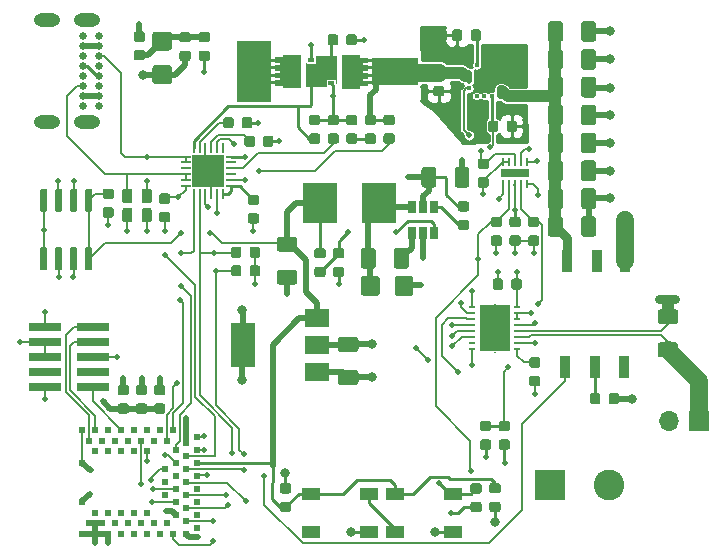
<source format=gbr>
G04 #@! TF.GenerationSoftware,KiCad,Pcbnew,(5.1.5-0-10_14)*
G04 #@! TF.CreationDate,2020-05-29T17:41:24-04:00*
G04 #@! TF.ProjectId,PD_PowerSupply,50445f50-6f77-4657-9253-7570706c792e,rev?*
G04 #@! TF.SameCoordinates,Original*
G04 #@! TF.FileFunction,Copper,L1,Top*
G04 #@! TF.FilePolarity,Positive*
%FSLAX46Y46*%
G04 Gerber Fmt 4.6, Leading zero omitted, Abs format (unit mm)*
G04 Created by KiCad (PCBNEW (5.1.5-0-10_14)) date 2020-05-29 17:41:24*
%MOMM*%
%LPD*%
G04 APERTURE LIST*
%ADD10C,0.152400*%
%ADD11C,0.010000*%
%ADD12C,0.100000*%
%ADD13O,2.216000X1.108000*%
%ADD14C,0.650000*%
%ADD15R,0.965200X1.930400*%
%ADD16R,0.500000X0.500000*%
%ADD17R,1.500000X1.000000*%
%ADD18C,2.600000*%
%ADD19R,2.600000X2.600000*%
%ADD20R,2.000000X1.500000*%
%ADD21R,2.000000X3.800000*%
%ADD22R,3.000000X3.500000*%
%ADD23R,2.600000X4.000000*%
%ADD24R,0.600000X0.250000*%
%ADD25R,2.390000X0.640000*%
%ADD26R,0.250000X0.704800*%
%ADD27C,0.370000*%
%ADD28R,0.650000X1.060000*%
%ADD29R,2.790000X0.740000*%
%ADD30O,1.700000X1.700000*%
%ADD31R,1.700000X1.700000*%
%ADD32R,2.700000X2.700000*%
%ADD33R,0.840000X0.260000*%
%ADD34R,0.260000X0.840000*%
%ADD35R,1.470000X2.750000*%
%ADD36R,0.550000X0.400000*%
%ADD37C,0.508000*%
%ADD38C,0.800000*%
%ADD39C,0.508000*%
%ADD40C,0.762000*%
%ADD41C,0.254000*%
%ADD42C,1.016000*%
%ADD43C,1.524000*%
%ADD44C,0.250000*%
%ADD45C,0.025400*%
G04 APERTURE END LIST*
D10*
X153181200Y-98872400D02*
X153181200Y-98872400D01*
X153181200Y-98872400D02*
X153181200Y-98872400D01*
X153181200Y-98872400D02*
X153181200Y-98872400D01*
X153181200Y-98872400D02*
X153181200Y-98872400D01*
X153181200Y-98872400D02*
X153181200Y-98872400D01*
X153181200Y-98872400D02*
X153181200Y-98872400D01*
X153181200Y-98872400D02*
X153181200Y-98872400D01*
X153181200Y-98872400D02*
X153181200Y-98872400D01*
X153181200Y-102872400D02*
X153181200Y-102872400D01*
X153181200Y-102872400D02*
X153181200Y-102872400D01*
X153181200Y-102872400D02*
X153181200Y-102872400D01*
X153181200Y-102872400D02*
X153181200Y-102872400D01*
X153181200Y-102872400D02*
X153181200Y-102872400D01*
X153181200Y-102872400D02*
X153181200Y-102872400D01*
X153181200Y-102872400D02*
X153181200Y-102872400D01*
X153181200Y-102872400D02*
X153181200Y-102872400D01*
D11*
G36*
X140254800Y-77780400D02*
G01*
X140254800Y-80530400D01*
X141724800Y-80530400D01*
X141724800Y-80330400D01*
X142384800Y-80330400D01*
X142384800Y-79930400D01*
X141974800Y-79930400D01*
X141974800Y-79680400D01*
X142384800Y-79680400D01*
X142384800Y-79280400D01*
X141974800Y-79280400D01*
X141974800Y-79030400D01*
X142384800Y-79030400D01*
X142384800Y-78630400D01*
X141974800Y-78630400D01*
X141974800Y-78380400D01*
X142384800Y-78380400D01*
X142384800Y-77980400D01*
X141724800Y-77980400D01*
X141724800Y-77780400D01*
X140254800Y-77780400D01*
G37*
X140254800Y-77780400D02*
X140254800Y-80530400D01*
X141724800Y-80530400D01*
X141724800Y-80330400D01*
X142384800Y-80330400D01*
X142384800Y-79930400D01*
X141974800Y-79930400D01*
X141974800Y-79680400D01*
X142384800Y-79680400D01*
X142384800Y-79280400D01*
X141974800Y-79280400D01*
X141974800Y-79030400D01*
X142384800Y-79030400D01*
X142384800Y-78630400D01*
X141974800Y-78630400D01*
X141974800Y-78380400D01*
X142384800Y-78380400D01*
X142384800Y-77980400D01*
X141724800Y-77980400D01*
X141724800Y-77780400D01*
X140254800Y-77780400D01*
G36*
X136695000Y-80505000D02*
G01*
X136695000Y-77755000D01*
X135225000Y-77755000D01*
X135225000Y-77955000D01*
X134565000Y-77955000D01*
X134565000Y-78355000D01*
X134975000Y-78355000D01*
X134975000Y-78605000D01*
X134565000Y-78605000D01*
X134565000Y-79005000D01*
X134975000Y-79005000D01*
X134975000Y-79255000D01*
X134565000Y-79255000D01*
X134565000Y-79655000D01*
X134975000Y-79655000D01*
X134975000Y-79905000D01*
X134565000Y-79905000D01*
X134565000Y-80305000D01*
X135225000Y-80305000D01*
X135225000Y-80505000D01*
X136695000Y-80505000D01*
G37*
X136695000Y-80505000D02*
X136695000Y-77755000D01*
X135225000Y-77755000D01*
X135225000Y-77955000D01*
X134565000Y-77955000D01*
X134565000Y-78355000D01*
X134975000Y-78355000D01*
X134975000Y-78605000D01*
X134565000Y-78605000D01*
X134565000Y-79005000D01*
X134975000Y-79005000D01*
X134975000Y-79255000D01*
X134565000Y-79255000D01*
X134565000Y-79655000D01*
X134975000Y-79655000D01*
X134975000Y-79905000D01*
X134565000Y-79905000D01*
X134565000Y-80305000D01*
X135225000Y-80305000D01*
X135225000Y-80505000D01*
X136695000Y-80505000D01*
G04 #@! TA.AperFunction,SMDPad,CuDef*
D12*
G36*
X122324929Y-90710223D02*
G01*
X122345557Y-90713283D01*
X122365785Y-90718350D01*
X122385420Y-90725376D01*
X122404272Y-90734292D01*
X122422159Y-90745013D01*
X122438909Y-90757435D01*
X122454360Y-90771440D01*
X122468365Y-90786891D01*
X122480787Y-90803641D01*
X122491508Y-90821528D01*
X122500424Y-90840380D01*
X122507450Y-90860015D01*
X122512517Y-90880243D01*
X122515577Y-90900871D01*
X122516600Y-90921700D01*
X122516600Y-91721700D01*
X122515577Y-91742529D01*
X122512517Y-91763157D01*
X122507450Y-91783385D01*
X122500424Y-91803020D01*
X122491508Y-91821872D01*
X122480787Y-91839759D01*
X122468365Y-91856509D01*
X122454360Y-91871960D01*
X122438909Y-91885965D01*
X122422159Y-91898387D01*
X122404272Y-91909108D01*
X122385420Y-91918024D01*
X122365785Y-91925050D01*
X122345557Y-91930117D01*
X122324929Y-91933177D01*
X122304100Y-91934200D01*
X121879100Y-91934200D01*
X121858271Y-91933177D01*
X121837643Y-91930117D01*
X121817415Y-91925050D01*
X121797780Y-91918024D01*
X121778928Y-91909108D01*
X121761041Y-91898387D01*
X121744291Y-91885965D01*
X121728840Y-91871960D01*
X121714835Y-91856509D01*
X121702413Y-91839759D01*
X121691692Y-91821872D01*
X121682776Y-91803020D01*
X121675750Y-91783385D01*
X121670683Y-91763157D01*
X121667623Y-91742529D01*
X121666600Y-91721700D01*
X121666600Y-90921700D01*
X121667623Y-90900871D01*
X121670683Y-90880243D01*
X121675750Y-90860015D01*
X121682776Y-90840380D01*
X121691692Y-90821528D01*
X121702413Y-90803641D01*
X121714835Y-90786891D01*
X121728840Y-90771440D01*
X121744291Y-90757435D01*
X121761041Y-90745013D01*
X121778928Y-90734292D01*
X121797780Y-90725376D01*
X121817415Y-90718350D01*
X121837643Y-90713283D01*
X121858271Y-90710223D01*
X121879100Y-90709200D01*
X122304100Y-90709200D01*
X122324929Y-90710223D01*
G37*
G04 #@! TD.AperFunction*
G04 #@! TA.AperFunction,SMDPad,CuDef*
G36*
X122324929Y-89085223D02*
G01*
X122345557Y-89088283D01*
X122365785Y-89093350D01*
X122385420Y-89100376D01*
X122404272Y-89109292D01*
X122422159Y-89120013D01*
X122438909Y-89132435D01*
X122454360Y-89146440D01*
X122468365Y-89161891D01*
X122480787Y-89178641D01*
X122491508Y-89196528D01*
X122500424Y-89215380D01*
X122507450Y-89235015D01*
X122512517Y-89255243D01*
X122515577Y-89275871D01*
X122516600Y-89296700D01*
X122516600Y-90096700D01*
X122515577Y-90117529D01*
X122512517Y-90138157D01*
X122507450Y-90158385D01*
X122500424Y-90178020D01*
X122491508Y-90196872D01*
X122480787Y-90214759D01*
X122468365Y-90231509D01*
X122454360Y-90246960D01*
X122438909Y-90260965D01*
X122422159Y-90273387D01*
X122404272Y-90284108D01*
X122385420Y-90293024D01*
X122365785Y-90300050D01*
X122345557Y-90305117D01*
X122324929Y-90308177D01*
X122304100Y-90309200D01*
X121879100Y-90309200D01*
X121858271Y-90308177D01*
X121837643Y-90305117D01*
X121817415Y-90300050D01*
X121797780Y-90293024D01*
X121778928Y-90284108D01*
X121761041Y-90273387D01*
X121744291Y-90260965D01*
X121728840Y-90246960D01*
X121714835Y-90231509D01*
X121702413Y-90214759D01*
X121691692Y-90196872D01*
X121682776Y-90178020D01*
X121675750Y-90158385D01*
X121670683Y-90138157D01*
X121667623Y-90117529D01*
X121666600Y-90096700D01*
X121666600Y-89296700D01*
X121667623Y-89275871D01*
X121670683Y-89255243D01*
X121675750Y-89235015D01*
X121682776Y-89215380D01*
X121691692Y-89196528D01*
X121702413Y-89178641D01*
X121714835Y-89161891D01*
X121728840Y-89146440D01*
X121744291Y-89132435D01*
X121761041Y-89120013D01*
X121778928Y-89109292D01*
X121797780Y-89100376D01*
X121817415Y-89093350D01*
X121837643Y-89088283D01*
X121858271Y-89085223D01*
X121879100Y-89084200D01*
X122304100Y-89084200D01*
X122324929Y-89085223D01*
G37*
G04 #@! TD.AperFunction*
D13*
X115305000Y-74805000D03*
X115305000Y-83455000D03*
X118685000Y-83455000D03*
X118685000Y-74805000D03*
D14*
X118315000Y-76155000D03*
X118315000Y-77005000D03*
X118315000Y-77855000D03*
X118315000Y-78705000D03*
X118315000Y-79555000D03*
X118315000Y-80405000D03*
X118315000Y-81255000D03*
X118315000Y-82105000D03*
X119665000Y-82105000D03*
X119665000Y-81255000D03*
X119665000Y-80405000D03*
X119665000Y-79555000D03*
X119665000Y-78705000D03*
X119665000Y-77855000D03*
X119665000Y-77005000D03*
X119665000Y-76155000D03*
D15*
X161690200Y-104225200D03*
X159150200Y-104225200D03*
X164103200Y-104225200D03*
X161817200Y-95208200D03*
X159277200Y-95208200D03*
X164230200Y-95208200D03*
D16*
X127976400Y-110078000D03*
X127976400Y-111178000D03*
X127976400Y-112278000D03*
X127976400Y-113378000D03*
X127976400Y-114478000D03*
X127976400Y-115578000D03*
X127976400Y-116678000D03*
X127976400Y-117778000D03*
X119376400Y-111328000D03*
X120476400Y-111328000D03*
X121576400Y-111328000D03*
X122676400Y-111328000D03*
X123776400Y-111328000D03*
X125276400Y-112828000D03*
X125276400Y-113928000D03*
X125276400Y-115028000D03*
X123776400Y-116528000D03*
X122676400Y-116528000D03*
X121576400Y-116528000D03*
X120476400Y-116528000D03*
X119376400Y-116528000D03*
X118276400Y-115578000D03*
X118276400Y-112278000D03*
X118276400Y-109528000D03*
X118826400Y-110428000D03*
X119376400Y-109528000D03*
X119926400Y-110428000D03*
X120476400Y-109528000D03*
X121026400Y-110428000D03*
X121576400Y-109528000D03*
X122126400Y-110428000D03*
X122676400Y-109528000D03*
X123226400Y-110428000D03*
X123776400Y-109528000D03*
X124326400Y-110428000D03*
X124876400Y-109528000D03*
X125426400Y-110428000D03*
X125976400Y-109528000D03*
X127076400Y-109528000D03*
X127076400Y-110628000D03*
X126176400Y-111178000D03*
X127076400Y-111728000D03*
X126176400Y-112278000D03*
X127076400Y-112828000D03*
X126176400Y-113378000D03*
X127076400Y-113928000D03*
X126176400Y-114478000D03*
X127076400Y-115028000D03*
X126176400Y-115578000D03*
X127076400Y-116128000D03*
X126176400Y-116678000D03*
X127076400Y-117228000D03*
X127076400Y-118328000D03*
X125976400Y-118328000D03*
X125426400Y-117428000D03*
X124876400Y-118328000D03*
X124326400Y-117428000D03*
X123776400Y-118328000D03*
X123226400Y-117428000D03*
X122676400Y-118328000D03*
X122126400Y-117428000D03*
X121576400Y-118328000D03*
X121026400Y-117428000D03*
X120476400Y-118328000D03*
X119926400Y-117428000D03*
X119376400Y-118328000D03*
X118826400Y-117428000D03*
X118276400Y-118328000D03*
D17*
X144787600Y-114918800D03*
X144787600Y-118118800D03*
X149687600Y-114918800D03*
X149687600Y-118118800D03*
D18*
X162854800Y-114182000D03*
D19*
X157854800Y-114182000D03*
G04 #@! TA.AperFunction,SMDPad,CuDef*
D12*
G36*
X156862491Y-104931853D02*
G01*
X156883726Y-104935003D01*
X156904550Y-104940219D01*
X156924762Y-104947451D01*
X156944168Y-104956630D01*
X156962581Y-104967666D01*
X156979824Y-104980454D01*
X156995730Y-104994870D01*
X157010146Y-105010776D01*
X157022934Y-105028019D01*
X157033970Y-105046432D01*
X157043149Y-105065838D01*
X157050381Y-105086050D01*
X157055597Y-105106874D01*
X157058747Y-105128109D01*
X157059800Y-105149550D01*
X157059800Y-105587050D01*
X157058747Y-105608491D01*
X157055597Y-105629726D01*
X157050381Y-105650550D01*
X157043149Y-105670762D01*
X157033970Y-105690168D01*
X157022934Y-105708581D01*
X157010146Y-105725824D01*
X156995730Y-105741730D01*
X156979824Y-105756146D01*
X156962581Y-105768934D01*
X156944168Y-105779970D01*
X156924762Y-105789149D01*
X156904550Y-105796381D01*
X156883726Y-105801597D01*
X156862491Y-105804747D01*
X156841050Y-105805800D01*
X156328550Y-105805800D01*
X156307109Y-105804747D01*
X156285874Y-105801597D01*
X156265050Y-105796381D01*
X156244838Y-105789149D01*
X156225432Y-105779970D01*
X156207019Y-105768934D01*
X156189776Y-105756146D01*
X156173870Y-105741730D01*
X156159454Y-105725824D01*
X156146666Y-105708581D01*
X156135630Y-105690168D01*
X156126451Y-105670762D01*
X156119219Y-105650550D01*
X156114003Y-105629726D01*
X156110853Y-105608491D01*
X156109800Y-105587050D01*
X156109800Y-105149550D01*
X156110853Y-105128109D01*
X156114003Y-105106874D01*
X156119219Y-105086050D01*
X156126451Y-105065838D01*
X156135630Y-105046432D01*
X156146666Y-105028019D01*
X156159454Y-105010776D01*
X156173870Y-104994870D01*
X156189776Y-104980454D01*
X156207019Y-104967666D01*
X156225432Y-104956630D01*
X156244838Y-104947451D01*
X156265050Y-104940219D01*
X156285874Y-104935003D01*
X156307109Y-104931853D01*
X156328550Y-104930800D01*
X156841050Y-104930800D01*
X156862491Y-104931853D01*
G37*
G04 #@! TD.AperFunction*
G04 #@! TA.AperFunction,SMDPad,CuDef*
G36*
X156862491Y-103356853D02*
G01*
X156883726Y-103360003D01*
X156904550Y-103365219D01*
X156924762Y-103372451D01*
X156944168Y-103381630D01*
X156962581Y-103392666D01*
X156979824Y-103405454D01*
X156995730Y-103419870D01*
X157010146Y-103435776D01*
X157022934Y-103453019D01*
X157033970Y-103471432D01*
X157043149Y-103490838D01*
X157050381Y-103511050D01*
X157055597Y-103531874D01*
X157058747Y-103553109D01*
X157059800Y-103574550D01*
X157059800Y-104012050D01*
X157058747Y-104033491D01*
X157055597Y-104054726D01*
X157050381Y-104075550D01*
X157043149Y-104095762D01*
X157033970Y-104115168D01*
X157022934Y-104133581D01*
X157010146Y-104150824D01*
X156995730Y-104166730D01*
X156979824Y-104181146D01*
X156962581Y-104193934D01*
X156944168Y-104204970D01*
X156924762Y-104214149D01*
X156904550Y-104221381D01*
X156883726Y-104226597D01*
X156862491Y-104229747D01*
X156841050Y-104230800D01*
X156328550Y-104230800D01*
X156307109Y-104229747D01*
X156285874Y-104226597D01*
X156265050Y-104221381D01*
X156244838Y-104214149D01*
X156225432Y-104204970D01*
X156207019Y-104193934D01*
X156189776Y-104181146D01*
X156173870Y-104166730D01*
X156159454Y-104150824D01*
X156146666Y-104133581D01*
X156135630Y-104115168D01*
X156126451Y-104095762D01*
X156119219Y-104075550D01*
X156114003Y-104054726D01*
X156110853Y-104033491D01*
X156109800Y-104012050D01*
X156109800Y-103574550D01*
X156110853Y-103553109D01*
X156114003Y-103531874D01*
X156119219Y-103511050D01*
X156126451Y-103490838D01*
X156135630Y-103471432D01*
X156146666Y-103453019D01*
X156159454Y-103435776D01*
X156173870Y-103419870D01*
X156189776Y-103405454D01*
X156207019Y-103392666D01*
X156225432Y-103381630D01*
X156244838Y-103372451D01*
X156265050Y-103365219D01*
X156285874Y-103360003D01*
X156307109Y-103356853D01*
X156328550Y-103355800D01*
X156841050Y-103355800D01*
X156862491Y-103356853D01*
G37*
G04 #@! TD.AperFunction*
G04 #@! TA.AperFunction,SMDPad,CuDef*
G36*
X123950529Y-90710223D02*
G01*
X123971157Y-90713283D01*
X123991385Y-90718350D01*
X124011020Y-90725376D01*
X124029872Y-90734292D01*
X124047759Y-90745013D01*
X124064509Y-90757435D01*
X124079960Y-90771440D01*
X124093965Y-90786891D01*
X124106387Y-90803641D01*
X124117108Y-90821528D01*
X124126024Y-90840380D01*
X124133050Y-90860015D01*
X124138117Y-90880243D01*
X124141177Y-90900871D01*
X124142200Y-90921700D01*
X124142200Y-91721700D01*
X124141177Y-91742529D01*
X124138117Y-91763157D01*
X124133050Y-91783385D01*
X124126024Y-91803020D01*
X124117108Y-91821872D01*
X124106387Y-91839759D01*
X124093965Y-91856509D01*
X124079960Y-91871960D01*
X124064509Y-91885965D01*
X124047759Y-91898387D01*
X124029872Y-91909108D01*
X124011020Y-91918024D01*
X123991385Y-91925050D01*
X123971157Y-91930117D01*
X123950529Y-91933177D01*
X123929700Y-91934200D01*
X123504700Y-91934200D01*
X123483871Y-91933177D01*
X123463243Y-91930117D01*
X123443015Y-91925050D01*
X123423380Y-91918024D01*
X123404528Y-91909108D01*
X123386641Y-91898387D01*
X123369891Y-91885965D01*
X123354440Y-91871960D01*
X123340435Y-91856509D01*
X123328013Y-91839759D01*
X123317292Y-91821872D01*
X123308376Y-91803020D01*
X123301350Y-91783385D01*
X123296283Y-91763157D01*
X123293223Y-91742529D01*
X123292200Y-91721700D01*
X123292200Y-90921700D01*
X123293223Y-90900871D01*
X123296283Y-90880243D01*
X123301350Y-90860015D01*
X123308376Y-90840380D01*
X123317292Y-90821528D01*
X123328013Y-90803641D01*
X123340435Y-90786891D01*
X123354440Y-90771440D01*
X123369891Y-90757435D01*
X123386641Y-90745013D01*
X123404528Y-90734292D01*
X123423380Y-90725376D01*
X123443015Y-90718350D01*
X123463243Y-90713283D01*
X123483871Y-90710223D01*
X123504700Y-90709200D01*
X123929700Y-90709200D01*
X123950529Y-90710223D01*
G37*
G04 #@! TD.AperFunction*
G04 #@! TA.AperFunction,SMDPad,CuDef*
G36*
X123950529Y-89085223D02*
G01*
X123971157Y-89088283D01*
X123991385Y-89093350D01*
X124011020Y-89100376D01*
X124029872Y-89109292D01*
X124047759Y-89120013D01*
X124064509Y-89132435D01*
X124079960Y-89146440D01*
X124093965Y-89161891D01*
X124106387Y-89178641D01*
X124117108Y-89196528D01*
X124126024Y-89215380D01*
X124133050Y-89235015D01*
X124138117Y-89255243D01*
X124141177Y-89275871D01*
X124142200Y-89296700D01*
X124142200Y-90096700D01*
X124141177Y-90117529D01*
X124138117Y-90138157D01*
X124133050Y-90158385D01*
X124126024Y-90178020D01*
X124117108Y-90196872D01*
X124106387Y-90214759D01*
X124093965Y-90231509D01*
X124079960Y-90246960D01*
X124064509Y-90260965D01*
X124047759Y-90273387D01*
X124029872Y-90284108D01*
X124011020Y-90293024D01*
X123991385Y-90300050D01*
X123971157Y-90305117D01*
X123950529Y-90308177D01*
X123929700Y-90309200D01*
X123504700Y-90309200D01*
X123483871Y-90308177D01*
X123463243Y-90305117D01*
X123443015Y-90300050D01*
X123423380Y-90293024D01*
X123404528Y-90284108D01*
X123386641Y-90273387D01*
X123369891Y-90260965D01*
X123354440Y-90246960D01*
X123340435Y-90231509D01*
X123328013Y-90214759D01*
X123317292Y-90196872D01*
X123308376Y-90178020D01*
X123301350Y-90158385D01*
X123296283Y-90138157D01*
X123293223Y-90117529D01*
X123292200Y-90096700D01*
X123292200Y-89296700D01*
X123293223Y-89275871D01*
X123296283Y-89255243D01*
X123301350Y-89235015D01*
X123308376Y-89215380D01*
X123317292Y-89196528D01*
X123328013Y-89178641D01*
X123340435Y-89161891D01*
X123354440Y-89146440D01*
X123369891Y-89132435D01*
X123386641Y-89120013D01*
X123404528Y-89109292D01*
X123423380Y-89100376D01*
X123443015Y-89093350D01*
X123463243Y-89088283D01*
X123483871Y-89085223D01*
X123504700Y-89084200D01*
X123929700Y-89084200D01*
X123950529Y-89085223D01*
G37*
G04 #@! TD.AperFunction*
D17*
X137675600Y-114918800D03*
X137675600Y-118118800D03*
X142575600Y-114918800D03*
X142575600Y-118118800D03*
G04 #@! TA.AperFunction,SMDPad,CuDef*
D12*
G36*
X153488891Y-115586653D02*
G01*
X153510126Y-115589803D01*
X153530950Y-115595019D01*
X153551162Y-115602251D01*
X153570568Y-115611430D01*
X153588981Y-115622466D01*
X153606224Y-115635254D01*
X153622130Y-115649670D01*
X153636546Y-115665576D01*
X153649334Y-115682819D01*
X153660370Y-115701232D01*
X153669549Y-115720638D01*
X153676781Y-115740850D01*
X153681997Y-115761674D01*
X153685147Y-115782909D01*
X153686200Y-115804350D01*
X153686200Y-116241850D01*
X153685147Y-116263291D01*
X153681997Y-116284526D01*
X153676781Y-116305350D01*
X153669549Y-116325562D01*
X153660370Y-116344968D01*
X153649334Y-116363381D01*
X153636546Y-116380624D01*
X153622130Y-116396530D01*
X153606224Y-116410946D01*
X153588981Y-116423734D01*
X153570568Y-116434770D01*
X153551162Y-116443949D01*
X153530950Y-116451181D01*
X153510126Y-116456397D01*
X153488891Y-116459547D01*
X153467450Y-116460600D01*
X152954950Y-116460600D01*
X152933509Y-116459547D01*
X152912274Y-116456397D01*
X152891450Y-116451181D01*
X152871238Y-116443949D01*
X152851832Y-116434770D01*
X152833419Y-116423734D01*
X152816176Y-116410946D01*
X152800270Y-116396530D01*
X152785854Y-116380624D01*
X152773066Y-116363381D01*
X152762030Y-116344968D01*
X152752851Y-116325562D01*
X152745619Y-116305350D01*
X152740403Y-116284526D01*
X152737253Y-116263291D01*
X152736200Y-116241850D01*
X152736200Y-115804350D01*
X152737253Y-115782909D01*
X152740403Y-115761674D01*
X152745619Y-115740850D01*
X152752851Y-115720638D01*
X152762030Y-115701232D01*
X152773066Y-115682819D01*
X152785854Y-115665576D01*
X152800270Y-115649670D01*
X152816176Y-115635254D01*
X152833419Y-115622466D01*
X152851832Y-115611430D01*
X152871238Y-115602251D01*
X152891450Y-115595019D01*
X152912274Y-115589803D01*
X152933509Y-115586653D01*
X152954950Y-115585600D01*
X153467450Y-115585600D01*
X153488891Y-115586653D01*
G37*
G04 #@! TD.AperFunction*
G04 #@! TA.AperFunction,SMDPad,CuDef*
G36*
X153488891Y-114011653D02*
G01*
X153510126Y-114014803D01*
X153530950Y-114020019D01*
X153551162Y-114027251D01*
X153570568Y-114036430D01*
X153588981Y-114047466D01*
X153606224Y-114060254D01*
X153622130Y-114074670D01*
X153636546Y-114090576D01*
X153649334Y-114107819D01*
X153660370Y-114126232D01*
X153669549Y-114145638D01*
X153676781Y-114165850D01*
X153681997Y-114186674D01*
X153685147Y-114207909D01*
X153686200Y-114229350D01*
X153686200Y-114666850D01*
X153685147Y-114688291D01*
X153681997Y-114709526D01*
X153676781Y-114730350D01*
X153669549Y-114750562D01*
X153660370Y-114769968D01*
X153649334Y-114788381D01*
X153636546Y-114805624D01*
X153622130Y-114821530D01*
X153606224Y-114835946D01*
X153588981Y-114848734D01*
X153570568Y-114859770D01*
X153551162Y-114868949D01*
X153530950Y-114876181D01*
X153510126Y-114881397D01*
X153488891Y-114884547D01*
X153467450Y-114885600D01*
X152954950Y-114885600D01*
X152933509Y-114884547D01*
X152912274Y-114881397D01*
X152891450Y-114876181D01*
X152871238Y-114868949D01*
X152851832Y-114859770D01*
X152833419Y-114848734D01*
X152816176Y-114835946D01*
X152800270Y-114821530D01*
X152785854Y-114805624D01*
X152773066Y-114788381D01*
X152762030Y-114769968D01*
X152752851Y-114750562D01*
X152745619Y-114730350D01*
X152740403Y-114709526D01*
X152737253Y-114688291D01*
X152736200Y-114666850D01*
X152736200Y-114229350D01*
X152737253Y-114207909D01*
X152740403Y-114186674D01*
X152745619Y-114165850D01*
X152752851Y-114145638D01*
X152762030Y-114126232D01*
X152773066Y-114107819D01*
X152785854Y-114090576D01*
X152800270Y-114074670D01*
X152816176Y-114060254D01*
X152833419Y-114047466D01*
X152851832Y-114036430D01*
X152871238Y-114027251D01*
X152891450Y-114020019D01*
X152912274Y-114014803D01*
X152933509Y-114011653D01*
X152954950Y-114010600D01*
X153467450Y-114010600D01*
X153488891Y-114011653D01*
G37*
G04 #@! TD.AperFunction*
G04 #@! TA.AperFunction,SMDPad,CuDef*
G36*
X118979703Y-94041922D02*
G01*
X118994264Y-94044082D01*
X119008543Y-94047659D01*
X119022403Y-94052618D01*
X119035710Y-94058912D01*
X119048336Y-94066480D01*
X119060159Y-94075248D01*
X119071066Y-94085134D01*
X119080952Y-94096041D01*
X119089720Y-94107864D01*
X119097288Y-94120490D01*
X119103582Y-94133797D01*
X119108541Y-94147657D01*
X119112118Y-94161936D01*
X119114278Y-94176497D01*
X119115000Y-94191200D01*
X119115000Y-95841200D01*
X119114278Y-95855903D01*
X119112118Y-95870464D01*
X119108541Y-95884743D01*
X119103582Y-95898603D01*
X119097288Y-95911910D01*
X119089720Y-95924536D01*
X119080952Y-95936359D01*
X119071066Y-95947266D01*
X119060159Y-95957152D01*
X119048336Y-95965920D01*
X119035710Y-95973488D01*
X119022403Y-95979782D01*
X119008543Y-95984741D01*
X118994264Y-95988318D01*
X118979703Y-95990478D01*
X118965000Y-95991200D01*
X118665000Y-95991200D01*
X118650297Y-95990478D01*
X118635736Y-95988318D01*
X118621457Y-95984741D01*
X118607597Y-95979782D01*
X118594290Y-95973488D01*
X118581664Y-95965920D01*
X118569841Y-95957152D01*
X118558934Y-95947266D01*
X118549048Y-95936359D01*
X118540280Y-95924536D01*
X118532712Y-95911910D01*
X118526418Y-95898603D01*
X118521459Y-95884743D01*
X118517882Y-95870464D01*
X118515722Y-95855903D01*
X118515000Y-95841200D01*
X118515000Y-94191200D01*
X118515722Y-94176497D01*
X118517882Y-94161936D01*
X118521459Y-94147657D01*
X118526418Y-94133797D01*
X118532712Y-94120490D01*
X118540280Y-94107864D01*
X118549048Y-94096041D01*
X118558934Y-94085134D01*
X118569841Y-94075248D01*
X118581664Y-94066480D01*
X118594290Y-94058912D01*
X118607597Y-94052618D01*
X118621457Y-94047659D01*
X118635736Y-94044082D01*
X118650297Y-94041922D01*
X118665000Y-94041200D01*
X118965000Y-94041200D01*
X118979703Y-94041922D01*
G37*
G04 #@! TD.AperFunction*
G04 #@! TA.AperFunction,SMDPad,CuDef*
G36*
X117709703Y-94041922D02*
G01*
X117724264Y-94044082D01*
X117738543Y-94047659D01*
X117752403Y-94052618D01*
X117765710Y-94058912D01*
X117778336Y-94066480D01*
X117790159Y-94075248D01*
X117801066Y-94085134D01*
X117810952Y-94096041D01*
X117819720Y-94107864D01*
X117827288Y-94120490D01*
X117833582Y-94133797D01*
X117838541Y-94147657D01*
X117842118Y-94161936D01*
X117844278Y-94176497D01*
X117845000Y-94191200D01*
X117845000Y-95841200D01*
X117844278Y-95855903D01*
X117842118Y-95870464D01*
X117838541Y-95884743D01*
X117833582Y-95898603D01*
X117827288Y-95911910D01*
X117819720Y-95924536D01*
X117810952Y-95936359D01*
X117801066Y-95947266D01*
X117790159Y-95957152D01*
X117778336Y-95965920D01*
X117765710Y-95973488D01*
X117752403Y-95979782D01*
X117738543Y-95984741D01*
X117724264Y-95988318D01*
X117709703Y-95990478D01*
X117695000Y-95991200D01*
X117395000Y-95991200D01*
X117380297Y-95990478D01*
X117365736Y-95988318D01*
X117351457Y-95984741D01*
X117337597Y-95979782D01*
X117324290Y-95973488D01*
X117311664Y-95965920D01*
X117299841Y-95957152D01*
X117288934Y-95947266D01*
X117279048Y-95936359D01*
X117270280Y-95924536D01*
X117262712Y-95911910D01*
X117256418Y-95898603D01*
X117251459Y-95884743D01*
X117247882Y-95870464D01*
X117245722Y-95855903D01*
X117245000Y-95841200D01*
X117245000Y-94191200D01*
X117245722Y-94176497D01*
X117247882Y-94161936D01*
X117251459Y-94147657D01*
X117256418Y-94133797D01*
X117262712Y-94120490D01*
X117270280Y-94107864D01*
X117279048Y-94096041D01*
X117288934Y-94085134D01*
X117299841Y-94075248D01*
X117311664Y-94066480D01*
X117324290Y-94058912D01*
X117337597Y-94052618D01*
X117351457Y-94047659D01*
X117365736Y-94044082D01*
X117380297Y-94041922D01*
X117395000Y-94041200D01*
X117695000Y-94041200D01*
X117709703Y-94041922D01*
G37*
G04 #@! TD.AperFunction*
G04 #@! TA.AperFunction,SMDPad,CuDef*
G36*
X116439703Y-94041922D02*
G01*
X116454264Y-94044082D01*
X116468543Y-94047659D01*
X116482403Y-94052618D01*
X116495710Y-94058912D01*
X116508336Y-94066480D01*
X116520159Y-94075248D01*
X116531066Y-94085134D01*
X116540952Y-94096041D01*
X116549720Y-94107864D01*
X116557288Y-94120490D01*
X116563582Y-94133797D01*
X116568541Y-94147657D01*
X116572118Y-94161936D01*
X116574278Y-94176497D01*
X116575000Y-94191200D01*
X116575000Y-95841200D01*
X116574278Y-95855903D01*
X116572118Y-95870464D01*
X116568541Y-95884743D01*
X116563582Y-95898603D01*
X116557288Y-95911910D01*
X116549720Y-95924536D01*
X116540952Y-95936359D01*
X116531066Y-95947266D01*
X116520159Y-95957152D01*
X116508336Y-95965920D01*
X116495710Y-95973488D01*
X116482403Y-95979782D01*
X116468543Y-95984741D01*
X116454264Y-95988318D01*
X116439703Y-95990478D01*
X116425000Y-95991200D01*
X116125000Y-95991200D01*
X116110297Y-95990478D01*
X116095736Y-95988318D01*
X116081457Y-95984741D01*
X116067597Y-95979782D01*
X116054290Y-95973488D01*
X116041664Y-95965920D01*
X116029841Y-95957152D01*
X116018934Y-95947266D01*
X116009048Y-95936359D01*
X116000280Y-95924536D01*
X115992712Y-95911910D01*
X115986418Y-95898603D01*
X115981459Y-95884743D01*
X115977882Y-95870464D01*
X115975722Y-95855903D01*
X115975000Y-95841200D01*
X115975000Y-94191200D01*
X115975722Y-94176497D01*
X115977882Y-94161936D01*
X115981459Y-94147657D01*
X115986418Y-94133797D01*
X115992712Y-94120490D01*
X116000280Y-94107864D01*
X116009048Y-94096041D01*
X116018934Y-94085134D01*
X116029841Y-94075248D01*
X116041664Y-94066480D01*
X116054290Y-94058912D01*
X116067597Y-94052618D01*
X116081457Y-94047659D01*
X116095736Y-94044082D01*
X116110297Y-94041922D01*
X116125000Y-94041200D01*
X116425000Y-94041200D01*
X116439703Y-94041922D01*
G37*
G04 #@! TD.AperFunction*
G04 #@! TA.AperFunction,SMDPad,CuDef*
G36*
X115169703Y-94041922D02*
G01*
X115184264Y-94044082D01*
X115198543Y-94047659D01*
X115212403Y-94052618D01*
X115225710Y-94058912D01*
X115238336Y-94066480D01*
X115250159Y-94075248D01*
X115261066Y-94085134D01*
X115270952Y-94096041D01*
X115279720Y-94107864D01*
X115287288Y-94120490D01*
X115293582Y-94133797D01*
X115298541Y-94147657D01*
X115302118Y-94161936D01*
X115304278Y-94176497D01*
X115305000Y-94191200D01*
X115305000Y-95841200D01*
X115304278Y-95855903D01*
X115302118Y-95870464D01*
X115298541Y-95884743D01*
X115293582Y-95898603D01*
X115287288Y-95911910D01*
X115279720Y-95924536D01*
X115270952Y-95936359D01*
X115261066Y-95947266D01*
X115250159Y-95957152D01*
X115238336Y-95965920D01*
X115225710Y-95973488D01*
X115212403Y-95979782D01*
X115198543Y-95984741D01*
X115184264Y-95988318D01*
X115169703Y-95990478D01*
X115155000Y-95991200D01*
X114855000Y-95991200D01*
X114840297Y-95990478D01*
X114825736Y-95988318D01*
X114811457Y-95984741D01*
X114797597Y-95979782D01*
X114784290Y-95973488D01*
X114771664Y-95965920D01*
X114759841Y-95957152D01*
X114748934Y-95947266D01*
X114739048Y-95936359D01*
X114730280Y-95924536D01*
X114722712Y-95911910D01*
X114716418Y-95898603D01*
X114711459Y-95884743D01*
X114707882Y-95870464D01*
X114705722Y-95855903D01*
X114705000Y-95841200D01*
X114705000Y-94191200D01*
X114705722Y-94176497D01*
X114707882Y-94161936D01*
X114711459Y-94147657D01*
X114716418Y-94133797D01*
X114722712Y-94120490D01*
X114730280Y-94107864D01*
X114739048Y-94096041D01*
X114748934Y-94085134D01*
X114759841Y-94075248D01*
X114771664Y-94066480D01*
X114784290Y-94058912D01*
X114797597Y-94052618D01*
X114811457Y-94047659D01*
X114825736Y-94044082D01*
X114840297Y-94041922D01*
X114855000Y-94041200D01*
X115155000Y-94041200D01*
X115169703Y-94041922D01*
G37*
G04 #@! TD.AperFunction*
G04 #@! TA.AperFunction,SMDPad,CuDef*
G36*
X115169703Y-89091922D02*
G01*
X115184264Y-89094082D01*
X115198543Y-89097659D01*
X115212403Y-89102618D01*
X115225710Y-89108912D01*
X115238336Y-89116480D01*
X115250159Y-89125248D01*
X115261066Y-89135134D01*
X115270952Y-89146041D01*
X115279720Y-89157864D01*
X115287288Y-89170490D01*
X115293582Y-89183797D01*
X115298541Y-89197657D01*
X115302118Y-89211936D01*
X115304278Y-89226497D01*
X115305000Y-89241200D01*
X115305000Y-90891200D01*
X115304278Y-90905903D01*
X115302118Y-90920464D01*
X115298541Y-90934743D01*
X115293582Y-90948603D01*
X115287288Y-90961910D01*
X115279720Y-90974536D01*
X115270952Y-90986359D01*
X115261066Y-90997266D01*
X115250159Y-91007152D01*
X115238336Y-91015920D01*
X115225710Y-91023488D01*
X115212403Y-91029782D01*
X115198543Y-91034741D01*
X115184264Y-91038318D01*
X115169703Y-91040478D01*
X115155000Y-91041200D01*
X114855000Y-91041200D01*
X114840297Y-91040478D01*
X114825736Y-91038318D01*
X114811457Y-91034741D01*
X114797597Y-91029782D01*
X114784290Y-91023488D01*
X114771664Y-91015920D01*
X114759841Y-91007152D01*
X114748934Y-90997266D01*
X114739048Y-90986359D01*
X114730280Y-90974536D01*
X114722712Y-90961910D01*
X114716418Y-90948603D01*
X114711459Y-90934743D01*
X114707882Y-90920464D01*
X114705722Y-90905903D01*
X114705000Y-90891200D01*
X114705000Y-89241200D01*
X114705722Y-89226497D01*
X114707882Y-89211936D01*
X114711459Y-89197657D01*
X114716418Y-89183797D01*
X114722712Y-89170490D01*
X114730280Y-89157864D01*
X114739048Y-89146041D01*
X114748934Y-89135134D01*
X114759841Y-89125248D01*
X114771664Y-89116480D01*
X114784290Y-89108912D01*
X114797597Y-89102618D01*
X114811457Y-89097659D01*
X114825736Y-89094082D01*
X114840297Y-89091922D01*
X114855000Y-89091200D01*
X115155000Y-89091200D01*
X115169703Y-89091922D01*
G37*
G04 #@! TD.AperFunction*
G04 #@! TA.AperFunction,SMDPad,CuDef*
G36*
X116439703Y-89091922D02*
G01*
X116454264Y-89094082D01*
X116468543Y-89097659D01*
X116482403Y-89102618D01*
X116495710Y-89108912D01*
X116508336Y-89116480D01*
X116520159Y-89125248D01*
X116531066Y-89135134D01*
X116540952Y-89146041D01*
X116549720Y-89157864D01*
X116557288Y-89170490D01*
X116563582Y-89183797D01*
X116568541Y-89197657D01*
X116572118Y-89211936D01*
X116574278Y-89226497D01*
X116575000Y-89241200D01*
X116575000Y-90891200D01*
X116574278Y-90905903D01*
X116572118Y-90920464D01*
X116568541Y-90934743D01*
X116563582Y-90948603D01*
X116557288Y-90961910D01*
X116549720Y-90974536D01*
X116540952Y-90986359D01*
X116531066Y-90997266D01*
X116520159Y-91007152D01*
X116508336Y-91015920D01*
X116495710Y-91023488D01*
X116482403Y-91029782D01*
X116468543Y-91034741D01*
X116454264Y-91038318D01*
X116439703Y-91040478D01*
X116425000Y-91041200D01*
X116125000Y-91041200D01*
X116110297Y-91040478D01*
X116095736Y-91038318D01*
X116081457Y-91034741D01*
X116067597Y-91029782D01*
X116054290Y-91023488D01*
X116041664Y-91015920D01*
X116029841Y-91007152D01*
X116018934Y-90997266D01*
X116009048Y-90986359D01*
X116000280Y-90974536D01*
X115992712Y-90961910D01*
X115986418Y-90948603D01*
X115981459Y-90934743D01*
X115977882Y-90920464D01*
X115975722Y-90905903D01*
X115975000Y-90891200D01*
X115975000Y-89241200D01*
X115975722Y-89226497D01*
X115977882Y-89211936D01*
X115981459Y-89197657D01*
X115986418Y-89183797D01*
X115992712Y-89170490D01*
X116000280Y-89157864D01*
X116009048Y-89146041D01*
X116018934Y-89135134D01*
X116029841Y-89125248D01*
X116041664Y-89116480D01*
X116054290Y-89108912D01*
X116067597Y-89102618D01*
X116081457Y-89097659D01*
X116095736Y-89094082D01*
X116110297Y-89091922D01*
X116125000Y-89091200D01*
X116425000Y-89091200D01*
X116439703Y-89091922D01*
G37*
G04 #@! TD.AperFunction*
G04 #@! TA.AperFunction,SMDPad,CuDef*
G36*
X117709703Y-89091922D02*
G01*
X117724264Y-89094082D01*
X117738543Y-89097659D01*
X117752403Y-89102618D01*
X117765710Y-89108912D01*
X117778336Y-89116480D01*
X117790159Y-89125248D01*
X117801066Y-89135134D01*
X117810952Y-89146041D01*
X117819720Y-89157864D01*
X117827288Y-89170490D01*
X117833582Y-89183797D01*
X117838541Y-89197657D01*
X117842118Y-89211936D01*
X117844278Y-89226497D01*
X117845000Y-89241200D01*
X117845000Y-90891200D01*
X117844278Y-90905903D01*
X117842118Y-90920464D01*
X117838541Y-90934743D01*
X117833582Y-90948603D01*
X117827288Y-90961910D01*
X117819720Y-90974536D01*
X117810952Y-90986359D01*
X117801066Y-90997266D01*
X117790159Y-91007152D01*
X117778336Y-91015920D01*
X117765710Y-91023488D01*
X117752403Y-91029782D01*
X117738543Y-91034741D01*
X117724264Y-91038318D01*
X117709703Y-91040478D01*
X117695000Y-91041200D01*
X117395000Y-91041200D01*
X117380297Y-91040478D01*
X117365736Y-91038318D01*
X117351457Y-91034741D01*
X117337597Y-91029782D01*
X117324290Y-91023488D01*
X117311664Y-91015920D01*
X117299841Y-91007152D01*
X117288934Y-90997266D01*
X117279048Y-90986359D01*
X117270280Y-90974536D01*
X117262712Y-90961910D01*
X117256418Y-90948603D01*
X117251459Y-90934743D01*
X117247882Y-90920464D01*
X117245722Y-90905903D01*
X117245000Y-90891200D01*
X117245000Y-89241200D01*
X117245722Y-89226497D01*
X117247882Y-89211936D01*
X117251459Y-89197657D01*
X117256418Y-89183797D01*
X117262712Y-89170490D01*
X117270280Y-89157864D01*
X117279048Y-89146041D01*
X117288934Y-89135134D01*
X117299841Y-89125248D01*
X117311664Y-89116480D01*
X117324290Y-89108912D01*
X117337597Y-89102618D01*
X117351457Y-89097659D01*
X117365736Y-89094082D01*
X117380297Y-89091922D01*
X117395000Y-89091200D01*
X117695000Y-89091200D01*
X117709703Y-89091922D01*
G37*
G04 #@! TD.AperFunction*
G04 #@! TA.AperFunction,SMDPad,CuDef*
G36*
X118979703Y-89091922D02*
G01*
X118994264Y-89094082D01*
X119008543Y-89097659D01*
X119022403Y-89102618D01*
X119035710Y-89108912D01*
X119048336Y-89116480D01*
X119060159Y-89125248D01*
X119071066Y-89135134D01*
X119080952Y-89146041D01*
X119089720Y-89157864D01*
X119097288Y-89170490D01*
X119103582Y-89183797D01*
X119108541Y-89197657D01*
X119112118Y-89211936D01*
X119114278Y-89226497D01*
X119115000Y-89241200D01*
X119115000Y-90891200D01*
X119114278Y-90905903D01*
X119112118Y-90920464D01*
X119108541Y-90934743D01*
X119103582Y-90948603D01*
X119097288Y-90961910D01*
X119089720Y-90974536D01*
X119080952Y-90986359D01*
X119071066Y-90997266D01*
X119060159Y-91007152D01*
X119048336Y-91015920D01*
X119035710Y-91023488D01*
X119022403Y-91029782D01*
X119008543Y-91034741D01*
X118994264Y-91038318D01*
X118979703Y-91040478D01*
X118965000Y-91041200D01*
X118665000Y-91041200D01*
X118650297Y-91040478D01*
X118635736Y-91038318D01*
X118621457Y-91034741D01*
X118607597Y-91029782D01*
X118594290Y-91023488D01*
X118581664Y-91015920D01*
X118569841Y-91007152D01*
X118558934Y-90997266D01*
X118549048Y-90986359D01*
X118540280Y-90974536D01*
X118532712Y-90961910D01*
X118526418Y-90948603D01*
X118521459Y-90934743D01*
X118517882Y-90920464D01*
X118515722Y-90905903D01*
X118515000Y-90891200D01*
X118515000Y-89241200D01*
X118515722Y-89226497D01*
X118517882Y-89211936D01*
X118521459Y-89197657D01*
X118526418Y-89183797D01*
X118532712Y-89170490D01*
X118540280Y-89157864D01*
X118549048Y-89146041D01*
X118558934Y-89135134D01*
X118569841Y-89125248D01*
X118581664Y-89116480D01*
X118594290Y-89108912D01*
X118607597Y-89102618D01*
X118621457Y-89097659D01*
X118635736Y-89094082D01*
X118650297Y-89091922D01*
X118665000Y-89091200D01*
X118965000Y-89091200D01*
X118979703Y-89091922D01*
G37*
G04 #@! TD.AperFunction*
G04 #@! TA.AperFunction,SMDPad,CuDef*
G36*
X120743691Y-90657053D02*
G01*
X120764926Y-90660203D01*
X120785750Y-90665419D01*
X120805962Y-90672651D01*
X120825368Y-90681830D01*
X120843781Y-90692866D01*
X120861024Y-90705654D01*
X120876930Y-90720070D01*
X120891346Y-90735976D01*
X120904134Y-90753219D01*
X120915170Y-90771632D01*
X120924349Y-90791038D01*
X120931581Y-90811250D01*
X120936797Y-90832074D01*
X120939947Y-90853309D01*
X120941000Y-90874750D01*
X120941000Y-91312250D01*
X120939947Y-91333691D01*
X120936797Y-91354926D01*
X120931581Y-91375750D01*
X120924349Y-91395962D01*
X120915170Y-91415368D01*
X120904134Y-91433781D01*
X120891346Y-91451024D01*
X120876930Y-91466930D01*
X120861024Y-91481346D01*
X120843781Y-91494134D01*
X120825368Y-91505170D01*
X120805962Y-91514349D01*
X120785750Y-91521581D01*
X120764926Y-91526797D01*
X120743691Y-91529947D01*
X120722250Y-91531000D01*
X120209750Y-91531000D01*
X120188309Y-91529947D01*
X120167074Y-91526797D01*
X120146250Y-91521581D01*
X120126038Y-91514349D01*
X120106632Y-91505170D01*
X120088219Y-91494134D01*
X120070976Y-91481346D01*
X120055070Y-91466930D01*
X120040654Y-91451024D01*
X120027866Y-91433781D01*
X120016830Y-91415368D01*
X120007651Y-91395962D01*
X120000419Y-91375750D01*
X119995203Y-91354926D01*
X119992053Y-91333691D01*
X119991000Y-91312250D01*
X119991000Y-90874750D01*
X119992053Y-90853309D01*
X119995203Y-90832074D01*
X120000419Y-90811250D01*
X120007651Y-90791038D01*
X120016830Y-90771632D01*
X120027866Y-90753219D01*
X120040654Y-90735976D01*
X120055070Y-90720070D01*
X120070976Y-90705654D01*
X120088219Y-90692866D01*
X120106632Y-90681830D01*
X120126038Y-90672651D01*
X120146250Y-90665419D01*
X120167074Y-90660203D01*
X120188309Y-90657053D01*
X120209750Y-90656000D01*
X120722250Y-90656000D01*
X120743691Y-90657053D01*
G37*
G04 #@! TD.AperFunction*
G04 #@! TA.AperFunction,SMDPad,CuDef*
G36*
X120743691Y-89082053D02*
G01*
X120764926Y-89085203D01*
X120785750Y-89090419D01*
X120805962Y-89097651D01*
X120825368Y-89106830D01*
X120843781Y-89117866D01*
X120861024Y-89130654D01*
X120876930Y-89145070D01*
X120891346Y-89160976D01*
X120904134Y-89178219D01*
X120915170Y-89196632D01*
X120924349Y-89216038D01*
X120931581Y-89236250D01*
X120936797Y-89257074D01*
X120939947Y-89278309D01*
X120941000Y-89299750D01*
X120941000Y-89737250D01*
X120939947Y-89758691D01*
X120936797Y-89779926D01*
X120931581Y-89800750D01*
X120924349Y-89820962D01*
X120915170Y-89840368D01*
X120904134Y-89858781D01*
X120891346Y-89876024D01*
X120876930Y-89891930D01*
X120861024Y-89906346D01*
X120843781Y-89919134D01*
X120825368Y-89930170D01*
X120805962Y-89939349D01*
X120785750Y-89946581D01*
X120764926Y-89951797D01*
X120743691Y-89954947D01*
X120722250Y-89956000D01*
X120209750Y-89956000D01*
X120188309Y-89954947D01*
X120167074Y-89951797D01*
X120146250Y-89946581D01*
X120126038Y-89939349D01*
X120106632Y-89930170D01*
X120088219Y-89919134D01*
X120070976Y-89906346D01*
X120055070Y-89891930D01*
X120040654Y-89876024D01*
X120027866Y-89858781D01*
X120016830Y-89840368D01*
X120007651Y-89820962D01*
X120000419Y-89800750D01*
X119995203Y-89779926D01*
X119992053Y-89758691D01*
X119991000Y-89737250D01*
X119991000Y-89299750D01*
X119992053Y-89278309D01*
X119995203Y-89257074D01*
X120000419Y-89236250D01*
X120007651Y-89216038D01*
X120016830Y-89196632D01*
X120027866Y-89178219D01*
X120040654Y-89160976D01*
X120055070Y-89145070D01*
X120070976Y-89130654D01*
X120088219Y-89117866D01*
X120106632Y-89106830D01*
X120126038Y-89097651D01*
X120146250Y-89090419D01*
X120167074Y-89085203D01*
X120188309Y-89082053D01*
X120209750Y-89081000D01*
X120722250Y-89081000D01*
X120743691Y-89082053D01*
G37*
G04 #@! TD.AperFunction*
G04 #@! TA.AperFunction,SMDPad,CuDef*
G36*
X163505291Y-106392853D02*
G01*
X163526526Y-106396003D01*
X163547350Y-106401219D01*
X163567562Y-106408451D01*
X163586968Y-106417630D01*
X163605381Y-106428666D01*
X163622624Y-106441454D01*
X163638530Y-106455870D01*
X163652946Y-106471776D01*
X163665734Y-106489019D01*
X163676770Y-106507432D01*
X163685949Y-106526838D01*
X163693181Y-106547050D01*
X163698397Y-106567874D01*
X163701547Y-106589109D01*
X163702600Y-106610550D01*
X163702600Y-107123050D01*
X163701547Y-107144491D01*
X163698397Y-107165726D01*
X163693181Y-107186550D01*
X163685949Y-107206762D01*
X163676770Y-107226168D01*
X163665734Y-107244581D01*
X163652946Y-107261824D01*
X163638530Y-107277730D01*
X163622624Y-107292146D01*
X163605381Y-107304934D01*
X163586968Y-107315970D01*
X163567562Y-107325149D01*
X163547350Y-107332381D01*
X163526526Y-107337597D01*
X163505291Y-107340747D01*
X163483850Y-107341800D01*
X163046350Y-107341800D01*
X163024909Y-107340747D01*
X163003674Y-107337597D01*
X162982850Y-107332381D01*
X162962638Y-107325149D01*
X162943232Y-107315970D01*
X162924819Y-107304934D01*
X162907576Y-107292146D01*
X162891670Y-107277730D01*
X162877254Y-107261824D01*
X162864466Y-107244581D01*
X162853430Y-107226168D01*
X162844251Y-107206762D01*
X162837019Y-107186550D01*
X162831803Y-107165726D01*
X162828653Y-107144491D01*
X162827600Y-107123050D01*
X162827600Y-106610550D01*
X162828653Y-106589109D01*
X162831803Y-106567874D01*
X162837019Y-106547050D01*
X162844251Y-106526838D01*
X162853430Y-106507432D01*
X162864466Y-106489019D01*
X162877254Y-106471776D01*
X162891670Y-106455870D01*
X162907576Y-106441454D01*
X162924819Y-106428666D01*
X162943232Y-106417630D01*
X162962638Y-106408451D01*
X162982850Y-106401219D01*
X163003674Y-106396003D01*
X163024909Y-106392853D01*
X163046350Y-106391800D01*
X163483850Y-106391800D01*
X163505291Y-106392853D01*
G37*
G04 #@! TD.AperFunction*
G04 #@! TA.AperFunction,SMDPad,CuDef*
G36*
X161930291Y-106392853D02*
G01*
X161951526Y-106396003D01*
X161972350Y-106401219D01*
X161992562Y-106408451D01*
X162011968Y-106417630D01*
X162030381Y-106428666D01*
X162047624Y-106441454D01*
X162063530Y-106455870D01*
X162077946Y-106471776D01*
X162090734Y-106489019D01*
X162101770Y-106507432D01*
X162110949Y-106526838D01*
X162118181Y-106547050D01*
X162123397Y-106567874D01*
X162126547Y-106589109D01*
X162127600Y-106610550D01*
X162127600Y-107123050D01*
X162126547Y-107144491D01*
X162123397Y-107165726D01*
X162118181Y-107186550D01*
X162110949Y-107206762D01*
X162101770Y-107226168D01*
X162090734Y-107244581D01*
X162077946Y-107261824D01*
X162063530Y-107277730D01*
X162047624Y-107292146D01*
X162030381Y-107304934D01*
X162011968Y-107315970D01*
X161992562Y-107325149D01*
X161972350Y-107332381D01*
X161951526Y-107337597D01*
X161930291Y-107340747D01*
X161908850Y-107341800D01*
X161471350Y-107341800D01*
X161449909Y-107340747D01*
X161428674Y-107337597D01*
X161407850Y-107332381D01*
X161387638Y-107325149D01*
X161368232Y-107315970D01*
X161349819Y-107304934D01*
X161332576Y-107292146D01*
X161316670Y-107277730D01*
X161302254Y-107261824D01*
X161289466Y-107244581D01*
X161278430Y-107226168D01*
X161269251Y-107206762D01*
X161262019Y-107186550D01*
X161256803Y-107165726D01*
X161253653Y-107144491D01*
X161252600Y-107123050D01*
X161252600Y-106610550D01*
X161253653Y-106589109D01*
X161256803Y-106567874D01*
X161262019Y-106547050D01*
X161269251Y-106526838D01*
X161278430Y-106507432D01*
X161289466Y-106489019D01*
X161302254Y-106471776D01*
X161316670Y-106455870D01*
X161332576Y-106441454D01*
X161349819Y-106428666D01*
X161368232Y-106417630D01*
X161387638Y-106408451D01*
X161407850Y-106401219D01*
X161428674Y-106396003D01*
X161449909Y-106392853D01*
X161471350Y-106391800D01*
X161908850Y-106391800D01*
X161930291Y-106392853D01*
G37*
G04 #@! TD.AperFunction*
G04 #@! TA.AperFunction,SMDPad,CuDef*
G36*
X161533904Y-89054830D02*
G01*
X161558173Y-89058430D01*
X161581971Y-89064391D01*
X161605071Y-89072656D01*
X161627249Y-89083146D01*
X161648293Y-89095759D01*
X161667998Y-89110373D01*
X161686177Y-89126849D01*
X161702653Y-89145028D01*
X161717267Y-89164733D01*
X161729880Y-89185777D01*
X161740370Y-89207955D01*
X161748635Y-89231055D01*
X161754596Y-89254853D01*
X161758196Y-89279122D01*
X161759400Y-89303626D01*
X161759400Y-90553626D01*
X161758196Y-90578130D01*
X161754596Y-90602399D01*
X161748635Y-90626197D01*
X161740370Y-90649297D01*
X161729880Y-90671475D01*
X161717267Y-90692519D01*
X161702653Y-90712224D01*
X161686177Y-90730403D01*
X161667998Y-90746879D01*
X161648293Y-90761493D01*
X161627249Y-90774106D01*
X161605071Y-90784596D01*
X161581971Y-90792861D01*
X161558173Y-90798822D01*
X161533904Y-90802422D01*
X161509400Y-90803626D01*
X160759400Y-90803626D01*
X160734896Y-90802422D01*
X160710627Y-90798822D01*
X160686829Y-90792861D01*
X160663729Y-90784596D01*
X160641551Y-90774106D01*
X160620507Y-90761493D01*
X160600802Y-90746879D01*
X160582623Y-90730403D01*
X160566147Y-90712224D01*
X160551533Y-90692519D01*
X160538920Y-90671475D01*
X160528430Y-90649297D01*
X160520165Y-90626197D01*
X160514204Y-90602399D01*
X160510604Y-90578130D01*
X160509400Y-90553626D01*
X160509400Y-89303626D01*
X160510604Y-89279122D01*
X160514204Y-89254853D01*
X160520165Y-89231055D01*
X160528430Y-89207955D01*
X160538920Y-89185777D01*
X160551533Y-89164733D01*
X160566147Y-89145028D01*
X160582623Y-89126849D01*
X160600802Y-89110373D01*
X160620507Y-89095759D01*
X160641551Y-89083146D01*
X160663729Y-89072656D01*
X160686829Y-89064391D01*
X160710627Y-89058430D01*
X160734896Y-89054830D01*
X160759400Y-89053626D01*
X161509400Y-89053626D01*
X161533904Y-89054830D01*
G37*
G04 #@! TD.AperFunction*
G04 #@! TA.AperFunction,SMDPad,CuDef*
G36*
X158733904Y-89054830D02*
G01*
X158758173Y-89058430D01*
X158781971Y-89064391D01*
X158805071Y-89072656D01*
X158827249Y-89083146D01*
X158848293Y-89095759D01*
X158867998Y-89110373D01*
X158886177Y-89126849D01*
X158902653Y-89145028D01*
X158917267Y-89164733D01*
X158929880Y-89185777D01*
X158940370Y-89207955D01*
X158948635Y-89231055D01*
X158954596Y-89254853D01*
X158958196Y-89279122D01*
X158959400Y-89303626D01*
X158959400Y-90553626D01*
X158958196Y-90578130D01*
X158954596Y-90602399D01*
X158948635Y-90626197D01*
X158940370Y-90649297D01*
X158929880Y-90671475D01*
X158917267Y-90692519D01*
X158902653Y-90712224D01*
X158886177Y-90730403D01*
X158867998Y-90746879D01*
X158848293Y-90761493D01*
X158827249Y-90774106D01*
X158805071Y-90784596D01*
X158781971Y-90792861D01*
X158758173Y-90798822D01*
X158733904Y-90802422D01*
X158709400Y-90803626D01*
X157959400Y-90803626D01*
X157934896Y-90802422D01*
X157910627Y-90798822D01*
X157886829Y-90792861D01*
X157863729Y-90784596D01*
X157841551Y-90774106D01*
X157820507Y-90761493D01*
X157800802Y-90746879D01*
X157782623Y-90730403D01*
X157766147Y-90712224D01*
X157751533Y-90692519D01*
X157738920Y-90671475D01*
X157728430Y-90649297D01*
X157720165Y-90626197D01*
X157714204Y-90602399D01*
X157710604Y-90578130D01*
X157709400Y-90553626D01*
X157709400Y-89303626D01*
X157710604Y-89279122D01*
X157714204Y-89254853D01*
X157720165Y-89231055D01*
X157728430Y-89207955D01*
X157738920Y-89185777D01*
X157751533Y-89164733D01*
X157766147Y-89145028D01*
X157782623Y-89126849D01*
X157800802Y-89110373D01*
X157820507Y-89095759D01*
X157841551Y-89083146D01*
X157863729Y-89072656D01*
X157886829Y-89064391D01*
X157910627Y-89058430D01*
X157934896Y-89054830D01*
X157959400Y-89053626D01*
X158709400Y-89053626D01*
X158733904Y-89054830D01*
G37*
G04 #@! TD.AperFunction*
G04 #@! TA.AperFunction,SMDPad,CuDef*
G36*
X161533904Y-74903404D02*
G01*
X161558173Y-74907004D01*
X161581971Y-74912965D01*
X161605071Y-74921230D01*
X161627249Y-74931720D01*
X161648293Y-74944333D01*
X161667998Y-74958947D01*
X161686177Y-74975423D01*
X161702653Y-74993602D01*
X161717267Y-75013307D01*
X161729880Y-75034351D01*
X161740370Y-75056529D01*
X161748635Y-75079629D01*
X161754596Y-75103427D01*
X161758196Y-75127696D01*
X161759400Y-75152200D01*
X161759400Y-76402200D01*
X161758196Y-76426704D01*
X161754596Y-76450973D01*
X161748635Y-76474771D01*
X161740370Y-76497871D01*
X161729880Y-76520049D01*
X161717267Y-76541093D01*
X161702653Y-76560798D01*
X161686177Y-76578977D01*
X161667998Y-76595453D01*
X161648293Y-76610067D01*
X161627249Y-76622680D01*
X161605071Y-76633170D01*
X161581971Y-76641435D01*
X161558173Y-76647396D01*
X161533904Y-76650996D01*
X161509400Y-76652200D01*
X160759400Y-76652200D01*
X160734896Y-76650996D01*
X160710627Y-76647396D01*
X160686829Y-76641435D01*
X160663729Y-76633170D01*
X160641551Y-76622680D01*
X160620507Y-76610067D01*
X160600802Y-76595453D01*
X160582623Y-76578977D01*
X160566147Y-76560798D01*
X160551533Y-76541093D01*
X160538920Y-76520049D01*
X160528430Y-76497871D01*
X160520165Y-76474771D01*
X160514204Y-76450973D01*
X160510604Y-76426704D01*
X160509400Y-76402200D01*
X160509400Y-75152200D01*
X160510604Y-75127696D01*
X160514204Y-75103427D01*
X160520165Y-75079629D01*
X160528430Y-75056529D01*
X160538920Y-75034351D01*
X160551533Y-75013307D01*
X160566147Y-74993602D01*
X160582623Y-74975423D01*
X160600802Y-74958947D01*
X160620507Y-74944333D01*
X160641551Y-74931720D01*
X160663729Y-74921230D01*
X160686829Y-74912965D01*
X160710627Y-74907004D01*
X160734896Y-74903404D01*
X160759400Y-74902200D01*
X161509400Y-74902200D01*
X161533904Y-74903404D01*
G37*
G04 #@! TD.AperFunction*
G04 #@! TA.AperFunction,SMDPad,CuDef*
G36*
X158733904Y-74903404D02*
G01*
X158758173Y-74907004D01*
X158781971Y-74912965D01*
X158805071Y-74921230D01*
X158827249Y-74931720D01*
X158848293Y-74944333D01*
X158867998Y-74958947D01*
X158886177Y-74975423D01*
X158902653Y-74993602D01*
X158917267Y-75013307D01*
X158929880Y-75034351D01*
X158940370Y-75056529D01*
X158948635Y-75079629D01*
X158954596Y-75103427D01*
X158958196Y-75127696D01*
X158959400Y-75152200D01*
X158959400Y-76402200D01*
X158958196Y-76426704D01*
X158954596Y-76450973D01*
X158948635Y-76474771D01*
X158940370Y-76497871D01*
X158929880Y-76520049D01*
X158917267Y-76541093D01*
X158902653Y-76560798D01*
X158886177Y-76578977D01*
X158867998Y-76595453D01*
X158848293Y-76610067D01*
X158827249Y-76622680D01*
X158805071Y-76633170D01*
X158781971Y-76641435D01*
X158758173Y-76647396D01*
X158733904Y-76650996D01*
X158709400Y-76652200D01*
X157959400Y-76652200D01*
X157934896Y-76650996D01*
X157910627Y-76647396D01*
X157886829Y-76641435D01*
X157863729Y-76633170D01*
X157841551Y-76622680D01*
X157820507Y-76610067D01*
X157800802Y-76595453D01*
X157782623Y-76578977D01*
X157766147Y-76560798D01*
X157751533Y-76541093D01*
X157738920Y-76520049D01*
X157728430Y-76497871D01*
X157720165Y-76474771D01*
X157714204Y-76450973D01*
X157710604Y-76426704D01*
X157709400Y-76402200D01*
X157709400Y-75152200D01*
X157710604Y-75127696D01*
X157714204Y-75103427D01*
X157720165Y-75079629D01*
X157728430Y-75056529D01*
X157738920Y-75034351D01*
X157751533Y-75013307D01*
X157766147Y-74993602D01*
X157782623Y-74975423D01*
X157800802Y-74958947D01*
X157820507Y-74944333D01*
X157841551Y-74931720D01*
X157863729Y-74921230D01*
X157886829Y-74912965D01*
X157910627Y-74907004D01*
X157934896Y-74903404D01*
X157959400Y-74902200D01*
X158709400Y-74902200D01*
X158733904Y-74903404D01*
G37*
G04 #@! TD.AperFunction*
G04 #@! TA.AperFunction,SMDPad,CuDef*
G36*
X161533904Y-86696259D02*
G01*
X161558173Y-86699859D01*
X161581971Y-86705820D01*
X161605071Y-86714085D01*
X161627249Y-86724575D01*
X161648293Y-86737188D01*
X161667998Y-86751802D01*
X161686177Y-86768278D01*
X161702653Y-86786457D01*
X161717267Y-86806162D01*
X161729880Y-86827206D01*
X161740370Y-86849384D01*
X161748635Y-86872484D01*
X161754596Y-86896282D01*
X161758196Y-86920551D01*
X161759400Y-86945055D01*
X161759400Y-88195055D01*
X161758196Y-88219559D01*
X161754596Y-88243828D01*
X161748635Y-88267626D01*
X161740370Y-88290726D01*
X161729880Y-88312904D01*
X161717267Y-88333948D01*
X161702653Y-88353653D01*
X161686177Y-88371832D01*
X161667998Y-88388308D01*
X161648293Y-88402922D01*
X161627249Y-88415535D01*
X161605071Y-88426025D01*
X161581971Y-88434290D01*
X161558173Y-88440251D01*
X161533904Y-88443851D01*
X161509400Y-88445055D01*
X160759400Y-88445055D01*
X160734896Y-88443851D01*
X160710627Y-88440251D01*
X160686829Y-88434290D01*
X160663729Y-88426025D01*
X160641551Y-88415535D01*
X160620507Y-88402922D01*
X160600802Y-88388308D01*
X160582623Y-88371832D01*
X160566147Y-88353653D01*
X160551533Y-88333948D01*
X160538920Y-88312904D01*
X160528430Y-88290726D01*
X160520165Y-88267626D01*
X160514204Y-88243828D01*
X160510604Y-88219559D01*
X160509400Y-88195055D01*
X160509400Y-86945055D01*
X160510604Y-86920551D01*
X160514204Y-86896282D01*
X160520165Y-86872484D01*
X160528430Y-86849384D01*
X160538920Y-86827206D01*
X160551533Y-86806162D01*
X160566147Y-86786457D01*
X160582623Y-86768278D01*
X160600802Y-86751802D01*
X160620507Y-86737188D01*
X160641551Y-86724575D01*
X160663729Y-86714085D01*
X160686829Y-86705820D01*
X160710627Y-86699859D01*
X160734896Y-86696259D01*
X160759400Y-86695055D01*
X161509400Y-86695055D01*
X161533904Y-86696259D01*
G37*
G04 #@! TD.AperFunction*
G04 #@! TA.AperFunction,SMDPad,CuDef*
G36*
X158733904Y-86696259D02*
G01*
X158758173Y-86699859D01*
X158781971Y-86705820D01*
X158805071Y-86714085D01*
X158827249Y-86724575D01*
X158848293Y-86737188D01*
X158867998Y-86751802D01*
X158886177Y-86768278D01*
X158902653Y-86786457D01*
X158917267Y-86806162D01*
X158929880Y-86827206D01*
X158940370Y-86849384D01*
X158948635Y-86872484D01*
X158954596Y-86896282D01*
X158958196Y-86920551D01*
X158959400Y-86945055D01*
X158959400Y-88195055D01*
X158958196Y-88219559D01*
X158954596Y-88243828D01*
X158948635Y-88267626D01*
X158940370Y-88290726D01*
X158929880Y-88312904D01*
X158917267Y-88333948D01*
X158902653Y-88353653D01*
X158886177Y-88371832D01*
X158867998Y-88388308D01*
X158848293Y-88402922D01*
X158827249Y-88415535D01*
X158805071Y-88426025D01*
X158781971Y-88434290D01*
X158758173Y-88440251D01*
X158733904Y-88443851D01*
X158709400Y-88445055D01*
X157959400Y-88445055D01*
X157934896Y-88443851D01*
X157910627Y-88440251D01*
X157886829Y-88434290D01*
X157863729Y-88426025D01*
X157841551Y-88415535D01*
X157820507Y-88402922D01*
X157800802Y-88388308D01*
X157782623Y-88371832D01*
X157766147Y-88353653D01*
X157751533Y-88333948D01*
X157738920Y-88312904D01*
X157728430Y-88290726D01*
X157720165Y-88267626D01*
X157714204Y-88243828D01*
X157710604Y-88219559D01*
X157709400Y-88195055D01*
X157709400Y-86945055D01*
X157710604Y-86920551D01*
X157714204Y-86896282D01*
X157720165Y-86872484D01*
X157728430Y-86849384D01*
X157738920Y-86827206D01*
X157751533Y-86806162D01*
X157766147Y-86786457D01*
X157782623Y-86768278D01*
X157800802Y-86751802D01*
X157820507Y-86737188D01*
X157841551Y-86724575D01*
X157863729Y-86714085D01*
X157886829Y-86705820D01*
X157910627Y-86699859D01*
X157934896Y-86696259D01*
X157959400Y-86695055D01*
X158709400Y-86695055D01*
X158733904Y-86696259D01*
G37*
G04 #@! TD.AperFunction*
G04 #@! TA.AperFunction,SMDPad,CuDef*
G36*
X161533904Y-79620546D02*
G01*
X161558173Y-79624146D01*
X161581971Y-79630107D01*
X161605071Y-79638372D01*
X161627249Y-79648862D01*
X161648293Y-79661475D01*
X161667998Y-79676089D01*
X161686177Y-79692565D01*
X161702653Y-79710744D01*
X161717267Y-79730449D01*
X161729880Y-79751493D01*
X161740370Y-79773671D01*
X161748635Y-79796771D01*
X161754596Y-79820569D01*
X161758196Y-79844838D01*
X161759400Y-79869342D01*
X161759400Y-81119342D01*
X161758196Y-81143846D01*
X161754596Y-81168115D01*
X161748635Y-81191913D01*
X161740370Y-81215013D01*
X161729880Y-81237191D01*
X161717267Y-81258235D01*
X161702653Y-81277940D01*
X161686177Y-81296119D01*
X161667998Y-81312595D01*
X161648293Y-81327209D01*
X161627249Y-81339822D01*
X161605071Y-81350312D01*
X161581971Y-81358577D01*
X161558173Y-81364538D01*
X161533904Y-81368138D01*
X161509400Y-81369342D01*
X160759400Y-81369342D01*
X160734896Y-81368138D01*
X160710627Y-81364538D01*
X160686829Y-81358577D01*
X160663729Y-81350312D01*
X160641551Y-81339822D01*
X160620507Y-81327209D01*
X160600802Y-81312595D01*
X160582623Y-81296119D01*
X160566147Y-81277940D01*
X160551533Y-81258235D01*
X160538920Y-81237191D01*
X160528430Y-81215013D01*
X160520165Y-81191913D01*
X160514204Y-81168115D01*
X160510604Y-81143846D01*
X160509400Y-81119342D01*
X160509400Y-79869342D01*
X160510604Y-79844838D01*
X160514204Y-79820569D01*
X160520165Y-79796771D01*
X160528430Y-79773671D01*
X160538920Y-79751493D01*
X160551533Y-79730449D01*
X160566147Y-79710744D01*
X160582623Y-79692565D01*
X160600802Y-79676089D01*
X160620507Y-79661475D01*
X160641551Y-79648862D01*
X160663729Y-79638372D01*
X160686829Y-79630107D01*
X160710627Y-79624146D01*
X160734896Y-79620546D01*
X160759400Y-79619342D01*
X161509400Y-79619342D01*
X161533904Y-79620546D01*
G37*
G04 #@! TD.AperFunction*
G04 #@! TA.AperFunction,SMDPad,CuDef*
G36*
X158733904Y-79620546D02*
G01*
X158758173Y-79624146D01*
X158781971Y-79630107D01*
X158805071Y-79638372D01*
X158827249Y-79648862D01*
X158848293Y-79661475D01*
X158867998Y-79676089D01*
X158886177Y-79692565D01*
X158902653Y-79710744D01*
X158917267Y-79730449D01*
X158929880Y-79751493D01*
X158940370Y-79773671D01*
X158948635Y-79796771D01*
X158954596Y-79820569D01*
X158958196Y-79844838D01*
X158959400Y-79869342D01*
X158959400Y-81119342D01*
X158958196Y-81143846D01*
X158954596Y-81168115D01*
X158948635Y-81191913D01*
X158940370Y-81215013D01*
X158929880Y-81237191D01*
X158917267Y-81258235D01*
X158902653Y-81277940D01*
X158886177Y-81296119D01*
X158867998Y-81312595D01*
X158848293Y-81327209D01*
X158827249Y-81339822D01*
X158805071Y-81350312D01*
X158781971Y-81358577D01*
X158758173Y-81364538D01*
X158733904Y-81368138D01*
X158709400Y-81369342D01*
X157959400Y-81369342D01*
X157934896Y-81368138D01*
X157910627Y-81364538D01*
X157886829Y-81358577D01*
X157863729Y-81350312D01*
X157841551Y-81339822D01*
X157820507Y-81327209D01*
X157800802Y-81312595D01*
X157782623Y-81296119D01*
X157766147Y-81277940D01*
X157751533Y-81258235D01*
X157738920Y-81237191D01*
X157728430Y-81215013D01*
X157720165Y-81191913D01*
X157714204Y-81168115D01*
X157710604Y-81143846D01*
X157709400Y-81119342D01*
X157709400Y-79869342D01*
X157710604Y-79844838D01*
X157714204Y-79820569D01*
X157720165Y-79796771D01*
X157728430Y-79773671D01*
X157738920Y-79751493D01*
X157751533Y-79730449D01*
X157766147Y-79710744D01*
X157782623Y-79692565D01*
X157800802Y-79676089D01*
X157820507Y-79661475D01*
X157841551Y-79648862D01*
X157863729Y-79638372D01*
X157886829Y-79630107D01*
X157910627Y-79624146D01*
X157934896Y-79620546D01*
X157959400Y-79619342D01*
X158709400Y-79619342D01*
X158733904Y-79620546D01*
G37*
G04 #@! TD.AperFunction*
G04 #@! TA.AperFunction,SMDPad,CuDef*
G36*
X161533904Y-84337688D02*
G01*
X161558173Y-84341288D01*
X161581971Y-84347249D01*
X161605071Y-84355514D01*
X161627249Y-84366004D01*
X161648293Y-84378617D01*
X161667998Y-84393231D01*
X161686177Y-84409707D01*
X161702653Y-84427886D01*
X161717267Y-84447591D01*
X161729880Y-84468635D01*
X161740370Y-84490813D01*
X161748635Y-84513913D01*
X161754596Y-84537711D01*
X161758196Y-84561980D01*
X161759400Y-84586484D01*
X161759400Y-85836484D01*
X161758196Y-85860988D01*
X161754596Y-85885257D01*
X161748635Y-85909055D01*
X161740370Y-85932155D01*
X161729880Y-85954333D01*
X161717267Y-85975377D01*
X161702653Y-85995082D01*
X161686177Y-86013261D01*
X161667998Y-86029737D01*
X161648293Y-86044351D01*
X161627249Y-86056964D01*
X161605071Y-86067454D01*
X161581971Y-86075719D01*
X161558173Y-86081680D01*
X161533904Y-86085280D01*
X161509400Y-86086484D01*
X160759400Y-86086484D01*
X160734896Y-86085280D01*
X160710627Y-86081680D01*
X160686829Y-86075719D01*
X160663729Y-86067454D01*
X160641551Y-86056964D01*
X160620507Y-86044351D01*
X160600802Y-86029737D01*
X160582623Y-86013261D01*
X160566147Y-85995082D01*
X160551533Y-85975377D01*
X160538920Y-85954333D01*
X160528430Y-85932155D01*
X160520165Y-85909055D01*
X160514204Y-85885257D01*
X160510604Y-85860988D01*
X160509400Y-85836484D01*
X160509400Y-84586484D01*
X160510604Y-84561980D01*
X160514204Y-84537711D01*
X160520165Y-84513913D01*
X160528430Y-84490813D01*
X160538920Y-84468635D01*
X160551533Y-84447591D01*
X160566147Y-84427886D01*
X160582623Y-84409707D01*
X160600802Y-84393231D01*
X160620507Y-84378617D01*
X160641551Y-84366004D01*
X160663729Y-84355514D01*
X160686829Y-84347249D01*
X160710627Y-84341288D01*
X160734896Y-84337688D01*
X160759400Y-84336484D01*
X161509400Y-84336484D01*
X161533904Y-84337688D01*
G37*
G04 #@! TD.AperFunction*
G04 #@! TA.AperFunction,SMDPad,CuDef*
G36*
X158733904Y-84337688D02*
G01*
X158758173Y-84341288D01*
X158781971Y-84347249D01*
X158805071Y-84355514D01*
X158827249Y-84366004D01*
X158848293Y-84378617D01*
X158867998Y-84393231D01*
X158886177Y-84409707D01*
X158902653Y-84427886D01*
X158917267Y-84447591D01*
X158929880Y-84468635D01*
X158940370Y-84490813D01*
X158948635Y-84513913D01*
X158954596Y-84537711D01*
X158958196Y-84561980D01*
X158959400Y-84586484D01*
X158959400Y-85836484D01*
X158958196Y-85860988D01*
X158954596Y-85885257D01*
X158948635Y-85909055D01*
X158940370Y-85932155D01*
X158929880Y-85954333D01*
X158917267Y-85975377D01*
X158902653Y-85995082D01*
X158886177Y-86013261D01*
X158867998Y-86029737D01*
X158848293Y-86044351D01*
X158827249Y-86056964D01*
X158805071Y-86067454D01*
X158781971Y-86075719D01*
X158758173Y-86081680D01*
X158733904Y-86085280D01*
X158709400Y-86086484D01*
X157959400Y-86086484D01*
X157934896Y-86085280D01*
X157910627Y-86081680D01*
X157886829Y-86075719D01*
X157863729Y-86067454D01*
X157841551Y-86056964D01*
X157820507Y-86044351D01*
X157800802Y-86029737D01*
X157782623Y-86013261D01*
X157766147Y-85995082D01*
X157751533Y-85975377D01*
X157738920Y-85954333D01*
X157728430Y-85932155D01*
X157720165Y-85909055D01*
X157714204Y-85885257D01*
X157710604Y-85860988D01*
X157709400Y-85836484D01*
X157709400Y-84586484D01*
X157710604Y-84561980D01*
X157714204Y-84537711D01*
X157720165Y-84513913D01*
X157728430Y-84490813D01*
X157738920Y-84468635D01*
X157751533Y-84447591D01*
X157766147Y-84427886D01*
X157782623Y-84409707D01*
X157800802Y-84393231D01*
X157820507Y-84378617D01*
X157841551Y-84366004D01*
X157863729Y-84355514D01*
X157886829Y-84347249D01*
X157910627Y-84341288D01*
X157934896Y-84337688D01*
X157959400Y-84336484D01*
X158709400Y-84336484D01*
X158733904Y-84337688D01*
G37*
G04 #@! TD.AperFunction*
G04 #@! TA.AperFunction,SMDPad,CuDef*
G36*
X161533904Y-91413404D02*
G01*
X161558173Y-91417004D01*
X161581971Y-91422965D01*
X161605071Y-91431230D01*
X161627249Y-91441720D01*
X161648293Y-91454333D01*
X161667998Y-91468947D01*
X161686177Y-91485423D01*
X161702653Y-91503602D01*
X161717267Y-91523307D01*
X161729880Y-91544351D01*
X161740370Y-91566529D01*
X161748635Y-91589629D01*
X161754596Y-91613427D01*
X161758196Y-91637696D01*
X161759400Y-91662200D01*
X161759400Y-92912200D01*
X161758196Y-92936704D01*
X161754596Y-92960973D01*
X161748635Y-92984771D01*
X161740370Y-93007871D01*
X161729880Y-93030049D01*
X161717267Y-93051093D01*
X161702653Y-93070798D01*
X161686177Y-93088977D01*
X161667998Y-93105453D01*
X161648293Y-93120067D01*
X161627249Y-93132680D01*
X161605071Y-93143170D01*
X161581971Y-93151435D01*
X161558173Y-93157396D01*
X161533904Y-93160996D01*
X161509400Y-93162200D01*
X160759400Y-93162200D01*
X160734896Y-93160996D01*
X160710627Y-93157396D01*
X160686829Y-93151435D01*
X160663729Y-93143170D01*
X160641551Y-93132680D01*
X160620507Y-93120067D01*
X160600802Y-93105453D01*
X160582623Y-93088977D01*
X160566147Y-93070798D01*
X160551533Y-93051093D01*
X160538920Y-93030049D01*
X160528430Y-93007871D01*
X160520165Y-92984771D01*
X160514204Y-92960973D01*
X160510604Y-92936704D01*
X160509400Y-92912200D01*
X160509400Y-91662200D01*
X160510604Y-91637696D01*
X160514204Y-91613427D01*
X160520165Y-91589629D01*
X160528430Y-91566529D01*
X160538920Y-91544351D01*
X160551533Y-91523307D01*
X160566147Y-91503602D01*
X160582623Y-91485423D01*
X160600802Y-91468947D01*
X160620507Y-91454333D01*
X160641551Y-91441720D01*
X160663729Y-91431230D01*
X160686829Y-91422965D01*
X160710627Y-91417004D01*
X160734896Y-91413404D01*
X160759400Y-91412200D01*
X161509400Y-91412200D01*
X161533904Y-91413404D01*
G37*
G04 #@! TD.AperFunction*
G04 #@! TA.AperFunction,SMDPad,CuDef*
G36*
X158733904Y-91413404D02*
G01*
X158758173Y-91417004D01*
X158781971Y-91422965D01*
X158805071Y-91431230D01*
X158827249Y-91441720D01*
X158848293Y-91454333D01*
X158867998Y-91468947D01*
X158886177Y-91485423D01*
X158902653Y-91503602D01*
X158917267Y-91523307D01*
X158929880Y-91544351D01*
X158940370Y-91566529D01*
X158948635Y-91589629D01*
X158954596Y-91613427D01*
X158958196Y-91637696D01*
X158959400Y-91662200D01*
X158959400Y-92912200D01*
X158958196Y-92936704D01*
X158954596Y-92960973D01*
X158948635Y-92984771D01*
X158940370Y-93007871D01*
X158929880Y-93030049D01*
X158917267Y-93051093D01*
X158902653Y-93070798D01*
X158886177Y-93088977D01*
X158867998Y-93105453D01*
X158848293Y-93120067D01*
X158827249Y-93132680D01*
X158805071Y-93143170D01*
X158781971Y-93151435D01*
X158758173Y-93157396D01*
X158733904Y-93160996D01*
X158709400Y-93162200D01*
X157959400Y-93162200D01*
X157934896Y-93160996D01*
X157910627Y-93157396D01*
X157886829Y-93151435D01*
X157863729Y-93143170D01*
X157841551Y-93132680D01*
X157820507Y-93120067D01*
X157800802Y-93105453D01*
X157782623Y-93088977D01*
X157766147Y-93070798D01*
X157751533Y-93051093D01*
X157738920Y-93030049D01*
X157728430Y-93007871D01*
X157720165Y-92984771D01*
X157714204Y-92960973D01*
X157710604Y-92936704D01*
X157709400Y-92912200D01*
X157709400Y-91662200D01*
X157710604Y-91637696D01*
X157714204Y-91613427D01*
X157720165Y-91589629D01*
X157728430Y-91566529D01*
X157738920Y-91544351D01*
X157751533Y-91523307D01*
X157766147Y-91503602D01*
X157782623Y-91485423D01*
X157800802Y-91468947D01*
X157820507Y-91454333D01*
X157841551Y-91441720D01*
X157863729Y-91431230D01*
X157886829Y-91422965D01*
X157910627Y-91417004D01*
X157934896Y-91413404D01*
X157959400Y-91412200D01*
X158709400Y-91412200D01*
X158733904Y-91413404D01*
G37*
G04 #@! TD.AperFunction*
G04 #@! TA.AperFunction,SMDPad,CuDef*
G36*
X161533904Y-81979117D02*
G01*
X161558173Y-81982717D01*
X161581971Y-81988678D01*
X161605071Y-81996943D01*
X161627249Y-82007433D01*
X161648293Y-82020046D01*
X161667998Y-82034660D01*
X161686177Y-82051136D01*
X161702653Y-82069315D01*
X161717267Y-82089020D01*
X161729880Y-82110064D01*
X161740370Y-82132242D01*
X161748635Y-82155342D01*
X161754596Y-82179140D01*
X161758196Y-82203409D01*
X161759400Y-82227913D01*
X161759400Y-83477913D01*
X161758196Y-83502417D01*
X161754596Y-83526686D01*
X161748635Y-83550484D01*
X161740370Y-83573584D01*
X161729880Y-83595762D01*
X161717267Y-83616806D01*
X161702653Y-83636511D01*
X161686177Y-83654690D01*
X161667998Y-83671166D01*
X161648293Y-83685780D01*
X161627249Y-83698393D01*
X161605071Y-83708883D01*
X161581971Y-83717148D01*
X161558173Y-83723109D01*
X161533904Y-83726709D01*
X161509400Y-83727913D01*
X160759400Y-83727913D01*
X160734896Y-83726709D01*
X160710627Y-83723109D01*
X160686829Y-83717148D01*
X160663729Y-83708883D01*
X160641551Y-83698393D01*
X160620507Y-83685780D01*
X160600802Y-83671166D01*
X160582623Y-83654690D01*
X160566147Y-83636511D01*
X160551533Y-83616806D01*
X160538920Y-83595762D01*
X160528430Y-83573584D01*
X160520165Y-83550484D01*
X160514204Y-83526686D01*
X160510604Y-83502417D01*
X160509400Y-83477913D01*
X160509400Y-82227913D01*
X160510604Y-82203409D01*
X160514204Y-82179140D01*
X160520165Y-82155342D01*
X160528430Y-82132242D01*
X160538920Y-82110064D01*
X160551533Y-82089020D01*
X160566147Y-82069315D01*
X160582623Y-82051136D01*
X160600802Y-82034660D01*
X160620507Y-82020046D01*
X160641551Y-82007433D01*
X160663729Y-81996943D01*
X160686829Y-81988678D01*
X160710627Y-81982717D01*
X160734896Y-81979117D01*
X160759400Y-81977913D01*
X161509400Y-81977913D01*
X161533904Y-81979117D01*
G37*
G04 #@! TD.AperFunction*
G04 #@! TA.AperFunction,SMDPad,CuDef*
G36*
X158733904Y-81979117D02*
G01*
X158758173Y-81982717D01*
X158781971Y-81988678D01*
X158805071Y-81996943D01*
X158827249Y-82007433D01*
X158848293Y-82020046D01*
X158867998Y-82034660D01*
X158886177Y-82051136D01*
X158902653Y-82069315D01*
X158917267Y-82089020D01*
X158929880Y-82110064D01*
X158940370Y-82132242D01*
X158948635Y-82155342D01*
X158954596Y-82179140D01*
X158958196Y-82203409D01*
X158959400Y-82227913D01*
X158959400Y-83477913D01*
X158958196Y-83502417D01*
X158954596Y-83526686D01*
X158948635Y-83550484D01*
X158940370Y-83573584D01*
X158929880Y-83595762D01*
X158917267Y-83616806D01*
X158902653Y-83636511D01*
X158886177Y-83654690D01*
X158867998Y-83671166D01*
X158848293Y-83685780D01*
X158827249Y-83698393D01*
X158805071Y-83708883D01*
X158781971Y-83717148D01*
X158758173Y-83723109D01*
X158733904Y-83726709D01*
X158709400Y-83727913D01*
X157959400Y-83727913D01*
X157934896Y-83726709D01*
X157910627Y-83723109D01*
X157886829Y-83717148D01*
X157863729Y-83708883D01*
X157841551Y-83698393D01*
X157820507Y-83685780D01*
X157800802Y-83671166D01*
X157782623Y-83654690D01*
X157766147Y-83636511D01*
X157751533Y-83616806D01*
X157738920Y-83595762D01*
X157728430Y-83573584D01*
X157720165Y-83550484D01*
X157714204Y-83526686D01*
X157710604Y-83502417D01*
X157709400Y-83477913D01*
X157709400Y-82227913D01*
X157710604Y-82203409D01*
X157714204Y-82179140D01*
X157720165Y-82155342D01*
X157728430Y-82132242D01*
X157738920Y-82110064D01*
X157751533Y-82089020D01*
X157766147Y-82069315D01*
X157782623Y-82051136D01*
X157800802Y-82034660D01*
X157820507Y-82020046D01*
X157841551Y-82007433D01*
X157863729Y-81996943D01*
X157886829Y-81988678D01*
X157910627Y-81982717D01*
X157934896Y-81979117D01*
X157959400Y-81977913D01*
X158709400Y-81977913D01*
X158733904Y-81979117D01*
G37*
G04 #@! TD.AperFunction*
G04 #@! TA.AperFunction,SMDPad,CuDef*
G36*
X161533904Y-77261975D02*
G01*
X161558173Y-77265575D01*
X161581971Y-77271536D01*
X161605071Y-77279801D01*
X161627249Y-77290291D01*
X161648293Y-77302904D01*
X161667998Y-77317518D01*
X161686177Y-77333994D01*
X161702653Y-77352173D01*
X161717267Y-77371878D01*
X161729880Y-77392922D01*
X161740370Y-77415100D01*
X161748635Y-77438200D01*
X161754596Y-77461998D01*
X161758196Y-77486267D01*
X161759400Y-77510771D01*
X161759400Y-78760771D01*
X161758196Y-78785275D01*
X161754596Y-78809544D01*
X161748635Y-78833342D01*
X161740370Y-78856442D01*
X161729880Y-78878620D01*
X161717267Y-78899664D01*
X161702653Y-78919369D01*
X161686177Y-78937548D01*
X161667998Y-78954024D01*
X161648293Y-78968638D01*
X161627249Y-78981251D01*
X161605071Y-78991741D01*
X161581971Y-79000006D01*
X161558173Y-79005967D01*
X161533904Y-79009567D01*
X161509400Y-79010771D01*
X160759400Y-79010771D01*
X160734896Y-79009567D01*
X160710627Y-79005967D01*
X160686829Y-79000006D01*
X160663729Y-78991741D01*
X160641551Y-78981251D01*
X160620507Y-78968638D01*
X160600802Y-78954024D01*
X160582623Y-78937548D01*
X160566147Y-78919369D01*
X160551533Y-78899664D01*
X160538920Y-78878620D01*
X160528430Y-78856442D01*
X160520165Y-78833342D01*
X160514204Y-78809544D01*
X160510604Y-78785275D01*
X160509400Y-78760771D01*
X160509400Y-77510771D01*
X160510604Y-77486267D01*
X160514204Y-77461998D01*
X160520165Y-77438200D01*
X160528430Y-77415100D01*
X160538920Y-77392922D01*
X160551533Y-77371878D01*
X160566147Y-77352173D01*
X160582623Y-77333994D01*
X160600802Y-77317518D01*
X160620507Y-77302904D01*
X160641551Y-77290291D01*
X160663729Y-77279801D01*
X160686829Y-77271536D01*
X160710627Y-77265575D01*
X160734896Y-77261975D01*
X160759400Y-77260771D01*
X161509400Y-77260771D01*
X161533904Y-77261975D01*
G37*
G04 #@! TD.AperFunction*
G04 #@! TA.AperFunction,SMDPad,CuDef*
G36*
X158733904Y-77261975D02*
G01*
X158758173Y-77265575D01*
X158781971Y-77271536D01*
X158805071Y-77279801D01*
X158827249Y-77290291D01*
X158848293Y-77302904D01*
X158867998Y-77317518D01*
X158886177Y-77333994D01*
X158902653Y-77352173D01*
X158917267Y-77371878D01*
X158929880Y-77392922D01*
X158940370Y-77415100D01*
X158948635Y-77438200D01*
X158954596Y-77461998D01*
X158958196Y-77486267D01*
X158959400Y-77510771D01*
X158959400Y-78760771D01*
X158958196Y-78785275D01*
X158954596Y-78809544D01*
X158948635Y-78833342D01*
X158940370Y-78856442D01*
X158929880Y-78878620D01*
X158917267Y-78899664D01*
X158902653Y-78919369D01*
X158886177Y-78937548D01*
X158867998Y-78954024D01*
X158848293Y-78968638D01*
X158827249Y-78981251D01*
X158805071Y-78991741D01*
X158781971Y-79000006D01*
X158758173Y-79005967D01*
X158733904Y-79009567D01*
X158709400Y-79010771D01*
X157959400Y-79010771D01*
X157934896Y-79009567D01*
X157910627Y-79005967D01*
X157886829Y-79000006D01*
X157863729Y-78991741D01*
X157841551Y-78981251D01*
X157820507Y-78968638D01*
X157800802Y-78954024D01*
X157782623Y-78937548D01*
X157766147Y-78919369D01*
X157751533Y-78899664D01*
X157738920Y-78878620D01*
X157728430Y-78856442D01*
X157720165Y-78833342D01*
X157714204Y-78809544D01*
X157710604Y-78785275D01*
X157709400Y-78760771D01*
X157709400Y-77510771D01*
X157710604Y-77486267D01*
X157714204Y-77461998D01*
X157720165Y-77438200D01*
X157728430Y-77415100D01*
X157738920Y-77392922D01*
X157751533Y-77371878D01*
X157766147Y-77352173D01*
X157782623Y-77333994D01*
X157800802Y-77317518D01*
X157820507Y-77302904D01*
X157841551Y-77290291D01*
X157863729Y-77279801D01*
X157886829Y-77271536D01*
X157910627Y-77265575D01*
X157934896Y-77261975D01*
X157959400Y-77260771D01*
X158709400Y-77260771D01*
X158733904Y-77261975D01*
G37*
G04 #@! TD.AperFunction*
D20*
X138144800Y-104645600D03*
X138144800Y-100045600D03*
X138144800Y-102345600D03*
D21*
X131844800Y-102345600D03*
G04 #@! TA.AperFunction,SMDPad,CuDef*
D12*
G36*
X140250891Y-95686253D02*
G01*
X140272126Y-95689403D01*
X140292950Y-95694619D01*
X140313162Y-95701851D01*
X140332568Y-95711030D01*
X140350981Y-95722066D01*
X140368224Y-95734854D01*
X140384130Y-95749270D01*
X140398546Y-95765176D01*
X140411334Y-95782419D01*
X140422370Y-95800832D01*
X140431549Y-95820238D01*
X140438781Y-95840450D01*
X140443997Y-95861274D01*
X140447147Y-95882509D01*
X140448200Y-95903950D01*
X140448200Y-96341450D01*
X140447147Y-96362891D01*
X140443997Y-96384126D01*
X140438781Y-96404950D01*
X140431549Y-96425162D01*
X140422370Y-96444568D01*
X140411334Y-96462981D01*
X140398546Y-96480224D01*
X140384130Y-96496130D01*
X140368224Y-96510546D01*
X140350981Y-96523334D01*
X140332568Y-96534370D01*
X140313162Y-96543549D01*
X140292950Y-96550781D01*
X140272126Y-96555997D01*
X140250891Y-96559147D01*
X140229450Y-96560200D01*
X139716950Y-96560200D01*
X139695509Y-96559147D01*
X139674274Y-96555997D01*
X139653450Y-96550781D01*
X139633238Y-96543549D01*
X139613832Y-96534370D01*
X139595419Y-96523334D01*
X139578176Y-96510546D01*
X139562270Y-96496130D01*
X139547854Y-96480224D01*
X139535066Y-96462981D01*
X139524030Y-96444568D01*
X139514851Y-96425162D01*
X139507619Y-96404950D01*
X139502403Y-96384126D01*
X139499253Y-96362891D01*
X139498200Y-96341450D01*
X139498200Y-95903950D01*
X139499253Y-95882509D01*
X139502403Y-95861274D01*
X139507619Y-95840450D01*
X139514851Y-95820238D01*
X139524030Y-95800832D01*
X139535066Y-95782419D01*
X139547854Y-95765176D01*
X139562270Y-95749270D01*
X139578176Y-95734854D01*
X139595419Y-95722066D01*
X139613832Y-95711030D01*
X139633238Y-95701851D01*
X139653450Y-95694619D01*
X139674274Y-95689403D01*
X139695509Y-95686253D01*
X139716950Y-95685200D01*
X140229450Y-95685200D01*
X140250891Y-95686253D01*
G37*
G04 #@! TD.AperFunction*
G04 #@! TA.AperFunction,SMDPad,CuDef*
G36*
X140250891Y-94111253D02*
G01*
X140272126Y-94114403D01*
X140292950Y-94119619D01*
X140313162Y-94126851D01*
X140332568Y-94136030D01*
X140350981Y-94147066D01*
X140368224Y-94159854D01*
X140384130Y-94174270D01*
X140398546Y-94190176D01*
X140411334Y-94207419D01*
X140422370Y-94225832D01*
X140431549Y-94245238D01*
X140438781Y-94265450D01*
X140443997Y-94286274D01*
X140447147Y-94307509D01*
X140448200Y-94328950D01*
X140448200Y-94766450D01*
X140447147Y-94787891D01*
X140443997Y-94809126D01*
X140438781Y-94829950D01*
X140431549Y-94850162D01*
X140422370Y-94869568D01*
X140411334Y-94887981D01*
X140398546Y-94905224D01*
X140384130Y-94921130D01*
X140368224Y-94935546D01*
X140350981Y-94948334D01*
X140332568Y-94959370D01*
X140313162Y-94968549D01*
X140292950Y-94975781D01*
X140272126Y-94980997D01*
X140250891Y-94984147D01*
X140229450Y-94985200D01*
X139716950Y-94985200D01*
X139695509Y-94984147D01*
X139674274Y-94980997D01*
X139653450Y-94975781D01*
X139633238Y-94968549D01*
X139613832Y-94959370D01*
X139595419Y-94948334D01*
X139578176Y-94935546D01*
X139562270Y-94921130D01*
X139547854Y-94905224D01*
X139535066Y-94887981D01*
X139524030Y-94869568D01*
X139514851Y-94850162D01*
X139507619Y-94829950D01*
X139502403Y-94809126D01*
X139499253Y-94787891D01*
X139498200Y-94766450D01*
X139498200Y-94328950D01*
X139499253Y-94307509D01*
X139502403Y-94286274D01*
X139507619Y-94265450D01*
X139514851Y-94245238D01*
X139524030Y-94225832D01*
X139535066Y-94207419D01*
X139547854Y-94190176D01*
X139562270Y-94174270D01*
X139578176Y-94159854D01*
X139595419Y-94147066D01*
X139613832Y-94136030D01*
X139633238Y-94126851D01*
X139653450Y-94119619D01*
X139674274Y-94114403D01*
X139695509Y-94111253D01*
X139716950Y-94110200D01*
X140229450Y-94110200D01*
X140250891Y-94111253D01*
G37*
G04 #@! TD.AperFunction*
G04 #@! TA.AperFunction,SMDPad,CuDef*
G36*
X138676091Y-95686253D02*
G01*
X138697326Y-95689403D01*
X138718150Y-95694619D01*
X138738362Y-95701851D01*
X138757768Y-95711030D01*
X138776181Y-95722066D01*
X138793424Y-95734854D01*
X138809330Y-95749270D01*
X138823746Y-95765176D01*
X138836534Y-95782419D01*
X138847570Y-95800832D01*
X138856749Y-95820238D01*
X138863981Y-95840450D01*
X138869197Y-95861274D01*
X138872347Y-95882509D01*
X138873400Y-95903950D01*
X138873400Y-96341450D01*
X138872347Y-96362891D01*
X138869197Y-96384126D01*
X138863981Y-96404950D01*
X138856749Y-96425162D01*
X138847570Y-96444568D01*
X138836534Y-96462981D01*
X138823746Y-96480224D01*
X138809330Y-96496130D01*
X138793424Y-96510546D01*
X138776181Y-96523334D01*
X138757768Y-96534370D01*
X138738362Y-96543549D01*
X138718150Y-96550781D01*
X138697326Y-96555997D01*
X138676091Y-96559147D01*
X138654650Y-96560200D01*
X138142150Y-96560200D01*
X138120709Y-96559147D01*
X138099474Y-96555997D01*
X138078650Y-96550781D01*
X138058438Y-96543549D01*
X138039032Y-96534370D01*
X138020619Y-96523334D01*
X138003376Y-96510546D01*
X137987470Y-96496130D01*
X137973054Y-96480224D01*
X137960266Y-96462981D01*
X137949230Y-96444568D01*
X137940051Y-96425162D01*
X137932819Y-96404950D01*
X137927603Y-96384126D01*
X137924453Y-96362891D01*
X137923400Y-96341450D01*
X137923400Y-95903950D01*
X137924453Y-95882509D01*
X137927603Y-95861274D01*
X137932819Y-95840450D01*
X137940051Y-95820238D01*
X137949230Y-95800832D01*
X137960266Y-95782419D01*
X137973054Y-95765176D01*
X137987470Y-95749270D01*
X138003376Y-95734854D01*
X138020619Y-95722066D01*
X138039032Y-95711030D01*
X138058438Y-95701851D01*
X138078650Y-95694619D01*
X138099474Y-95689403D01*
X138120709Y-95686253D01*
X138142150Y-95685200D01*
X138654650Y-95685200D01*
X138676091Y-95686253D01*
G37*
G04 #@! TD.AperFunction*
G04 #@! TA.AperFunction,SMDPad,CuDef*
G36*
X138676091Y-94111253D02*
G01*
X138697326Y-94114403D01*
X138718150Y-94119619D01*
X138738362Y-94126851D01*
X138757768Y-94136030D01*
X138776181Y-94147066D01*
X138793424Y-94159854D01*
X138809330Y-94174270D01*
X138823746Y-94190176D01*
X138836534Y-94207419D01*
X138847570Y-94225832D01*
X138856749Y-94245238D01*
X138863981Y-94265450D01*
X138869197Y-94286274D01*
X138872347Y-94307509D01*
X138873400Y-94328950D01*
X138873400Y-94766450D01*
X138872347Y-94787891D01*
X138869197Y-94809126D01*
X138863981Y-94829950D01*
X138856749Y-94850162D01*
X138847570Y-94869568D01*
X138836534Y-94887981D01*
X138823746Y-94905224D01*
X138809330Y-94921130D01*
X138793424Y-94935546D01*
X138776181Y-94948334D01*
X138757768Y-94959370D01*
X138738362Y-94968549D01*
X138718150Y-94975781D01*
X138697326Y-94980997D01*
X138676091Y-94984147D01*
X138654650Y-94985200D01*
X138142150Y-94985200D01*
X138120709Y-94984147D01*
X138099474Y-94980997D01*
X138078650Y-94975781D01*
X138058438Y-94968549D01*
X138039032Y-94959370D01*
X138020619Y-94948334D01*
X138003376Y-94935546D01*
X137987470Y-94921130D01*
X137973054Y-94905224D01*
X137960266Y-94887981D01*
X137949230Y-94869568D01*
X137940051Y-94850162D01*
X137932819Y-94829950D01*
X137927603Y-94809126D01*
X137924453Y-94787891D01*
X137923400Y-94766450D01*
X137923400Y-94328950D01*
X137924453Y-94307509D01*
X137927603Y-94286274D01*
X137932819Y-94265450D01*
X137940051Y-94245238D01*
X137949230Y-94225832D01*
X137960266Y-94207419D01*
X137973054Y-94190176D01*
X137987470Y-94174270D01*
X138003376Y-94159854D01*
X138020619Y-94147066D01*
X138039032Y-94136030D01*
X138058438Y-94126851D01*
X138078650Y-94119619D01*
X138099474Y-94114403D01*
X138120709Y-94111253D01*
X138142150Y-94110200D01*
X138654650Y-94110200D01*
X138676091Y-94111253D01*
G37*
G04 #@! TD.AperFunction*
G04 #@! TA.AperFunction,SMDPad,CuDef*
G36*
X150817291Y-91723853D02*
G01*
X150838526Y-91727003D01*
X150859350Y-91732219D01*
X150879562Y-91739451D01*
X150898968Y-91748630D01*
X150917381Y-91759666D01*
X150934624Y-91772454D01*
X150950530Y-91786870D01*
X150964946Y-91802776D01*
X150977734Y-91820019D01*
X150988770Y-91838432D01*
X150997949Y-91857838D01*
X151005181Y-91878050D01*
X151010397Y-91898874D01*
X151013547Y-91920109D01*
X151014600Y-91941550D01*
X151014600Y-92379050D01*
X151013547Y-92400491D01*
X151010397Y-92421726D01*
X151005181Y-92442550D01*
X150997949Y-92462762D01*
X150988770Y-92482168D01*
X150977734Y-92500581D01*
X150964946Y-92517824D01*
X150950530Y-92533730D01*
X150934624Y-92548146D01*
X150917381Y-92560934D01*
X150898968Y-92571970D01*
X150879562Y-92581149D01*
X150859350Y-92588381D01*
X150838526Y-92593597D01*
X150817291Y-92596747D01*
X150795850Y-92597800D01*
X150283350Y-92597800D01*
X150261909Y-92596747D01*
X150240674Y-92593597D01*
X150219850Y-92588381D01*
X150199638Y-92581149D01*
X150180232Y-92571970D01*
X150161819Y-92560934D01*
X150144576Y-92548146D01*
X150128670Y-92533730D01*
X150114254Y-92517824D01*
X150101466Y-92500581D01*
X150090430Y-92482168D01*
X150081251Y-92462762D01*
X150074019Y-92442550D01*
X150068803Y-92421726D01*
X150065653Y-92400491D01*
X150064600Y-92379050D01*
X150064600Y-91941550D01*
X150065653Y-91920109D01*
X150068803Y-91898874D01*
X150074019Y-91878050D01*
X150081251Y-91857838D01*
X150090430Y-91838432D01*
X150101466Y-91820019D01*
X150114254Y-91802776D01*
X150128670Y-91786870D01*
X150144576Y-91772454D01*
X150161819Y-91759666D01*
X150180232Y-91748630D01*
X150199638Y-91739451D01*
X150219850Y-91732219D01*
X150240674Y-91727003D01*
X150261909Y-91723853D01*
X150283350Y-91722800D01*
X150795850Y-91722800D01*
X150817291Y-91723853D01*
G37*
G04 #@! TD.AperFunction*
G04 #@! TA.AperFunction,SMDPad,CuDef*
G36*
X150817291Y-90148853D02*
G01*
X150838526Y-90152003D01*
X150859350Y-90157219D01*
X150879562Y-90164451D01*
X150898968Y-90173630D01*
X150917381Y-90184666D01*
X150934624Y-90197454D01*
X150950530Y-90211870D01*
X150964946Y-90227776D01*
X150977734Y-90245019D01*
X150988770Y-90263432D01*
X150997949Y-90282838D01*
X151005181Y-90303050D01*
X151010397Y-90323874D01*
X151013547Y-90345109D01*
X151014600Y-90366550D01*
X151014600Y-90804050D01*
X151013547Y-90825491D01*
X151010397Y-90846726D01*
X151005181Y-90867550D01*
X150997949Y-90887762D01*
X150988770Y-90907168D01*
X150977734Y-90925581D01*
X150964946Y-90942824D01*
X150950530Y-90958730D01*
X150934624Y-90973146D01*
X150917381Y-90985934D01*
X150898968Y-90996970D01*
X150879562Y-91006149D01*
X150859350Y-91013381D01*
X150838526Y-91018597D01*
X150817291Y-91021747D01*
X150795850Y-91022800D01*
X150283350Y-91022800D01*
X150261909Y-91021747D01*
X150240674Y-91018597D01*
X150219850Y-91013381D01*
X150199638Y-91006149D01*
X150180232Y-90996970D01*
X150161819Y-90985934D01*
X150144576Y-90973146D01*
X150128670Y-90958730D01*
X150114254Y-90942824D01*
X150101466Y-90925581D01*
X150090430Y-90907168D01*
X150081251Y-90887762D01*
X150074019Y-90867550D01*
X150068803Y-90846726D01*
X150065653Y-90825491D01*
X150064600Y-90804050D01*
X150064600Y-90366550D01*
X150065653Y-90345109D01*
X150068803Y-90323874D01*
X150074019Y-90303050D01*
X150081251Y-90282838D01*
X150090430Y-90263432D01*
X150101466Y-90245019D01*
X150114254Y-90227776D01*
X150128670Y-90211870D01*
X150144576Y-90197454D01*
X150161819Y-90184666D01*
X150180232Y-90173630D01*
X150199638Y-90164451D01*
X150219850Y-90157219D01*
X150240674Y-90152003D01*
X150261909Y-90148853D01*
X150283350Y-90147800D01*
X150795850Y-90147800D01*
X150817291Y-90148853D01*
G37*
G04 #@! TD.AperFunction*
D22*
X138398800Y-90288000D03*
X143398800Y-90288000D03*
G04 #@! TA.AperFunction,SMDPad,CuDef*
D12*
G36*
X146087504Y-96492604D02*
G01*
X146111773Y-96496204D01*
X146135571Y-96502165D01*
X146158671Y-96510430D01*
X146180849Y-96520920D01*
X146201893Y-96533533D01*
X146221598Y-96548147D01*
X146239777Y-96564623D01*
X146256253Y-96582802D01*
X146270867Y-96602507D01*
X146283480Y-96623551D01*
X146293970Y-96645729D01*
X146302235Y-96668829D01*
X146308196Y-96692627D01*
X146311796Y-96716896D01*
X146313000Y-96741400D01*
X146313000Y-97891400D01*
X146311796Y-97915904D01*
X146308196Y-97940173D01*
X146302235Y-97963971D01*
X146293970Y-97987071D01*
X146283480Y-98009249D01*
X146270867Y-98030293D01*
X146256253Y-98049998D01*
X146239777Y-98068177D01*
X146221598Y-98084653D01*
X146201893Y-98099267D01*
X146180849Y-98111880D01*
X146158671Y-98122370D01*
X146135571Y-98130635D01*
X146111773Y-98136596D01*
X146087504Y-98140196D01*
X146063000Y-98141400D01*
X144963000Y-98141400D01*
X144938496Y-98140196D01*
X144914227Y-98136596D01*
X144890429Y-98130635D01*
X144867329Y-98122370D01*
X144845151Y-98111880D01*
X144824107Y-98099267D01*
X144804402Y-98084653D01*
X144786223Y-98068177D01*
X144769747Y-98049998D01*
X144755133Y-98030293D01*
X144742520Y-98009249D01*
X144732030Y-97987071D01*
X144723765Y-97963971D01*
X144717804Y-97940173D01*
X144714204Y-97915904D01*
X144713000Y-97891400D01*
X144713000Y-96741400D01*
X144714204Y-96716896D01*
X144717804Y-96692627D01*
X144723765Y-96668829D01*
X144732030Y-96645729D01*
X144742520Y-96623551D01*
X144755133Y-96602507D01*
X144769747Y-96582802D01*
X144786223Y-96564623D01*
X144804402Y-96548147D01*
X144824107Y-96533533D01*
X144845151Y-96520920D01*
X144867329Y-96510430D01*
X144890429Y-96502165D01*
X144914227Y-96496204D01*
X144938496Y-96492604D01*
X144963000Y-96491400D01*
X146063000Y-96491400D01*
X146087504Y-96492604D01*
G37*
G04 #@! TD.AperFunction*
G04 #@! TA.AperFunction,SMDPad,CuDef*
G36*
X143237504Y-96492604D02*
G01*
X143261773Y-96496204D01*
X143285571Y-96502165D01*
X143308671Y-96510430D01*
X143330849Y-96520920D01*
X143351893Y-96533533D01*
X143371598Y-96548147D01*
X143389777Y-96564623D01*
X143406253Y-96582802D01*
X143420867Y-96602507D01*
X143433480Y-96623551D01*
X143443970Y-96645729D01*
X143452235Y-96668829D01*
X143458196Y-96692627D01*
X143461796Y-96716896D01*
X143463000Y-96741400D01*
X143463000Y-97891400D01*
X143461796Y-97915904D01*
X143458196Y-97940173D01*
X143452235Y-97963971D01*
X143443970Y-97987071D01*
X143433480Y-98009249D01*
X143420867Y-98030293D01*
X143406253Y-98049998D01*
X143389777Y-98068177D01*
X143371598Y-98084653D01*
X143351893Y-98099267D01*
X143330849Y-98111880D01*
X143308671Y-98122370D01*
X143285571Y-98130635D01*
X143261773Y-98136596D01*
X143237504Y-98140196D01*
X143213000Y-98141400D01*
X142113000Y-98141400D01*
X142088496Y-98140196D01*
X142064227Y-98136596D01*
X142040429Y-98130635D01*
X142017329Y-98122370D01*
X141995151Y-98111880D01*
X141974107Y-98099267D01*
X141954402Y-98084653D01*
X141936223Y-98068177D01*
X141919747Y-98049998D01*
X141905133Y-98030293D01*
X141892520Y-98009249D01*
X141882030Y-97987071D01*
X141873765Y-97963971D01*
X141867804Y-97940173D01*
X141864204Y-97915904D01*
X141863000Y-97891400D01*
X141863000Y-96741400D01*
X141864204Y-96716896D01*
X141867804Y-96692627D01*
X141873765Y-96668829D01*
X141882030Y-96645729D01*
X141892520Y-96623551D01*
X141905133Y-96602507D01*
X141919747Y-96582802D01*
X141936223Y-96564623D01*
X141954402Y-96548147D01*
X141974107Y-96533533D01*
X141995151Y-96520920D01*
X142017329Y-96510430D01*
X142040429Y-96502165D01*
X142064227Y-96496204D01*
X142088496Y-96492604D01*
X142113000Y-96491400D01*
X143213000Y-96491400D01*
X143237504Y-96492604D01*
G37*
G04 #@! TD.AperFunction*
G04 #@! TA.AperFunction,SMDPad,CuDef*
G36*
X141435504Y-104442604D02*
G01*
X141459773Y-104446204D01*
X141483571Y-104452165D01*
X141506671Y-104460430D01*
X141528849Y-104470920D01*
X141549893Y-104483533D01*
X141569598Y-104498147D01*
X141587777Y-104514623D01*
X141604253Y-104532802D01*
X141618867Y-104552507D01*
X141631480Y-104573551D01*
X141641970Y-104595729D01*
X141650235Y-104618829D01*
X141656196Y-104642627D01*
X141659796Y-104666896D01*
X141661000Y-104691400D01*
X141661000Y-105441400D01*
X141659796Y-105465904D01*
X141656196Y-105490173D01*
X141650235Y-105513971D01*
X141641970Y-105537071D01*
X141631480Y-105559249D01*
X141618867Y-105580293D01*
X141604253Y-105599998D01*
X141587777Y-105618177D01*
X141569598Y-105634653D01*
X141549893Y-105649267D01*
X141528849Y-105661880D01*
X141506671Y-105672370D01*
X141483571Y-105680635D01*
X141459773Y-105686596D01*
X141435504Y-105690196D01*
X141411000Y-105691400D01*
X140161000Y-105691400D01*
X140136496Y-105690196D01*
X140112227Y-105686596D01*
X140088429Y-105680635D01*
X140065329Y-105672370D01*
X140043151Y-105661880D01*
X140022107Y-105649267D01*
X140002402Y-105634653D01*
X139984223Y-105618177D01*
X139967747Y-105599998D01*
X139953133Y-105580293D01*
X139940520Y-105559249D01*
X139930030Y-105537071D01*
X139921765Y-105513971D01*
X139915804Y-105490173D01*
X139912204Y-105465904D01*
X139911000Y-105441400D01*
X139911000Y-104691400D01*
X139912204Y-104666896D01*
X139915804Y-104642627D01*
X139921765Y-104618829D01*
X139930030Y-104595729D01*
X139940520Y-104573551D01*
X139953133Y-104552507D01*
X139967747Y-104532802D01*
X139984223Y-104514623D01*
X140002402Y-104498147D01*
X140022107Y-104483533D01*
X140043151Y-104470920D01*
X140065329Y-104460430D01*
X140088429Y-104452165D01*
X140112227Y-104446204D01*
X140136496Y-104442604D01*
X140161000Y-104441400D01*
X141411000Y-104441400D01*
X141435504Y-104442604D01*
G37*
G04 #@! TD.AperFunction*
G04 #@! TA.AperFunction,SMDPad,CuDef*
G36*
X141435504Y-101642604D02*
G01*
X141459773Y-101646204D01*
X141483571Y-101652165D01*
X141506671Y-101660430D01*
X141528849Y-101670920D01*
X141549893Y-101683533D01*
X141569598Y-101698147D01*
X141587777Y-101714623D01*
X141604253Y-101732802D01*
X141618867Y-101752507D01*
X141631480Y-101773551D01*
X141641970Y-101795729D01*
X141650235Y-101818829D01*
X141656196Y-101842627D01*
X141659796Y-101866896D01*
X141661000Y-101891400D01*
X141661000Y-102641400D01*
X141659796Y-102665904D01*
X141656196Y-102690173D01*
X141650235Y-102713971D01*
X141641970Y-102737071D01*
X141631480Y-102759249D01*
X141618867Y-102780293D01*
X141604253Y-102799998D01*
X141587777Y-102818177D01*
X141569598Y-102834653D01*
X141549893Y-102849267D01*
X141528849Y-102861880D01*
X141506671Y-102872370D01*
X141483571Y-102880635D01*
X141459773Y-102886596D01*
X141435504Y-102890196D01*
X141411000Y-102891400D01*
X140161000Y-102891400D01*
X140136496Y-102890196D01*
X140112227Y-102886596D01*
X140088429Y-102880635D01*
X140065329Y-102872370D01*
X140043151Y-102861880D01*
X140022107Y-102849267D01*
X140002402Y-102834653D01*
X139984223Y-102818177D01*
X139967747Y-102799998D01*
X139953133Y-102780293D01*
X139940520Y-102759249D01*
X139930030Y-102737071D01*
X139921765Y-102713971D01*
X139915804Y-102690173D01*
X139912204Y-102665904D01*
X139911000Y-102641400D01*
X139911000Y-101891400D01*
X139912204Y-101866896D01*
X139915804Y-101842627D01*
X139921765Y-101818829D01*
X139930030Y-101795729D01*
X139940520Y-101773551D01*
X139953133Y-101752507D01*
X139967747Y-101732802D01*
X139984223Y-101714623D01*
X140002402Y-101698147D01*
X140022107Y-101683533D01*
X140043151Y-101670920D01*
X140065329Y-101660430D01*
X140088429Y-101652165D01*
X140112227Y-101646204D01*
X140136496Y-101642604D01*
X140161000Y-101641400D01*
X141411000Y-101641400D01*
X141435504Y-101642604D01*
G37*
G04 #@! TD.AperFunction*
G04 #@! TA.AperFunction,SMDPad,CuDef*
G36*
X136253904Y-95959004D02*
G01*
X136278173Y-95962604D01*
X136301971Y-95968565D01*
X136325071Y-95976830D01*
X136347249Y-95987320D01*
X136368293Y-95999933D01*
X136387998Y-96014547D01*
X136406177Y-96031023D01*
X136422653Y-96049202D01*
X136437267Y-96068907D01*
X136449880Y-96089951D01*
X136460370Y-96112129D01*
X136468635Y-96135229D01*
X136474596Y-96159027D01*
X136478196Y-96183296D01*
X136479400Y-96207800D01*
X136479400Y-96957800D01*
X136478196Y-96982304D01*
X136474596Y-97006573D01*
X136468635Y-97030371D01*
X136460370Y-97053471D01*
X136449880Y-97075649D01*
X136437267Y-97096693D01*
X136422653Y-97116398D01*
X136406177Y-97134577D01*
X136387998Y-97151053D01*
X136368293Y-97165667D01*
X136347249Y-97178280D01*
X136325071Y-97188770D01*
X136301971Y-97197035D01*
X136278173Y-97202996D01*
X136253904Y-97206596D01*
X136229400Y-97207800D01*
X134979400Y-97207800D01*
X134954896Y-97206596D01*
X134930627Y-97202996D01*
X134906829Y-97197035D01*
X134883729Y-97188770D01*
X134861551Y-97178280D01*
X134840507Y-97165667D01*
X134820802Y-97151053D01*
X134802623Y-97134577D01*
X134786147Y-97116398D01*
X134771533Y-97096693D01*
X134758920Y-97075649D01*
X134748430Y-97053471D01*
X134740165Y-97030371D01*
X134734204Y-97006573D01*
X134730604Y-96982304D01*
X134729400Y-96957800D01*
X134729400Y-96207800D01*
X134730604Y-96183296D01*
X134734204Y-96159027D01*
X134740165Y-96135229D01*
X134748430Y-96112129D01*
X134758920Y-96089951D01*
X134771533Y-96068907D01*
X134786147Y-96049202D01*
X134802623Y-96031023D01*
X134820802Y-96014547D01*
X134840507Y-95999933D01*
X134861551Y-95987320D01*
X134883729Y-95976830D01*
X134906829Y-95968565D01*
X134930627Y-95962604D01*
X134954896Y-95959004D01*
X134979400Y-95957800D01*
X136229400Y-95957800D01*
X136253904Y-95959004D01*
G37*
G04 #@! TD.AperFunction*
G04 #@! TA.AperFunction,SMDPad,CuDef*
G36*
X136253904Y-93159004D02*
G01*
X136278173Y-93162604D01*
X136301971Y-93168565D01*
X136325071Y-93176830D01*
X136347249Y-93187320D01*
X136368293Y-93199933D01*
X136387998Y-93214547D01*
X136406177Y-93231023D01*
X136422653Y-93249202D01*
X136437267Y-93268907D01*
X136449880Y-93289951D01*
X136460370Y-93312129D01*
X136468635Y-93335229D01*
X136474596Y-93359027D01*
X136478196Y-93383296D01*
X136479400Y-93407800D01*
X136479400Y-94157800D01*
X136478196Y-94182304D01*
X136474596Y-94206573D01*
X136468635Y-94230371D01*
X136460370Y-94253471D01*
X136449880Y-94275649D01*
X136437267Y-94296693D01*
X136422653Y-94316398D01*
X136406177Y-94334577D01*
X136387998Y-94351053D01*
X136368293Y-94365667D01*
X136347249Y-94378280D01*
X136325071Y-94388770D01*
X136301971Y-94397035D01*
X136278173Y-94402996D01*
X136253904Y-94406596D01*
X136229400Y-94407800D01*
X134979400Y-94407800D01*
X134954896Y-94406596D01*
X134930627Y-94402996D01*
X134906829Y-94397035D01*
X134883729Y-94388770D01*
X134861551Y-94378280D01*
X134840507Y-94365667D01*
X134820802Y-94351053D01*
X134802623Y-94334577D01*
X134786147Y-94316398D01*
X134771533Y-94296693D01*
X134758920Y-94275649D01*
X134748430Y-94253471D01*
X134740165Y-94230371D01*
X134734204Y-94206573D01*
X134730604Y-94182304D01*
X134729400Y-94157800D01*
X134729400Y-93407800D01*
X134730604Y-93383296D01*
X134734204Y-93359027D01*
X134740165Y-93335229D01*
X134748430Y-93312129D01*
X134758920Y-93289951D01*
X134771533Y-93268907D01*
X134786147Y-93249202D01*
X134802623Y-93231023D01*
X134820802Y-93214547D01*
X134840507Y-93199933D01*
X134861551Y-93187320D01*
X134883729Y-93176830D01*
X134906829Y-93168565D01*
X134930627Y-93162604D01*
X134954896Y-93159004D01*
X134979400Y-93157800D01*
X136229400Y-93157800D01*
X136253904Y-93159004D01*
G37*
G04 #@! TD.AperFunction*
G04 #@! TA.AperFunction,SMDPad,CuDef*
G36*
X142884304Y-94105804D02*
G01*
X142908573Y-94109404D01*
X142932371Y-94115365D01*
X142955471Y-94123630D01*
X142977649Y-94134120D01*
X142998693Y-94146733D01*
X143018398Y-94161347D01*
X143036577Y-94177823D01*
X143053053Y-94196002D01*
X143067667Y-94215707D01*
X143080280Y-94236751D01*
X143090770Y-94258929D01*
X143099035Y-94282029D01*
X143104996Y-94305827D01*
X143108596Y-94330096D01*
X143109800Y-94354600D01*
X143109800Y-95604600D01*
X143108596Y-95629104D01*
X143104996Y-95653373D01*
X143099035Y-95677171D01*
X143090770Y-95700271D01*
X143080280Y-95722449D01*
X143067667Y-95743493D01*
X143053053Y-95763198D01*
X143036577Y-95781377D01*
X143018398Y-95797853D01*
X142998693Y-95812467D01*
X142977649Y-95825080D01*
X142955471Y-95835570D01*
X142932371Y-95843835D01*
X142908573Y-95849796D01*
X142884304Y-95853396D01*
X142859800Y-95854600D01*
X142109800Y-95854600D01*
X142085296Y-95853396D01*
X142061027Y-95849796D01*
X142037229Y-95843835D01*
X142014129Y-95835570D01*
X141991951Y-95825080D01*
X141970907Y-95812467D01*
X141951202Y-95797853D01*
X141933023Y-95781377D01*
X141916547Y-95763198D01*
X141901933Y-95743493D01*
X141889320Y-95722449D01*
X141878830Y-95700271D01*
X141870565Y-95677171D01*
X141864604Y-95653373D01*
X141861004Y-95629104D01*
X141859800Y-95604600D01*
X141859800Y-94354600D01*
X141861004Y-94330096D01*
X141864604Y-94305827D01*
X141870565Y-94282029D01*
X141878830Y-94258929D01*
X141889320Y-94236751D01*
X141901933Y-94215707D01*
X141916547Y-94196002D01*
X141933023Y-94177823D01*
X141951202Y-94161347D01*
X141970907Y-94146733D01*
X141991951Y-94134120D01*
X142014129Y-94123630D01*
X142037229Y-94115365D01*
X142061027Y-94109404D01*
X142085296Y-94105804D01*
X142109800Y-94104600D01*
X142859800Y-94104600D01*
X142884304Y-94105804D01*
G37*
G04 #@! TD.AperFunction*
G04 #@! TA.AperFunction,SMDPad,CuDef*
G36*
X145684304Y-94105804D02*
G01*
X145708573Y-94109404D01*
X145732371Y-94115365D01*
X145755471Y-94123630D01*
X145777649Y-94134120D01*
X145798693Y-94146733D01*
X145818398Y-94161347D01*
X145836577Y-94177823D01*
X145853053Y-94196002D01*
X145867667Y-94215707D01*
X145880280Y-94236751D01*
X145890770Y-94258929D01*
X145899035Y-94282029D01*
X145904996Y-94305827D01*
X145908596Y-94330096D01*
X145909800Y-94354600D01*
X145909800Y-95604600D01*
X145908596Y-95629104D01*
X145904996Y-95653373D01*
X145899035Y-95677171D01*
X145890770Y-95700271D01*
X145880280Y-95722449D01*
X145867667Y-95743493D01*
X145853053Y-95763198D01*
X145836577Y-95781377D01*
X145818398Y-95797853D01*
X145798693Y-95812467D01*
X145777649Y-95825080D01*
X145755471Y-95835570D01*
X145732371Y-95843835D01*
X145708573Y-95849796D01*
X145684304Y-95853396D01*
X145659800Y-95854600D01*
X144909800Y-95854600D01*
X144885296Y-95853396D01*
X144861027Y-95849796D01*
X144837229Y-95843835D01*
X144814129Y-95835570D01*
X144791951Y-95825080D01*
X144770907Y-95812467D01*
X144751202Y-95797853D01*
X144733023Y-95781377D01*
X144716547Y-95763198D01*
X144701933Y-95743493D01*
X144689320Y-95722449D01*
X144678830Y-95700271D01*
X144670565Y-95677171D01*
X144664604Y-95653373D01*
X144661004Y-95629104D01*
X144659800Y-95604600D01*
X144659800Y-94354600D01*
X144661004Y-94330096D01*
X144664604Y-94305827D01*
X144670565Y-94282029D01*
X144678830Y-94258929D01*
X144689320Y-94236751D01*
X144701933Y-94215707D01*
X144716547Y-94196002D01*
X144733023Y-94177823D01*
X144751202Y-94161347D01*
X144770907Y-94146733D01*
X144791951Y-94134120D01*
X144814129Y-94123630D01*
X144837229Y-94115365D01*
X144861027Y-94109404D01*
X144885296Y-94105804D01*
X144909800Y-94104600D01*
X145659800Y-94104600D01*
X145684304Y-94105804D01*
G37*
G04 #@! TD.AperFunction*
G04 #@! TA.AperFunction,SMDPad,CuDef*
G36*
X148015104Y-87247804D02*
G01*
X148039373Y-87251404D01*
X148063171Y-87257365D01*
X148086271Y-87265630D01*
X148108449Y-87276120D01*
X148129493Y-87288733D01*
X148149198Y-87303347D01*
X148167377Y-87319823D01*
X148183853Y-87338002D01*
X148198467Y-87357707D01*
X148211080Y-87378751D01*
X148221570Y-87400929D01*
X148229835Y-87424029D01*
X148235796Y-87447827D01*
X148239396Y-87472096D01*
X148240600Y-87496600D01*
X148240600Y-88746600D01*
X148239396Y-88771104D01*
X148235796Y-88795373D01*
X148229835Y-88819171D01*
X148221570Y-88842271D01*
X148211080Y-88864449D01*
X148198467Y-88885493D01*
X148183853Y-88905198D01*
X148167377Y-88923377D01*
X148149198Y-88939853D01*
X148129493Y-88954467D01*
X148108449Y-88967080D01*
X148086271Y-88977570D01*
X148063171Y-88985835D01*
X148039373Y-88991796D01*
X148015104Y-88995396D01*
X147990600Y-88996600D01*
X147240600Y-88996600D01*
X147216096Y-88995396D01*
X147191827Y-88991796D01*
X147168029Y-88985835D01*
X147144929Y-88977570D01*
X147122751Y-88967080D01*
X147101707Y-88954467D01*
X147082002Y-88939853D01*
X147063823Y-88923377D01*
X147047347Y-88905198D01*
X147032733Y-88885493D01*
X147020120Y-88864449D01*
X147009630Y-88842271D01*
X147001365Y-88819171D01*
X146995404Y-88795373D01*
X146991804Y-88771104D01*
X146990600Y-88746600D01*
X146990600Y-87496600D01*
X146991804Y-87472096D01*
X146995404Y-87447827D01*
X147001365Y-87424029D01*
X147009630Y-87400929D01*
X147020120Y-87378751D01*
X147032733Y-87357707D01*
X147047347Y-87338002D01*
X147063823Y-87319823D01*
X147082002Y-87303347D01*
X147101707Y-87288733D01*
X147122751Y-87276120D01*
X147144929Y-87265630D01*
X147168029Y-87257365D01*
X147191827Y-87251404D01*
X147216096Y-87247804D01*
X147240600Y-87246600D01*
X147990600Y-87246600D01*
X148015104Y-87247804D01*
G37*
G04 #@! TD.AperFunction*
G04 #@! TA.AperFunction,SMDPad,CuDef*
G36*
X150815104Y-87247804D02*
G01*
X150839373Y-87251404D01*
X150863171Y-87257365D01*
X150886271Y-87265630D01*
X150908449Y-87276120D01*
X150929493Y-87288733D01*
X150949198Y-87303347D01*
X150967377Y-87319823D01*
X150983853Y-87338002D01*
X150998467Y-87357707D01*
X151011080Y-87378751D01*
X151021570Y-87400929D01*
X151029835Y-87424029D01*
X151035796Y-87447827D01*
X151039396Y-87472096D01*
X151040600Y-87496600D01*
X151040600Y-88746600D01*
X151039396Y-88771104D01*
X151035796Y-88795373D01*
X151029835Y-88819171D01*
X151021570Y-88842271D01*
X151011080Y-88864449D01*
X150998467Y-88885493D01*
X150983853Y-88905198D01*
X150967377Y-88923377D01*
X150949198Y-88939853D01*
X150929493Y-88954467D01*
X150908449Y-88967080D01*
X150886271Y-88977570D01*
X150863171Y-88985835D01*
X150839373Y-88991796D01*
X150815104Y-88995396D01*
X150790600Y-88996600D01*
X150040600Y-88996600D01*
X150016096Y-88995396D01*
X149991827Y-88991796D01*
X149968029Y-88985835D01*
X149944929Y-88977570D01*
X149922751Y-88967080D01*
X149901707Y-88954467D01*
X149882002Y-88939853D01*
X149863823Y-88923377D01*
X149847347Y-88905198D01*
X149832733Y-88885493D01*
X149820120Y-88864449D01*
X149809630Y-88842271D01*
X149801365Y-88819171D01*
X149795404Y-88795373D01*
X149791804Y-88771104D01*
X149790600Y-88746600D01*
X149790600Y-87496600D01*
X149791804Y-87472096D01*
X149795404Y-87447827D01*
X149801365Y-87424029D01*
X149809630Y-87400929D01*
X149820120Y-87378751D01*
X149832733Y-87357707D01*
X149847347Y-87338002D01*
X149863823Y-87319823D01*
X149882002Y-87303347D01*
X149901707Y-87288733D01*
X149922751Y-87276120D01*
X149944929Y-87265630D01*
X149968029Y-87257365D01*
X149991827Y-87251404D01*
X150016096Y-87247804D01*
X150040600Y-87246600D01*
X150790600Y-87246600D01*
X150815104Y-87247804D01*
G37*
G04 #@! TD.AperFunction*
G04 #@! TA.AperFunction,SMDPad,CuDef*
G36*
X153700691Y-96690053D02*
G01*
X153721926Y-96693203D01*
X153742750Y-96698419D01*
X153762962Y-96705651D01*
X153782368Y-96714830D01*
X153800781Y-96725866D01*
X153818024Y-96738654D01*
X153833930Y-96753070D01*
X153848346Y-96768976D01*
X153861134Y-96786219D01*
X153872170Y-96804632D01*
X153881349Y-96824038D01*
X153888581Y-96844250D01*
X153893797Y-96865074D01*
X153896947Y-96886309D01*
X153898000Y-96907750D01*
X153898000Y-97420250D01*
X153896947Y-97441691D01*
X153893797Y-97462926D01*
X153888581Y-97483750D01*
X153881349Y-97503962D01*
X153872170Y-97523368D01*
X153861134Y-97541781D01*
X153848346Y-97559024D01*
X153833930Y-97574930D01*
X153818024Y-97589346D01*
X153800781Y-97602134D01*
X153782368Y-97613170D01*
X153762962Y-97622349D01*
X153742750Y-97629581D01*
X153721926Y-97634797D01*
X153700691Y-97637947D01*
X153679250Y-97639000D01*
X153241750Y-97639000D01*
X153220309Y-97637947D01*
X153199074Y-97634797D01*
X153178250Y-97629581D01*
X153158038Y-97622349D01*
X153138632Y-97613170D01*
X153120219Y-97602134D01*
X153102976Y-97589346D01*
X153087070Y-97574930D01*
X153072654Y-97559024D01*
X153059866Y-97541781D01*
X153048830Y-97523368D01*
X153039651Y-97503962D01*
X153032419Y-97483750D01*
X153027203Y-97462926D01*
X153024053Y-97441691D01*
X153023000Y-97420250D01*
X153023000Y-96907750D01*
X153024053Y-96886309D01*
X153027203Y-96865074D01*
X153032419Y-96844250D01*
X153039651Y-96824038D01*
X153048830Y-96804632D01*
X153059866Y-96786219D01*
X153072654Y-96768976D01*
X153087070Y-96753070D01*
X153102976Y-96738654D01*
X153120219Y-96725866D01*
X153138632Y-96714830D01*
X153158038Y-96705651D01*
X153178250Y-96698419D01*
X153199074Y-96693203D01*
X153220309Y-96690053D01*
X153241750Y-96689000D01*
X153679250Y-96689000D01*
X153700691Y-96690053D01*
G37*
G04 #@! TD.AperFunction*
G04 #@! TA.AperFunction,SMDPad,CuDef*
G36*
X155275691Y-96690053D02*
G01*
X155296926Y-96693203D01*
X155317750Y-96698419D01*
X155337962Y-96705651D01*
X155357368Y-96714830D01*
X155375781Y-96725866D01*
X155393024Y-96738654D01*
X155408930Y-96753070D01*
X155423346Y-96768976D01*
X155436134Y-96786219D01*
X155447170Y-96804632D01*
X155456349Y-96824038D01*
X155463581Y-96844250D01*
X155468797Y-96865074D01*
X155471947Y-96886309D01*
X155473000Y-96907750D01*
X155473000Y-97420250D01*
X155471947Y-97441691D01*
X155468797Y-97462926D01*
X155463581Y-97483750D01*
X155456349Y-97503962D01*
X155447170Y-97523368D01*
X155436134Y-97541781D01*
X155423346Y-97559024D01*
X155408930Y-97574930D01*
X155393024Y-97589346D01*
X155375781Y-97602134D01*
X155357368Y-97613170D01*
X155337962Y-97622349D01*
X155317750Y-97629581D01*
X155296926Y-97634797D01*
X155275691Y-97637947D01*
X155254250Y-97639000D01*
X154816750Y-97639000D01*
X154795309Y-97637947D01*
X154774074Y-97634797D01*
X154753250Y-97629581D01*
X154733038Y-97622349D01*
X154713632Y-97613170D01*
X154695219Y-97602134D01*
X154677976Y-97589346D01*
X154662070Y-97574930D01*
X154647654Y-97559024D01*
X154634866Y-97541781D01*
X154623830Y-97523368D01*
X154614651Y-97503962D01*
X154607419Y-97483750D01*
X154602203Y-97462926D01*
X154599053Y-97441691D01*
X154598000Y-97420250D01*
X154598000Y-96907750D01*
X154599053Y-96886309D01*
X154602203Y-96865074D01*
X154607419Y-96844250D01*
X154614651Y-96824038D01*
X154623830Y-96804632D01*
X154634866Y-96786219D01*
X154647654Y-96768976D01*
X154662070Y-96753070D01*
X154677976Y-96738654D01*
X154695219Y-96725866D01*
X154713632Y-96714830D01*
X154733038Y-96705651D01*
X154753250Y-96698419D01*
X154774074Y-96693203D01*
X154795309Y-96690053D01*
X154816750Y-96689000D01*
X155254250Y-96689000D01*
X155275691Y-96690053D01*
G37*
G04 #@! TD.AperFunction*
D23*
X153181200Y-100872400D03*
D24*
X151281201Y-102622399D03*
X151281201Y-102122400D03*
X151281201Y-101622398D03*
X151281201Y-101122400D03*
X151281201Y-100622400D03*
X151281201Y-100122399D03*
X151281201Y-99622400D03*
X151281201Y-99122398D03*
X155081199Y-99122401D03*
X155081199Y-99622400D03*
X155081199Y-100122402D03*
X155081199Y-100622400D03*
X155081199Y-101122400D03*
X155081199Y-101622401D03*
X155081199Y-102122400D03*
X155081199Y-102622402D03*
D25*
X154912400Y-87755345D03*
D26*
X155912401Y-88707746D03*
X155412399Y-88707746D03*
X154912400Y-88707746D03*
X154412401Y-88707746D03*
X153912399Y-88707746D03*
X153912399Y-86802944D03*
X154412401Y-86802944D03*
X154912400Y-86802944D03*
X155412399Y-86802944D03*
X155912401Y-86802944D03*
D27*
X153617600Y-78642800D03*
X153617600Y-79292800D03*
X153617600Y-79942800D03*
X153617600Y-80592800D03*
X153617600Y-81242800D03*
X152967600Y-78642800D03*
X152967600Y-79292800D03*
X152967600Y-79942800D03*
X152967600Y-80592800D03*
X152967600Y-81242800D03*
X152317600Y-78642800D03*
X152317600Y-79292800D03*
X152317600Y-79942800D03*
X152317600Y-80592800D03*
X152317600Y-81242800D03*
X151667600Y-78642800D03*
X151667600Y-79292800D03*
X151667600Y-79942800D03*
X151667600Y-80592800D03*
X151667600Y-81242800D03*
X151017600Y-78642800D03*
X151017600Y-79292800D03*
X151017600Y-79942800D03*
X151017600Y-80592800D03*
X151017600Y-81242800D03*
D28*
X147136000Y-90679200D03*
X146186000Y-90679200D03*
X148086000Y-90679200D03*
X148086000Y-92879200D03*
X147136000Y-92879200D03*
X146186000Y-92879200D03*
G04 #@! TA.AperFunction,SMDPad,CuDef*
D12*
G36*
X152696891Y-110316653D02*
G01*
X152718126Y-110319803D01*
X152738950Y-110325019D01*
X152759162Y-110332251D01*
X152778568Y-110341430D01*
X152796981Y-110352466D01*
X152814224Y-110365254D01*
X152830130Y-110379670D01*
X152844546Y-110395576D01*
X152857334Y-110412819D01*
X152868370Y-110431232D01*
X152877549Y-110450638D01*
X152884781Y-110470850D01*
X152889997Y-110491674D01*
X152893147Y-110512909D01*
X152894200Y-110534350D01*
X152894200Y-110971850D01*
X152893147Y-110993291D01*
X152889997Y-111014526D01*
X152884781Y-111035350D01*
X152877549Y-111055562D01*
X152868370Y-111074968D01*
X152857334Y-111093381D01*
X152844546Y-111110624D01*
X152830130Y-111126530D01*
X152814224Y-111140946D01*
X152796981Y-111153734D01*
X152778568Y-111164770D01*
X152759162Y-111173949D01*
X152738950Y-111181181D01*
X152718126Y-111186397D01*
X152696891Y-111189547D01*
X152675450Y-111190600D01*
X152162950Y-111190600D01*
X152141509Y-111189547D01*
X152120274Y-111186397D01*
X152099450Y-111181181D01*
X152079238Y-111173949D01*
X152059832Y-111164770D01*
X152041419Y-111153734D01*
X152024176Y-111140946D01*
X152008270Y-111126530D01*
X151993854Y-111110624D01*
X151981066Y-111093381D01*
X151970030Y-111074968D01*
X151960851Y-111055562D01*
X151953619Y-111035350D01*
X151948403Y-111014526D01*
X151945253Y-110993291D01*
X151944200Y-110971850D01*
X151944200Y-110534350D01*
X151945253Y-110512909D01*
X151948403Y-110491674D01*
X151953619Y-110470850D01*
X151960851Y-110450638D01*
X151970030Y-110431232D01*
X151981066Y-110412819D01*
X151993854Y-110395576D01*
X152008270Y-110379670D01*
X152024176Y-110365254D01*
X152041419Y-110352466D01*
X152059832Y-110341430D01*
X152079238Y-110332251D01*
X152099450Y-110325019D01*
X152120274Y-110319803D01*
X152141509Y-110316653D01*
X152162950Y-110315600D01*
X152675450Y-110315600D01*
X152696891Y-110316653D01*
G37*
G04 #@! TD.AperFunction*
G04 #@! TA.AperFunction,SMDPad,CuDef*
G36*
X152696891Y-108741653D02*
G01*
X152718126Y-108744803D01*
X152738950Y-108750019D01*
X152759162Y-108757251D01*
X152778568Y-108766430D01*
X152796981Y-108777466D01*
X152814224Y-108790254D01*
X152830130Y-108804670D01*
X152844546Y-108820576D01*
X152857334Y-108837819D01*
X152868370Y-108856232D01*
X152877549Y-108875638D01*
X152884781Y-108895850D01*
X152889997Y-108916674D01*
X152893147Y-108937909D01*
X152894200Y-108959350D01*
X152894200Y-109396850D01*
X152893147Y-109418291D01*
X152889997Y-109439526D01*
X152884781Y-109460350D01*
X152877549Y-109480562D01*
X152868370Y-109499968D01*
X152857334Y-109518381D01*
X152844546Y-109535624D01*
X152830130Y-109551530D01*
X152814224Y-109565946D01*
X152796981Y-109578734D01*
X152778568Y-109589770D01*
X152759162Y-109598949D01*
X152738950Y-109606181D01*
X152718126Y-109611397D01*
X152696891Y-109614547D01*
X152675450Y-109615600D01*
X152162950Y-109615600D01*
X152141509Y-109614547D01*
X152120274Y-109611397D01*
X152099450Y-109606181D01*
X152079238Y-109598949D01*
X152059832Y-109589770D01*
X152041419Y-109578734D01*
X152024176Y-109565946D01*
X152008270Y-109551530D01*
X151993854Y-109535624D01*
X151981066Y-109518381D01*
X151970030Y-109499968D01*
X151960851Y-109480562D01*
X151953619Y-109460350D01*
X151948403Y-109439526D01*
X151945253Y-109418291D01*
X151944200Y-109396850D01*
X151944200Y-108959350D01*
X151945253Y-108937909D01*
X151948403Y-108916674D01*
X151953619Y-108895850D01*
X151960851Y-108875638D01*
X151970030Y-108856232D01*
X151981066Y-108837819D01*
X151993854Y-108820576D01*
X152008270Y-108804670D01*
X152024176Y-108790254D01*
X152041419Y-108777466D01*
X152059832Y-108766430D01*
X152079238Y-108757251D01*
X152099450Y-108750019D01*
X152120274Y-108744803D01*
X152141509Y-108741653D01*
X152162950Y-108740600D01*
X152675450Y-108740600D01*
X152696891Y-108741653D01*
G37*
G04 #@! TD.AperFunction*
G04 #@! TA.AperFunction,SMDPad,CuDef*
G36*
X131551891Y-93997653D02*
G01*
X131573126Y-94000803D01*
X131593950Y-94006019D01*
X131614162Y-94013251D01*
X131633568Y-94022430D01*
X131651981Y-94033466D01*
X131669224Y-94046254D01*
X131685130Y-94060670D01*
X131699546Y-94076576D01*
X131712334Y-94093819D01*
X131723370Y-94112232D01*
X131732549Y-94131638D01*
X131739781Y-94151850D01*
X131744997Y-94172674D01*
X131748147Y-94193909D01*
X131749200Y-94215350D01*
X131749200Y-94727850D01*
X131748147Y-94749291D01*
X131744997Y-94770526D01*
X131739781Y-94791350D01*
X131732549Y-94811562D01*
X131723370Y-94830968D01*
X131712334Y-94849381D01*
X131699546Y-94866624D01*
X131685130Y-94882530D01*
X131669224Y-94896946D01*
X131651981Y-94909734D01*
X131633568Y-94920770D01*
X131614162Y-94929949D01*
X131593950Y-94937181D01*
X131573126Y-94942397D01*
X131551891Y-94945547D01*
X131530450Y-94946600D01*
X131092950Y-94946600D01*
X131071509Y-94945547D01*
X131050274Y-94942397D01*
X131029450Y-94937181D01*
X131009238Y-94929949D01*
X130989832Y-94920770D01*
X130971419Y-94909734D01*
X130954176Y-94896946D01*
X130938270Y-94882530D01*
X130923854Y-94866624D01*
X130911066Y-94849381D01*
X130900030Y-94830968D01*
X130890851Y-94811562D01*
X130883619Y-94791350D01*
X130878403Y-94770526D01*
X130875253Y-94749291D01*
X130874200Y-94727850D01*
X130874200Y-94215350D01*
X130875253Y-94193909D01*
X130878403Y-94172674D01*
X130883619Y-94151850D01*
X130890851Y-94131638D01*
X130900030Y-94112232D01*
X130911066Y-94093819D01*
X130923854Y-94076576D01*
X130938270Y-94060670D01*
X130954176Y-94046254D01*
X130971419Y-94033466D01*
X130989832Y-94022430D01*
X131009238Y-94013251D01*
X131029450Y-94006019D01*
X131050274Y-94000803D01*
X131071509Y-93997653D01*
X131092950Y-93996600D01*
X131530450Y-93996600D01*
X131551891Y-93997653D01*
G37*
G04 #@! TD.AperFunction*
G04 #@! TA.AperFunction,SMDPad,CuDef*
G36*
X133126891Y-93997653D02*
G01*
X133148126Y-94000803D01*
X133168950Y-94006019D01*
X133189162Y-94013251D01*
X133208568Y-94022430D01*
X133226981Y-94033466D01*
X133244224Y-94046254D01*
X133260130Y-94060670D01*
X133274546Y-94076576D01*
X133287334Y-94093819D01*
X133298370Y-94112232D01*
X133307549Y-94131638D01*
X133314781Y-94151850D01*
X133319997Y-94172674D01*
X133323147Y-94193909D01*
X133324200Y-94215350D01*
X133324200Y-94727850D01*
X133323147Y-94749291D01*
X133319997Y-94770526D01*
X133314781Y-94791350D01*
X133307549Y-94811562D01*
X133298370Y-94830968D01*
X133287334Y-94849381D01*
X133274546Y-94866624D01*
X133260130Y-94882530D01*
X133244224Y-94896946D01*
X133226981Y-94909734D01*
X133208568Y-94920770D01*
X133189162Y-94929949D01*
X133168950Y-94937181D01*
X133148126Y-94942397D01*
X133126891Y-94945547D01*
X133105450Y-94946600D01*
X132667950Y-94946600D01*
X132646509Y-94945547D01*
X132625274Y-94942397D01*
X132604450Y-94937181D01*
X132584238Y-94929949D01*
X132564832Y-94920770D01*
X132546419Y-94909734D01*
X132529176Y-94896946D01*
X132513270Y-94882530D01*
X132498854Y-94866624D01*
X132486066Y-94849381D01*
X132475030Y-94830968D01*
X132465851Y-94811562D01*
X132458619Y-94791350D01*
X132453403Y-94770526D01*
X132450253Y-94749291D01*
X132449200Y-94727850D01*
X132449200Y-94215350D01*
X132450253Y-94193909D01*
X132453403Y-94172674D01*
X132458619Y-94151850D01*
X132465851Y-94131638D01*
X132475030Y-94112232D01*
X132486066Y-94093819D01*
X132498854Y-94076576D01*
X132513270Y-94060670D01*
X132529176Y-94046254D01*
X132546419Y-94033466D01*
X132564832Y-94022430D01*
X132584238Y-94013251D01*
X132604450Y-94006019D01*
X132625274Y-94000803D01*
X132646509Y-93997653D01*
X132667950Y-93996600D01*
X133105450Y-93996600D01*
X133126891Y-93997653D01*
G37*
G04 #@! TD.AperFunction*
G04 #@! TA.AperFunction,SMDPad,CuDef*
G36*
X154271691Y-108741653D02*
G01*
X154292926Y-108744803D01*
X154313750Y-108750019D01*
X154333962Y-108757251D01*
X154353368Y-108766430D01*
X154371781Y-108777466D01*
X154389024Y-108790254D01*
X154404930Y-108804670D01*
X154419346Y-108820576D01*
X154432134Y-108837819D01*
X154443170Y-108856232D01*
X154452349Y-108875638D01*
X154459581Y-108895850D01*
X154464797Y-108916674D01*
X154467947Y-108937909D01*
X154469000Y-108959350D01*
X154469000Y-109396850D01*
X154467947Y-109418291D01*
X154464797Y-109439526D01*
X154459581Y-109460350D01*
X154452349Y-109480562D01*
X154443170Y-109499968D01*
X154432134Y-109518381D01*
X154419346Y-109535624D01*
X154404930Y-109551530D01*
X154389024Y-109565946D01*
X154371781Y-109578734D01*
X154353368Y-109589770D01*
X154333962Y-109598949D01*
X154313750Y-109606181D01*
X154292926Y-109611397D01*
X154271691Y-109614547D01*
X154250250Y-109615600D01*
X153737750Y-109615600D01*
X153716309Y-109614547D01*
X153695074Y-109611397D01*
X153674250Y-109606181D01*
X153654038Y-109598949D01*
X153634632Y-109589770D01*
X153616219Y-109578734D01*
X153598976Y-109565946D01*
X153583070Y-109551530D01*
X153568654Y-109535624D01*
X153555866Y-109518381D01*
X153544830Y-109499968D01*
X153535651Y-109480562D01*
X153528419Y-109460350D01*
X153523203Y-109439526D01*
X153520053Y-109418291D01*
X153519000Y-109396850D01*
X153519000Y-108959350D01*
X153520053Y-108937909D01*
X153523203Y-108916674D01*
X153528419Y-108895850D01*
X153535651Y-108875638D01*
X153544830Y-108856232D01*
X153555866Y-108837819D01*
X153568654Y-108820576D01*
X153583070Y-108804670D01*
X153598976Y-108790254D01*
X153616219Y-108777466D01*
X153634632Y-108766430D01*
X153654038Y-108757251D01*
X153674250Y-108750019D01*
X153695074Y-108744803D01*
X153716309Y-108741653D01*
X153737750Y-108740600D01*
X154250250Y-108740600D01*
X154271691Y-108741653D01*
G37*
G04 #@! TD.AperFunction*
G04 #@! TA.AperFunction,SMDPad,CuDef*
G36*
X154271691Y-110316653D02*
G01*
X154292926Y-110319803D01*
X154313750Y-110325019D01*
X154333962Y-110332251D01*
X154353368Y-110341430D01*
X154371781Y-110352466D01*
X154389024Y-110365254D01*
X154404930Y-110379670D01*
X154419346Y-110395576D01*
X154432134Y-110412819D01*
X154443170Y-110431232D01*
X154452349Y-110450638D01*
X154459581Y-110470850D01*
X154464797Y-110491674D01*
X154467947Y-110512909D01*
X154469000Y-110534350D01*
X154469000Y-110971850D01*
X154467947Y-110993291D01*
X154464797Y-111014526D01*
X154459581Y-111035350D01*
X154452349Y-111055562D01*
X154443170Y-111074968D01*
X154432134Y-111093381D01*
X154419346Y-111110624D01*
X154404930Y-111126530D01*
X154389024Y-111140946D01*
X154371781Y-111153734D01*
X154353368Y-111164770D01*
X154333962Y-111173949D01*
X154313750Y-111181181D01*
X154292926Y-111186397D01*
X154271691Y-111189547D01*
X154250250Y-111190600D01*
X153737750Y-111190600D01*
X153716309Y-111189547D01*
X153695074Y-111186397D01*
X153674250Y-111181181D01*
X153654038Y-111173949D01*
X153634632Y-111164770D01*
X153616219Y-111153734D01*
X153598976Y-111140946D01*
X153583070Y-111126530D01*
X153568654Y-111110624D01*
X153555866Y-111093381D01*
X153544830Y-111074968D01*
X153535651Y-111055562D01*
X153528419Y-111035350D01*
X153523203Y-111014526D01*
X153520053Y-110993291D01*
X153519000Y-110971850D01*
X153519000Y-110534350D01*
X153520053Y-110512909D01*
X153523203Y-110491674D01*
X153528419Y-110470850D01*
X153535651Y-110450638D01*
X153544830Y-110431232D01*
X153555866Y-110412819D01*
X153568654Y-110395576D01*
X153583070Y-110379670D01*
X153598976Y-110365254D01*
X153616219Y-110352466D01*
X153634632Y-110341430D01*
X153654038Y-110332251D01*
X153674250Y-110325019D01*
X153695074Y-110319803D01*
X153716309Y-110316653D01*
X153737750Y-110315600D01*
X154250250Y-110315600D01*
X154271691Y-110316653D01*
G37*
G04 #@! TD.AperFunction*
G04 #@! TA.AperFunction,SMDPad,CuDef*
G36*
X144518091Y-82833653D02*
G01*
X144539326Y-82836803D01*
X144560150Y-82842019D01*
X144580362Y-82849251D01*
X144599768Y-82858430D01*
X144618181Y-82869466D01*
X144635424Y-82882254D01*
X144651330Y-82896670D01*
X144665746Y-82912576D01*
X144678534Y-82929819D01*
X144689570Y-82948232D01*
X144698749Y-82967638D01*
X144705981Y-82987850D01*
X144711197Y-83008674D01*
X144714347Y-83029909D01*
X144715400Y-83051350D01*
X144715400Y-83488850D01*
X144714347Y-83510291D01*
X144711197Y-83531526D01*
X144705981Y-83552350D01*
X144698749Y-83572562D01*
X144689570Y-83591968D01*
X144678534Y-83610381D01*
X144665746Y-83627624D01*
X144651330Y-83643530D01*
X144635424Y-83657946D01*
X144618181Y-83670734D01*
X144599768Y-83681770D01*
X144580362Y-83690949D01*
X144560150Y-83698181D01*
X144539326Y-83703397D01*
X144518091Y-83706547D01*
X144496650Y-83707600D01*
X143984150Y-83707600D01*
X143962709Y-83706547D01*
X143941474Y-83703397D01*
X143920650Y-83698181D01*
X143900438Y-83690949D01*
X143881032Y-83681770D01*
X143862619Y-83670734D01*
X143845376Y-83657946D01*
X143829470Y-83643530D01*
X143815054Y-83627624D01*
X143802266Y-83610381D01*
X143791230Y-83591968D01*
X143782051Y-83572562D01*
X143774819Y-83552350D01*
X143769603Y-83531526D01*
X143766453Y-83510291D01*
X143765400Y-83488850D01*
X143765400Y-83051350D01*
X143766453Y-83029909D01*
X143769603Y-83008674D01*
X143774819Y-82987850D01*
X143782051Y-82967638D01*
X143791230Y-82948232D01*
X143802266Y-82929819D01*
X143815054Y-82912576D01*
X143829470Y-82896670D01*
X143845376Y-82882254D01*
X143862619Y-82869466D01*
X143881032Y-82858430D01*
X143900438Y-82849251D01*
X143920650Y-82842019D01*
X143941474Y-82836803D01*
X143962709Y-82833653D01*
X143984150Y-82832600D01*
X144496650Y-82832600D01*
X144518091Y-82833653D01*
G37*
G04 #@! TD.AperFunction*
G04 #@! TA.AperFunction,SMDPad,CuDef*
G36*
X144518091Y-84408653D02*
G01*
X144539326Y-84411803D01*
X144560150Y-84417019D01*
X144580362Y-84424251D01*
X144599768Y-84433430D01*
X144618181Y-84444466D01*
X144635424Y-84457254D01*
X144651330Y-84471670D01*
X144665746Y-84487576D01*
X144678534Y-84504819D01*
X144689570Y-84523232D01*
X144698749Y-84542638D01*
X144705981Y-84562850D01*
X144711197Y-84583674D01*
X144714347Y-84604909D01*
X144715400Y-84626350D01*
X144715400Y-85063850D01*
X144714347Y-85085291D01*
X144711197Y-85106526D01*
X144705981Y-85127350D01*
X144698749Y-85147562D01*
X144689570Y-85166968D01*
X144678534Y-85185381D01*
X144665746Y-85202624D01*
X144651330Y-85218530D01*
X144635424Y-85232946D01*
X144618181Y-85245734D01*
X144599768Y-85256770D01*
X144580362Y-85265949D01*
X144560150Y-85273181D01*
X144539326Y-85278397D01*
X144518091Y-85281547D01*
X144496650Y-85282600D01*
X143984150Y-85282600D01*
X143962709Y-85281547D01*
X143941474Y-85278397D01*
X143920650Y-85273181D01*
X143900438Y-85265949D01*
X143881032Y-85256770D01*
X143862619Y-85245734D01*
X143845376Y-85232946D01*
X143829470Y-85218530D01*
X143815054Y-85202624D01*
X143802266Y-85185381D01*
X143791230Y-85166968D01*
X143782051Y-85147562D01*
X143774819Y-85127350D01*
X143769603Y-85106526D01*
X143766453Y-85085291D01*
X143765400Y-85063850D01*
X143765400Y-84626350D01*
X143766453Y-84604909D01*
X143769603Y-84583674D01*
X143774819Y-84562850D01*
X143782051Y-84542638D01*
X143791230Y-84523232D01*
X143802266Y-84504819D01*
X143815054Y-84487576D01*
X143829470Y-84471670D01*
X143845376Y-84457254D01*
X143862619Y-84444466D01*
X143881032Y-84433430D01*
X143900438Y-84424251D01*
X143920650Y-84417019D01*
X143941474Y-84411803D01*
X143962709Y-84408653D01*
X143984150Y-84407600D01*
X144496650Y-84407600D01*
X144518091Y-84408653D01*
G37*
G04 #@! TD.AperFunction*
G04 #@! TA.AperFunction,SMDPad,CuDef*
G36*
X153611291Y-93044653D02*
G01*
X153632526Y-93047803D01*
X153653350Y-93053019D01*
X153673562Y-93060251D01*
X153692968Y-93069430D01*
X153711381Y-93080466D01*
X153728624Y-93093254D01*
X153744530Y-93107670D01*
X153758946Y-93123576D01*
X153771734Y-93140819D01*
X153782770Y-93159232D01*
X153791949Y-93178638D01*
X153799181Y-93198850D01*
X153804397Y-93219674D01*
X153807547Y-93240909D01*
X153808600Y-93262350D01*
X153808600Y-93699850D01*
X153807547Y-93721291D01*
X153804397Y-93742526D01*
X153799181Y-93763350D01*
X153791949Y-93783562D01*
X153782770Y-93802968D01*
X153771734Y-93821381D01*
X153758946Y-93838624D01*
X153744530Y-93854530D01*
X153728624Y-93868946D01*
X153711381Y-93881734D01*
X153692968Y-93892770D01*
X153673562Y-93901949D01*
X153653350Y-93909181D01*
X153632526Y-93914397D01*
X153611291Y-93917547D01*
X153589850Y-93918600D01*
X153077350Y-93918600D01*
X153055909Y-93917547D01*
X153034674Y-93914397D01*
X153013850Y-93909181D01*
X152993638Y-93901949D01*
X152974232Y-93892770D01*
X152955819Y-93881734D01*
X152938576Y-93868946D01*
X152922670Y-93854530D01*
X152908254Y-93838624D01*
X152895466Y-93821381D01*
X152884430Y-93802968D01*
X152875251Y-93783562D01*
X152868019Y-93763350D01*
X152862803Y-93742526D01*
X152859653Y-93721291D01*
X152858600Y-93699850D01*
X152858600Y-93262350D01*
X152859653Y-93240909D01*
X152862803Y-93219674D01*
X152868019Y-93198850D01*
X152875251Y-93178638D01*
X152884430Y-93159232D01*
X152895466Y-93140819D01*
X152908254Y-93123576D01*
X152922670Y-93107670D01*
X152938576Y-93093254D01*
X152955819Y-93080466D01*
X152974232Y-93069430D01*
X152993638Y-93060251D01*
X153013850Y-93053019D01*
X153034674Y-93047803D01*
X153055909Y-93044653D01*
X153077350Y-93043600D01*
X153589850Y-93043600D01*
X153611291Y-93044653D01*
G37*
G04 #@! TD.AperFunction*
G04 #@! TA.AperFunction,SMDPad,CuDef*
G36*
X153611291Y-91469653D02*
G01*
X153632526Y-91472803D01*
X153653350Y-91478019D01*
X153673562Y-91485251D01*
X153692968Y-91494430D01*
X153711381Y-91505466D01*
X153728624Y-91518254D01*
X153744530Y-91532670D01*
X153758946Y-91548576D01*
X153771734Y-91565819D01*
X153782770Y-91584232D01*
X153791949Y-91603638D01*
X153799181Y-91623850D01*
X153804397Y-91644674D01*
X153807547Y-91665909D01*
X153808600Y-91687350D01*
X153808600Y-92124850D01*
X153807547Y-92146291D01*
X153804397Y-92167526D01*
X153799181Y-92188350D01*
X153791949Y-92208562D01*
X153782770Y-92227968D01*
X153771734Y-92246381D01*
X153758946Y-92263624D01*
X153744530Y-92279530D01*
X153728624Y-92293946D01*
X153711381Y-92306734D01*
X153692968Y-92317770D01*
X153673562Y-92326949D01*
X153653350Y-92334181D01*
X153632526Y-92339397D01*
X153611291Y-92342547D01*
X153589850Y-92343600D01*
X153077350Y-92343600D01*
X153055909Y-92342547D01*
X153034674Y-92339397D01*
X153013850Y-92334181D01*
X152993638Y-92326949D01*
X152974232Y-92317770D01*
X152955819Y-92306734D01*
X152938576Y-92293946D01*
X152922670Y-92279530D01*
X152908254Y-92263624D01*
X152895466Y-92246381D01*
X152884430Y-92227968D01*
X152875251Y-92208562D01*
X152868019Y-92188350D01*
X152862803Y-92167526D01*
X152859653Y-92146291D01*
X152858600Y-92124850D01*
X152858600Y-91687350D01*
X152859653Y-91665909D01*
X152862803Y-91644674D01*
X152868019Y-91623850D01*
X152875251Y-91603638D01*
X152884430Y-91584232D01*
X152895466Y-91565819D01*
X152908254Y-91548576D01*
X152922670Y-91532670D01*
X152938576Y-91518254D01*
X152955819Y-91505466D01*
X152974232Y-91494430D01*
X152993638Y-91485251D01*
X153013850Y-91478019D01*
X153034674Y-91472803D01*
X153055909Y-91469653D01*
X153077350Y-91468600D01*
X153589850Y-91468600D01*
X153611291Y-91469653D01*
G37*
G04 #@! TD.AperFunction*
G04 #@! TA.AperFunction,SMDPad,CuDef*
G36*
X168502704Y-99305804D02*
G01*
X168526973Y-99309404D01*
X168550771Y-99315365D01*
X168573871Y-99323630D01*
X168596049Y-99334120D01*
X168617093Y-99346733D01*
X168636798Y-99361347D01*
X168654977Y-99377823D01*
X168671453Y-99396002D01*
X168686067Y-99415707D01*
X168698680Y-99436751D01*
X168709170Y-99458929D01*
X168717435Y-99482029D01*
X168723396Y-99505827D01*
X168726996Y-99530096D01*
X168728200Y-99554600D01*
X168728200Y-100304600D01*
X168726996Y-100329104D01*
X168723396Y-100353373D01*
X168717435Y-100377171D01*
X168709170Y-100400271D01*
X168698680Y-100422449D01*
X168686067Y-100443493D01*
X168671453Y-100463198D01*
X168654977Y-100481377D01*
X168636798Y-100497853D01*
X168617093Y-100512467D01*
X168596049Y-100525080D01*
X168573871Y-100535570D01*
X168550771Y-100543835D01*
X168526973Y-100549796D01*
X168502704Y-100553396D01*
X168478200Y-100554600D01*
X167228200Y-100554600D01*
X167203696Y-100553396D01*
X167179427Y-100549796D01*
X167155629Y-100543835D01*
X167132529Y-100535570D01*
X167110351Y-100525080D01*
X167089307Y-100512467D01*
X167069602Y-100497853D01*
X167051423Y-100481377D01*
X167034947Y-100463198D01*
X167020333Y-100443493D01*
X167007720Y-100422449D01*
X166997230Y-100400271D01*
X166988965Y-100377171D01*
X166983004Y-100353373D01*
X166979404Y-100329104D01*
X166978200Y-100304600D01*
X166978200Y-99554600D01*
X166979404Y-99530096D01*
X166983004Y-99505827D01*
X166988965Y-99482029D01*
X166997230Y-99458929D01*
X167007720Y-99436751D01*
X167020333Y-99415707D01*
X167034947Y-99396002D01*
X167051423Y-99377823D01*
X167069602Y-99361347D01*
X167089307Y-99346733D01*
X167110351Y-99334120D01*
X167132529Y-99323630D01*
X167155629Y-99315365D01*
X167179427Y-99309404D01*
X167203696Y-99305804D01*
X167228200Y-99304600D01*
X168478200Y-99304600D01*
X168502704Y-99305804D01*
G37*
G04 #@! TD.AperFunction*
G04 #@! TA.AperFunction,SMDPad,CuDef*
G36*
X168502704Y-102105804D02*
G01*
X168526973Y-102109404D01*
X168550771Y-102115365D01*
X168573871Y-102123630D01*
X168596049Y-102134120D01*
X168617093Y-102146733D01*
X168636798Y-102161347D01*
X168654977Y-102177823D01*
X168671453Y-102196002D01*
X168686067Y-102215707D01*
X168698680Y-102236751D01*
X168709170Y-102258929D01*
X168717435Y-102282029D01*
X168723396Y-102305827D01*
X168726996Y-102330096D01*
X168728200Y-102354600D01*
X168728200Y-103104600D01*
X168726996Y-103129104D01*
X168723396Y-103153373D01*
X168717435Y-103177171D01*
X168709170Y-103200271D01*
X168698680Y-103222449D01*
X168686067Y-103243493D01*
X168671453Y-103263198D01*
X168654977Y-103281377D01*
X168636798Y-103297853D01*
X168617093Y-103312467D01*
X168596049Y-103325080D01*
X168573871Y-103335570D01*
X168550771Y-103343835D01*
X168526973Y-103349796D01*
X168502704Y-103353396D01*
X168478200Y-103354600D01*
X167228200Y-103354600D01*
X167203696Y-103353396D01*
X167179427Y-103349796D01*
X167155629Y-103343835D01*
X167132529Y-103335570D01*
X167110351Y-103325080D01*
X167089307Y-103312467D01*
X167069602Y-103297853D01*
X167051423Y-103281377D01*
X167034947Y-103263198D01*
X167020333Y-103243493D01*
X167007720Y-103222449D01*
X166997230Y-103200271D01*
X166988965Y-103177171D01*
X166983004Y-103153373D01*
X166979404Y-103129104D01*
X166978200Y-103104600D01*
X166978200Y-102354600D01*
X166979404Y-102330096D01*
X166983004Y-102305827D01*
X166988965Y-102282029D01*
X166997230Y-102258929D01*
X167007720Y-102236751D01*
X167020333Y-102215707D01*
X167034947Y-102196002D01*
X167051423Y-102177823D01*
X167069602Y-102161347D01*
X167089307Y-102146733D01*
X167110351Y-102134120D01*
X167132529Y-102123630D01*
X167155629Y-102115365D01*
X167179427Y-102109404D01*
X167203696Y-102105804D01*
X167228200Y-102104600D01*
X168478200Y-102104600D01*
X168502704Y-102105804D01*
G37*
G04 #@! TD.AperFunction*
G04 #@! TA.AperFunction,SMDPad,CuDef*
G36*
X141368491Y-82833653D02*
G01*
X141389726Y-82836803D01*
X141410550Y-82842019D01*
X141430762Y-82849251D01*
X141450168Y-82858430D01*
X141468581Y-82869466D01*
X141485824Y-82882254D01*
X141501730Y-82896670D01*
X141516146Y-82912576D01*
X141528934Y-82929819D01*
X141539970Y-82948232D01*
X141549149Y-82967638D01*
X141556381Y-82987850D01*
X141561597Y-83008674D01*
X141564747Y-83029909D01*
X141565800Y-83051350D01*
X141565800Y-83488850D01*
X141564747Y-83510291D01*
X141561597Y-83531526D01*
X141556381Y-83552350D01*
X141549149Y-83572562D01*
X141539970Y-83591968D01*
X141528934Y-83610381D01*
X141516146Y-83627624D01*
X141501730Y-83643530D01*
X141485824Y-83657946D01*
X141468581Y-83670734D01*
X141450168Y-83681770D01*
X141430762Y-83690949D01*
X141410550Y-83698181D01*
X141389726Y-83703397D01*
X141368491Y-83706547D01*
X141347050Y-83707600D01*
X140834550Y-83707600D01*
X140813109Y-83706547D01*
X140791874Y-83703397D01*
X140771050Y-83698181D01*
X140750838Y-83690949D01*
X140731432Y-83681770D01*
X140713019Y-83670734D01*
X140695776Y-83657946D01*
X140679870Y-83643530D01*
X140665454Y-83627624D01*
X140652666Y-83610381D01*
X140641630Y-83591968D01*
X140632451Y-83572562D01*
X140625219Y-83552350D01*
X140620003Y-83531526D01*
X140616853Y-83510291D01*
X140615800Y-83488850D01*
X140615800Y-83051350D01*
X140616853Y-83029909D01*
X140620003Y-83008674D01*
X140625219Y-82987850D01*
X140632451Y-82967638D01*
X140641630Y-82948232D01*
X140652666Y-82929819D01*
X140665454Y-82912576D01*
X140679870Y-82896670D01*
X140695776Y-82882254D01*
X140713019Y-82869466D01*
X140731432Y-82858430D01*
X140750838Y-82849251D01*
X140771050Y-82842019D01*
X140791874Y-82836803D01*
X140813109Y-82833653D01*
X140834550Y-82832600D01*
X141347050Y-82832600D01*
X141368491Y-82833653D01*
G37*
G04 #@! TD.AperFunction*
G04 #@! TA.AperFunction,SMDPad,CuDef*
G36*
X141368491Y-84408653D02*
G01*
X141389726Y-84411803D01*
X141410550Y-84417019D01*
X141430762Y-84424251D01*
X141450168Y-84433430D01*
X141468581Y-84444466D01*
X141485824Y-84457254D01*
X141501730Y-84471670D01*
X141516146Y-84487576D01*
X141528934Y-84504819D01*
X141539970Y-84523232D01*
X141549149Y-84542638D01*
X141556381Y-84562850D01*
X141561597Y-84583674D01*
X141564747Y-84604909D01*
X141565800Y-84626350D01*
X141565800Y-85063850D01*
X141564747Y-85085291D01*
X141561597Y-85106526D01*
X141556381Y-85127350D01*
X141549149Y-85147562D01*
X141539970Y-85166968D01*
X141528934Y-85185381D01*
X141516146Y-85202624D01*
X141501730Y-85218530D01*
X141485824Y-85232946D01*
X141468581Y-85245734D01*
X141450168Y-85256770D01*
X141430762Y-85265949D01*
X141410550Y-85273181D01*
X141389726Y-85278397D01*
X141368491Y-85281547D01*
X141347050Y-85282600D01*
X140834550Y-85282600D01*
X140813109Y-85281547D01*
X140791874Y-85278397D01*
X140771050Y-85273181D01*
X140750838Y-85265949D01*
X140731432Y-85256770D01*
X140713019Y-85245734D01*
X140695776Y-85232946D01*
X140679870Y-85218530D01*
X140665454Y-85202624D01*
X140652666Y-85185381D01*
X140641630Y-85166968D01*
X140632451Y-85147562D01*
X140625219Y-85127350D01*
X140620003Y-85106526D01*
X140616853Y-85085291D01*
X140615800Y-85063850D01*
X140615800Y-84626350D01*
X140616853Y-84604909D01*
X140620003Y-84583674D01*
X140625219Y-84562850D01*
X140632451Y-84542638D01*
X140641630Y-84523232D01*
X140652666Y-84504819D01*
X140665454Y-84487576D01*
X140679870Y-84471670D01*
X140695776Y-84457254D01*
X140713019Y-84444466D01*
X140731432Y-84433430D01*
X140750838Y-84424251D01*
X140771050Y-84417019D01*
X140791874Y-84411803D01*
X140813109Y-84408653D01*
X140834550Y-84407600D01*
X141347050Y-84407600D01*
X141368491Y-84408653D01*
G37*
G04 #@! TD.AperFunction*
G04 #@! TA.AperFunction,SMDPad,CuDef*
G36*
X154869291Y-83329653D02*
G01*
X154890526Y-83332803D01*
X154911350Y-83338019D01*
X154931562Y-83345251D01*
X154950968Y-83354430D01*
X154969381Y-83365466D01*
X154986624Y-83378254D01*
X155002530Y-83392670D01*
X155016946Y-83408576D01*
X155029734Y-83425819D01*
X155040770Y-83444232D01*
X155049949Y-83463638D01*
X155057181Y-83483850D01*
X155062397Y-83504674D01*
X155065547Y-83525909D01*
X155066600Y-83547350D01*
X155066600Y-84059850D01*
X155065547Y-84081291D01*
X155062397Y-84102526D01*
X155057181Y-84123350D01*
X155049949Y-84143562D01*
X155040770Y-84162968D01*
X155029734Y-84181381D01*
X155016946Y-84198624D01*
X155002530Y-84214530D01*
X154986624Y-84228946D01*
X154969381Y-84241734D01*
X154950968Y-84252770D01*
X154931562Y-84261949D01*
X154911350Y-84269181D01*
X154890526Y-84274397D01*
X154869291Y-84277547D01*
X154847850Y-84278600D01*
X154410350Y-84278600D01*
X154388909Y-84277547D01*
X154367674Y-84274397D01*
X154346850Y-84269181D01*
X154326638Y-84261949D01*
X154307232Y-84252770D01*
X154288819Y-84241734D01*
X154271576Y-84228946D01*
X154255670Y-84214530D01*
X154241254Y-84198624D01*
X154228466Y-84181381D01*
X154217430Y-84162968D01*
X154208251Y-84143562D01*
X154201019Y-84123350D01*
X154195803Y-84102526D01*
X154192653Y-84081291D01*
X154191600Y-84059850D01*
X154191600Y-83547350D01*
X154192653Y-83525909D01*
X154195803Y-83504674D01*
X154201019Y-83483850D01*
X154208251Y-83463638D01*
X154217430Y-83444232D01*
X154228466Y-83425819D01*
X154241254Y-83408576D01*
X154255670Y-83392670D01*
X154271576Y-83378254D01*
X154288819Y-83365466D01*
X154307232Y-83354430D01*
X154326638Y-83345251D01*
X154346850Y-83338019D01*
X154367674Y-83332803D01*
X154388909Y-83329653D01*
X154410350Y-83328600D01*
X154847850Y-83328600D01*
X154869291Y-83329653D01*
G37*
G04 #@! TD.AperFunction*
G04 #@! TA.AperFunction,SMDPad,CuDef*
G36*
X153294291Y-83329653D02*
G01*
X153315526Y-83332803D01*
X153336350Y-83338019D01*
X153356562Y-83345251D01*
X153375968Y-83354430D01*
X153394381Y-83365466D01*
X153411624Y-83378254D01*
X153427530Y-83392670D01*
X153441946Y-83408576D01*
X153454734Y-83425819D01*
X153465770Y-83444232D01*
X153474949Y-83463638D01*
X153482181Y-83483850D01*
X153487397Y-83504674D01*
X153490547Y-83525909D01*
X153491600Y-83547350D01*
X153491600Y-84059850D01*
X153490547Y-84081291D01*
X153487397Y-84102526D01*
X153482181Y-84123350D01*
X153474949Y-84143562D01*
X153465770Y-84162968D01*
X153454734Y-84181381D01*
X153441946Y-84198624D01*
X153427530Y-84214530D01*
X153411624Y-84228946D01*
X153394381Y-84241734D01*
X153375968Y-84252770D01*
X153356562Y-84261949D01*
X153336350Y-84269181D01*
X153315526Y-84274397D01*
X153294291Y-84277547D01*
X153272850Y-84278600D01*
X152835350Y-84278600D01*
X152813909Y-84277547D01*
X152792674Y-84274397D01*
X152771850Y-84269181D01*
X152751638Y-84261949D01*
X152732232Y-84252770D01*
X152713819Y-84241734D01*
X152696576Y-84228946D01*
X152680670Y-84214530D01*
X152666254Y-84198624D01*
X152653466Y-84181381D01*
X152642430Y-84162968D01*
X152633251Y-84143562D01*
X152626019Y-84123350D01*
X152620803Y-84102526D01*
X152617653Y-84081291D01*
X152616600Y-84059850D01*
X152616600Y-83547350D01*
X152617653Y-83525909D01*
X152620803Y-83504674D01*
X152626019Y-83483850D01*
X152633251Y-83463638D01*
X152642430Y-83444232D01*
X152653466Y-83425819D01*
X152666254Y-83408576D01*
X152680670Y-83392670D01*
X152696576Y-83378254D01*
X152713819Y-83365466D01*
X152732232Y-83354430D01*
X152751638Y-83345251D01*
X152771850Y-83338019D01*
X152792674Y-83332803D01*
X152813909Y-83329653D01*
X152835350Y-83328600D01*
X153272850Y-83328600D01*
X153294291Y-83329653D01*
G37*
G04 #@! TD.AperFunction*
G04 #@! TA.AperFunction,SMDPad,CuDef*
G36*
X150246291Y-75608053D02*
G01*
X150267526Y-75611203D01*
X150288350Y-75616419D01*
X150308562Y-75623651D01*
X150327968Y-75632830D01*
X150346381Y-75643866D01*
X150363624Y-75656654D01*
X150379530Y-75671070D01*
X150393946Y-75686976D01*
X150406734Y-75704219D01*
X150417770Y-75722632D01*
X150426949Y-75742038D01*
X150434181Y-75762250D01*
X150439397Y-75783074D01*
X150442547Y-75804309D01*
X150443600Y-75825750D01*
X150443600Y-76338250D01*
X150442547Y-76359691D01*
X150439397Y-76380926D01*
X150434181Y-76401750D01*
X150426949Y-76421962D01*
X150417770Y-76441368D01*
X150406734Y-76459781D01*
X150393946Y-76477024D01*
X150379530Y-76492930D01*
X150363624Y-76507346D01*
X150346381Y-76520134D01*
X150327968Y-76531170D01*
X150308562Y-76540349D01*
X150288350Y-76547581D01*
X150267526Y-76552797D01*
X150246291Y-76555947D01*
X150224850Y-76557000D01*
X149787350Y-76557000D01*
X149765909Y-76555947D01*
X149744674Y-76552797D01*
X149723850Y-76547581D01*
X149703638Y-76540349D01*
X149684232Y-76531170D01*
X149665819Y-76520134D01*
X149648576Y-76507346D01*
X149632670Y-76492930D01*
X149618254Y-76477024D01*
X149605466Y-76459781D01*
X149594430Y-76441368D01*
X149585251Y-76421962D01*
X149578019Y-76401750D01*
X149572803Y-76380926D01*
X149569653Y-76359691D01*
X149568600Y-76338250D01*
X149568600Y-75825750D01*
X149569653Y-75804309D01*
X149572803Y-75783074D01*
X149578019Y-75762250D01*
X149585251Y-75742038D01*
X149594430Y-75722632D01*
X149605466Y-75704219D01*
X149618254Y-75686976D01*
X149632670Y-75671070D01*
X149648576Y-75656654D01*
X149665819Y-75643866D01*
X149684232Y-75632830D01*
X149703638Y-75623651D01*
X149723850Y-75616419D01*
X149744674Y-75611203D01*
X149765909Y-75608053D01*
X149787350Y-75607000D01*
X150224850Y-75607000D01*
X150246291Y-75608053D01*
G37*
G04 #@! TD.AperFunction*
G04 #@! TA.AperFunction,SMDPad,CuDef*
G36*
X151821291Y-75608053D02*
G01*
X151842526Y-75611203D01*
X151863350Y-75616419D01*
X151883562Y-75623651D01*
X151902968Y-75632830D01*
X151921381Y-75643866D01*
X151938624Y-75656654D01*
X151954530Y-75671070D01*
X151968946Y-75686976D01*
X151981734Y-75704219D01*
X151992770Y-75722632D01*
X152001949Y-75742038D01*
X152009181Y-75762250D01*
X152014397Y-75783074D01*
X152017547Y-75804309D01*
X152018600Y-75825750D01*
X152018600Y-76338250D01*
X152017547Y-76359691D01*
X152014397Y-76380926D01*
X152009181Y-76401750D01*
X152001949Y-76421962D01*
X151992770Y-76441368D01*
X151981734Y-76459781D01*
X151968946Y-76477024D01*
X151954530Y-76492930D01*
X151938624Y-76507346D01*
X151921381Y-76520134D01*
X151902968Y-76531170D01*
X151883562Y-76540349D01*
X151863350Y-76547581D01*
X151842526Y-76552797D01*
X151821291Y-76555947D01*
X151799850Y-76557000D01*
X151362350Y-76557000D01*
X151340909Y-76555947D01*
X151319674Y-76552797D01*
X151298850Y-76547581D01*
X151278638Y-76540349D01*
X151259232Y-76531170D01*
X151240819Y-76520134D01*
X151223576Y-76507346D01*
X151207670Y-76492930D01*
X151193254Y-76477024D01*
X151180466Y-76459781D01*
X151169430Y-76441368D01*
X151160251Y-76421962D01*
X151153019Y-76401750D01*
X151147803Y-76380926D01*
X151144653Y-76359691D01*
X151143600Y-76338250D01*
X151143600Y-75825750D01*
X151144653Y-75804309D01*
X151147803Y-75783074D01*
X151153019Y-75762250D01*
X151160251Y-75742038D01*
X151169430Y-75722632D01*
X151180466Y-75704219D01*
X151193254Y-75686976D01*
X151207670Y-75671070D01*
X151223576Y-75656654D01*
X151240819Y-75643866D01*
X151259232Y-75632830D01*
X151278638Y-75623651D01*
X151298850Y-75616419D01*
X151319674Y-75611203D01*
X151340909Y-75608053D01*
X151362350Y-75607000D01*
X151799850Y-75607000D01*
X151821291Y-75608053D01*
G37*
G04 #@! TD.AperFunction*
G04 #@! TA.AperFunction,SMDPad,CuDef*
G36*
X155186091Y-91469653D02*
G01*
X155207326Y-91472803D01*
X155228150Y-91478019D01*
X155248362Y-91485251D01*
X155267768Y-91494430D01*
X155286181Y-91505466D01*
X155303424Y-91518254D01*
X155319330Y-91532670D01*
X155333746Y-91548576D01*
X155346534Y-91565819D01*
X155357570Y-91584232D01*
X155366749Y-91603638D01*
X155373981Y-91623850D01*
X155379197Y-91644674D01*
X155382347Y-91665909D01*
X155383400Y-91687350D01*
X155383400Y-92124850D01*
X155382347Y-92146291D01*
X155379197Y-92167526D01*
X155373981Y-92188350D01*
X155366749Y-92208562D01*
X155357570Y-92227968D01*
X155346534Y-92246381D01*
X155333746Y-92263624D01*
X155319330Y-92279530D01*
X155303424Y-92293946D01*
X155286181Y-92306734D01*
X155267768Y-92317770D01*
X155248362Y-92326949D01*
X155228150Y-92334181D01*
X155207326Y-92339397D01*
X155186091Y-92342547D01*
X155164650Y-92343600D01*
X154652150Y-92343600D01*
X154630709Y-92342547D01*
X154609474Y-92339397D01*
X154588650Y-92334181D01*
X154568438Y-92326949D01*
X154549032Y-92317770D01*
X154530619Y-92306734D01*
X154513376Y-92293946D01*
X154497470Y-92279530D01*
X154483054Y-92263624D01*
X154470266Y-92246381D01*
X154459230Y-92227968D01*
X154450051Y-92208562D01*
X154442819Y-92188350D01*
X154437603Y-92167526D01*
X154434453Y-92146291D01*
X154433400Y-92124850D01*
X154433400Y-91687350D01*
X154434453Y-91665909D01*
X154437603Y-91644674D01*
X154442819Y-91623850D01*
X154450051Y-91603638D01*
X154459230Y-91584232D01*
X154470266Y-91565819D01*
X154483054Y-91548576D01*
X154497470Y-91532670D01*
X154513376Y-91518254D01*
X154530619Y-91505466D01*
X154549032Y-91494430D01*
X154568438Y-91485251D01*
X154588650Y-91478019D01*
X154609474Y-91472803D01*
X154630709Y-91469653D01*
X154652150Y-91468600D01*
X155164650Y-91468600D01*
X155186091Y-91469653D01*
G37*
G04 #@! TD.AperFunction*
G04 #@! TA.AperFunction,SMDPad,CuDef*
G36*
X155186091Y-93044653D02*
G01*
X155207326Y-93047803D01*
X155228150Y-93053019D01*
X155248362Y-93060251D01*
X155267768Y-93069430D01*
X155286181Y-93080466D01*
X155303424Y-93093254D01*
X155319330Y-93107670D01*
X155333746Y-93123576D01*
X155346534Y-93140819D01*
X155357570Y-93159232D01*
X155366749Y-93178638D01*
X155373981Y-93198850D01*
X155379197Y-93219674D01*
X155382347Y-93240909D01*
X155383400Y-93262350D01*
X155383400Y-93699850D01*
X155382347Y-93721291D01*
X155379197Y-93742526D01*
X155373981Y-93763350D01*
X155366749Y-93783562D01*
X155357570Y-93802968D01*
X155346534Y-93821381D01*
X155333746Y-93838624D01*
X155319330Y-93854530D01*
X155303424Y-93868946D01*
X155286181Y-93881734D01*
X155267768Y-93892770D01*
X155248362Y-93901949D01*
X155228150Y-93909181D01*
X155207326Y-93914397D01*
X155186091Y-93917547D01*
X155164650Y-93918600D01*
X154652150Y-93918600D01*
X154630709Y-93917547D01*
X154609474Y-93914397D01*
X154588650Y-93909181D01*
X154568438Y-93901949D01*
X154549032Y-93892770D01*
X154530619Y-93881734D01*
X154513376Y-93868946D01*
X154497470Y-93854530D01*
X154483054Y-93838624D01*
X154470266Y-93821381D01*
X154459230Y-93802968D01*
X154450051Y-93783562D01*
X154442819Y-93763350D01*
X154437603Y-93742526D01*
X154434453Y-93721291D01*
X154433400Y-93699850D01*
X154433400Y-93262350D01*
X154434453Y-93240909D01*
X154437603Y-93219674D01*
X154442819Y-93198850D01*
X154450051Y-93178638D01*
X154459230Y-93159232D01*
X154470266Y-93140819D01*
X154483054Y-93123576D01*
X154497470Y-93107670D01*
X154513376Y-93093254D01*
X154530619Y-93080466D01*
X154549032Y-93069430D01*
X154568438Y-93060251D01*
X154588650Y-93053019D01*
X154609474Y-93047803D01*
X154630709Y-93044653D01*
X154652150Y-93043600D01*
X155164650Y-93043600D01*
X155186091Y-93044653D01*
G37*
G04 #@! TD.AperFunction*
G04 #@! TA.AperFunction,SMDPad,CuDef*
G36*
X138218891Y-82833653D02*
G01*
X138240126Y-82836803D01*
X138260950Y-82842019D01*
X138281162Y-82849251D01*
X138300568Y-82858430D01*
X138318981Y-82869466D01*
X138336224Y-82882254D01*
X138352130Y-82896670D01*
X138366546Y-82912576D01*
X138379334Y-82929819D01*
X138390370Y-82948232D01*
X138399549Y-82967638D01*
X138406781Y-82987850D01*
X138411997Y-83008674D01*
X138415147Y-83029909D01*
X138416200Y-83051350D01*
X138416200Y-83488850D01*
X138415147Y-83510291D01*
X138411997Y-83531526D01*
X138406781Y-83552350D01*
X138399549Y-83572562D01*
X138390370Y-83591968D01*
X138379334Y-83610381D01*
X138366546Y-83627624D01*
X138352130Y-83643530D01*
X138336224Y-83657946D01*
X138318981Y-83670734D01*
X138300568Y-83681770D01*
X138281162Y-83690949D01*
X138260950Y-83698181D01*
X138240126Y-83703397D01*
X138218891Y-83706547D01*
X138197450Y-83707600D01*
X137684950Y-83707600D01*
X137663509Y-83706547D01*
X137642274Y-83703397D01*
X137621450Y-83698181D01*
X137601238Y-83690949D01*
X137581832Y-83681770D01*
X137563419Y-83670734D01*
X137546176Y-83657946D01*
X137530270Y-83643530D01*
X137515854Y-83627624D01*
X137503066Y-83610381D01*
X137492030Y-83591968D01*
X137482851Y-83572562D01*
X137475619Y-83552350D01*
X137470403Y-83531526D01*
X137467253Y-83510291D01*
X137466200Y-83488850D01*
X137466200Y-83051350D01*
X137467253Y-83029909D01*
X137470403Y-83008674D01*
X137475619Y-82987850D01*
X137482851Y-82967638D01*
X137492030Y-82948232D01*
X137503066Y-82929819D01*
X137515854Y-82912576D01*
X137530270Y-82896670D01*
X137546176Y-82882254D01*
X137563419Y-82869466D01*
X137581832Y-82858430D01*
X137601238Y-82849251D01*
X137621450Y-82842019D01*
X137642274Y-82836803D01*
X137663509Y-82833653D01*
X137684950Y-82832600D01*
X138197450Y-82832600D01*
X138218891Y-82833653D01*
G37*
G04 #@! TD.AperFunction*
G04 #@! TA.AperFunction,SMDPad,CuDef*
G36*
X138218891Y-84408653D02*
G01*
X138240126Y-84411803D01*
X138260950Y-84417019D01*
X138281162Y-84424251D01*
X138300568Y-84433430D01*
X138318981Y-84444466D01*
X138336224Y-84457254D01*
X138352130Y-84471670D01*
X138366546Y-84487576D01*
X138379334Y-84504819D01*
X138390370Y-84523232D01*
X138399549Y-84542638D01*
X138406781Y-84562850D01*
X138411997Y-84583674D01*
X138415147Y-84604909D01*
X138416200Y-84626350D01*
X138416200Y-85063850D01*
X138415147Y-85085291D01*
X138411997Y-85106526D01*
X138406781Y-85127350D01*
X138399549Y-85147562D01*
X138390370Y-85166968D01*
X138379334Y-85185381D01*
X138366546Y-85202624D01*
X138352130Y-85218530D01*
X138336224Y-85232946D01*
X138318981Y-85245734D01*
X138300568Y-85256770D01*
X138281162Y-85265949D01*
X138260950Y-85273181D01*
X138240126Y-85278397D01*
X138218891Y-85281547D01*
X138197450Y-85282600D01*
X137684950Y-85282600D01*
X137663509Y-85281547D01*
X137642274Y-85278397D01*
X137621450Y-85273181D01*
X137601238Y-85265949D01*
X137581832Y-85256770D01*
X137563419Y-85245734D01*
X137546176Y-85232946D01*
X137530270Y-85218530D01*
X137515854Y-85202624D01*
X137503066Y-85185381D01*
X137492030Y-85166968D01*
X137482851Y-85147562D01*
X137475619Y-85127350D01*
X137470403Y-85106526D01*
X137467253Y-85085291D01*
X137466200Y-85063850D01*
X137466200Y-84626350D01*
X137467253Y-84604909D01*
X137470403Y-84583674D01*
X137475619Y-84562850D01*
X137482851Y-84542638D01*
X137492030Y-84523232D01*
X137503066Y-84504819D01*
X137515854Y-84487576D01*
X137530270Y-84471670D01*
X137546176Y-84457254D01*
X137563419Y-84444466D01*
X137581832Y-84433430D01*
X137601238Y-84424251D01*
X137621450Y-84417019D01*
X137642274Y-84411803D01*
X137663509Y-84408653D01*
X137684950Y-84407600D01*
X138197450Y-84407600D01*
X138218891Y-84408653D01*
G37*
G04 #@! TD.AperFunction*
G04 #@! TA.AperFunction,SMDPad,CuDef*
G36*
X139793691Y-84408653D02*
G01*
X139814926Y-84411803D01*
X139835750Y-84417019D01*
X139855962Y-84424251D01*
X139875368Y-84433430D01*
X139893781Y-84444466D01*
X139911024Y-84457254D01*
X139926930Y-84471670D01*
X139941346Y-84487576D01*
X139954134Y-84504819D01*
X139965170Y-84523232D01*
X139974349Y-84542638D01*
X139981581Y-84562850D01*
X139986797Y-84583674D01*
X139989947Y-84604909D01*
X139991000Y-84626350D01*
X139991000Y-85063850D01*
X139989947Y-85085291D01*
X139986797Y-85106526D01*
X139981581Y-85127350D01*
X139974349Y-85147562D01*
X139965170Y-85166968D01*
X139954134Y-85185381D01*
X139941346Y-85202624D01*
X139926930Y-85218530D01*
X139911024Y-85232946D01*
X139893781Y-85245734D01*
X139875368Y-85256770D01*
X139855962Y-85265949D01*
X139835750Y-85273181D01*
X139814926Y-85278397D01*
X139793691Y-85281547D01*
X139772250Y-85282600D01*
X139259750Y-85282600D01*
X139238309Y-85281547D01*
X139217074Y-85278397D01*
X139196250Y-85273181D01*
X139176038Y-85265949D01*
X139156632Y-85256770D01*
X139138219Y-85245734D01*
X139120976Y-85232946D01*
X139105070Y-85218530D01*
X139090654Y-85202624D01*
X139077866Y-85185381D01*
X139066830Y-85166968D01*
X139057651Y-85147562D01*
X139050419Y-85127350D01*
X139045203Y-85106526D01*
X139042053Y-85085291D01*
X139041000Y-85063850D01*
X139041000Y-84626350D01*
X139042053Y-84604909D01*
X139045203Y-84583674D01*
X139050419Y-84562850D01*
X139057651Y-84542638D01*
X139066830Y-84523232D01*
X139077866Y-84504819D01*
X139090654Y-84487576D01*
X139105070Y-84471670D01*
X139120976Y-84457254D01*
X139138219Y-84444466D01*
X139156632Y-84433430D01*
X139176038Y-84424251D01*
X139196250Y-84417019D01*
X139217074Y-84411803D01*
X139238309Y-84408653D01*
X139259750Y-84407600D01*
X139772250Y-84407600D01*
X139793691Y-84408653D01*
G37*
G04 #@! TD.AperFunction*
G04 #@! TA.AperFunction,SMDPad,CuDef*
G36*
X139793691Y-82833653D02*
G01*
X139814926Y-82836803D01*
X139835750Y-82842019D01*
X139855962Y-82849251D01*
X139875368Y-82858430D01*
X139893781Y-82869466D01*
X139911024Y-82882254D01*
X139926930Y-82896670D01*
X139941346Y-82912576D01*
X139954134Y-82929819D01*
X139965170Y-82948232D01*
X139974349Y-82967638D01*
X139981581Y-82987850D01*
X139986797Y-83008674D01*
X139989947Y-83029909D01*
X139991000Y-83051350D01*
X139991000Y-83488850D01*
X139989947Y-83510291D01*
X139986797Y-83531526D01*
X139981581Y-83552350D01*
X139974349Y-83572562D01*
X139965170Y-83591968D01*
X139954134Y-83610381D01*
X139941346Y-83627624D01*
X139926930Y-83643530D01*
X139911024Y-83657946D01*
X139893781Y-83670734D01*
X139875368Y-83681770D01*
X139855962Y-83690949D01*
X139835750Y-83698181D01*
X139814926Y-83703397D01*
X139793691Y-83706547D01*
X139772250Y-83707600D01*
X139259750Y-83707600D01*
X139238309Y-83706547D01*
X139217074Y-83703397D01*
X139196250Y-83698181D01*
X139176038Y-83690949D01*
X139156632Y-83681770D01*
X139138219Y-83670734D01*
X139120976Y-83657946D01*
X139105070Y-83643530D01*
X139090654Y-83627624D01*
X139077866Y-83610381D01*
X139066830Y-83591968D01*
X139057651Y-83572562D01*
X139050419Y-83552350D01*
X139045203Y-83531526D01*
X139042053Y-83510291D01*
X139041000Y-83488850D01*
X139041000Y-83051350D01*
X139042053Y-83029909D01*
X139045203Y-83008674D01*
X139050419Y-82987850D01*
X139057651Y-82967638D01*
X139066830Y-82948232D01*
X139077866Y-82929819D01*
X139090654Y-82912576D01*
X139105070Y-82896670D01*
X139120976Y-82882254D01*
X139138219Y-82869466D01*
X139156632Y-82858430D01*
X139176038Y-82849251D01*
X139196250Y-82842019D01*
X139217074Y-82836803D01*
X139238309Y-82833653D01*
X139259750Y-82832600D01*
X139772250Y-82832600D01*
X139793691Y-82833653D01*
G37*
G04 #@! TD.AperFunction*
G04 #@! TA.AperFunction,SMDPad,CuDef*
G36*
X156760891Y-91469653D02*
G01*
X156782126Y-91472803D01*
X156802950Y-91478019D01*
X156823162Y-91485251D01*
X156842568Y-91494430D01*
X156860981Y-91505466D01*
X156878224Y-91518254D01*
X156894130Y-91532670D01*
X156908546Y-91548576D01*
X156921334Y-91565819D01*
X156932370Y-91584232D01*
X156941549Y-91603638D01*
X156948781Y-91623850D01*
X156953997Y-91644674D01*
X156957147Y-91665909D01*
X156958200Y-91687350D01*
X156958200Y-92124850D01*
X156957147Y-92146291D01*
X156953997Y-92167526D01*
X156948781Y-92188350D01*
X156941549Y-92208562D01*
X156932370Y-92227968D01*
X156921334Y-92246381D01*
X156908546Y-92263624D01*
X156894130Y-92279530D01*
X156878224Y-92293946D01*
X156860981Y-92306734D01*
X156842568Y-92317770D01*
X156823162Y-92326949D01*
X156802950Y-92334181D01*
X156782126Y-92339397D01*
X156760891Y-92342547D01*
X156739450Y-92343600D01*
X156226950Y-92343600D01*
X156205509Y-92342547D01*
X156184274Y-92339397D01*
X156163450Y-92334181D01*
X156143238Y-92326949D01*
X156123832Y-92317770D01*
X156105419Y-92306734D01*
X156088176Y-92293946D01*
X156072270Y-92279530D01*
X156057854Y-92263624D01*
X156045066Y-92246381D01*
X156034030Y-92227968D01*
X156024851Y-92208562D01*
X156017619Y-92188350D01*
X156012403Y-92167526D01*
X156009253Y-92146291D01*
X156008200Y-92124850D01*
X156008200Y-91687350D01*
X156009253Y-91665909D01*
X156012403Y-91644674D01*
X156017619Y-91623850D01*
X156024851Y-91603638D01*
X156034030Y-91584232D01*
X156045066Y-91565819D01*
X156057854Y-91548576D01*
X156072270Y-91532670D01*
X156088176Y-91518254D01*
X156105419Y-91505466D01*
X156123832Y-91494430D01*
X156143238Y-91485251D01*
X156163450Y-91478019D01*
X156184274Y-91472803D01*
X156205509Y-91469653D01*
X156226950Y-91468600D01*
X156739450Y-91468600D01*
X156760891Y-91469653D01*
G37*
G04 #@! TD.AperFunction*
G04 #@! TA.AperFunction,SMDPad,CuDef*
G36*
X156760891Y-93044653D02*
G01*
X156782126Y-93047803D01*
X156802950Y-93053019D01*
X156823162Y-93060251D01*
X156842568Y-93069430D01*
X156860981Y-93080466D01*
X156878224Y-93093254D01*
X156894130Y-93107670D01*
X156908546Y-93123576D01*
X156921334Y-93140819D01*
X156932370Y-93159232D01*
X156941549Y-93178638D01*
X156948781Y-93198850D01*
X156953997Y-93219674D01*
X156957147Y-93240909D01*
X156958200Y-93262350D01*
X156958200Y-93699850D01*
X156957147Y-93721291D01*
X156953997Y-93742526D01*
X156948781Y-93763350D01*
X156941549Y-93783562D01*
X156932370Y-93802968D01*
X156921334Y-93821381D01*
X156908546Y-93838624D01*
X156894130Y-93854530D01*
X156878224Y-93868946D01*
X156860981Y-93881734D01*
X156842568Y-93892770D01*
X156823162Y-93901949D01*
X156802950Y-93909181D01*
X156782126Y-93914397D01*
X156760891Y-93917547D01*
X156739450Y-93918600D01*
X156226950Y-93918600D01*
X156205509Y-93917547D01*
X156184274Y-93914397D01*
X156163450Y-93909181D01*
X156143238Y-93901949D01*
X156123832Y-93892770D01*
X156105419Y-93881734D01*
X156088176Y-93868946D01*
X156072270Y-93854530D01*
X156057854Y-93838624D01*
X156045066Y-93821381D01*
X156034030Y-93802968D01*
X156024851Y-93783562D01*
X156017619Y-93763350D01*
X156012403Y-93742526D01*
X156009253Y-93721291D01*
X156008200Y-93699850D01*
X156008200Y-93262350D01*
X156009253Y-93240909D01*
X156012403Y-93219674D01*
X156017619Y-93198850D01*
X156024851Y-93178638D01*
X156034030Y-93159232D01*
X156045066Y-93140819D01*
X156057854Y-93123576D01*
X156072270Y-93107670D01*
X156088176Y-93093254D01*
X156105419Y-93080466D01*
X156123832Y-93069430D01*
X156143238Y-93060251D01*
X156163450Y-93053019D01*
X156184274Y-93047803D01*
X156205509Y-93044653D01*
X156226950Y-93043600D01*
X156739450Y-93043600D01*
X156760891Y-93044653D01*
G37*
G04 #@! TD.AperFunction*
G04 #@! TA.AperFunction,SMDPad,CuDef*
G36*
X131551891Y-95572453D02*
G01*
X131573126Y-95575603D01*
X131593950Y-95580819D01*
X131614162Y-95588051D01*
X131633568Y-95597230D01*
X131651981Y-95608266D01*
X131669224Y-95621054D01*
X131685130Y-95635470D01*
X131699546Y-95651376D01*
X131712334Y-95668619D01*
X131723370Y-95687032D01*
X131732549Y-95706438D01*
X131739781Y-95726650D01*
X131744997Y-95747474D01*
X131748147Y-95768709D01*
X131749200Y-95790150D01*
X131749200Y-96302650D01*
X131748147Y-96324091D01*
X131744997Y-96345326D01*
X131739781Y-96366150D01*
X131732549Y-96386362D01*
X131723370Y-96405768D01*
X131712334Y-96424181D01*
X131699546Y-96441424D01*
X131685130Y-96457330D01*
X131669224Y-96471746D01*
X131651981Y-96484534D01*
X131633568Y-96495570D01*
X131614162Y-96504749D01*
X131593950Y-96511981D01*
X131573126Y-96517197D01*
X131551891Y-96520347D01*
X131530450Y-96521400D01*
X131092950Y-96521400D01*
X131071509Y-96520347D01*
X131050274Y-96517197D01*
X131029450Y-96511981D01*
X131009238Y-96504749D01*
X130989832Y-96495570D01*
X130971419Y-96484534D01*
X130954176Y-96471746D01*
X130938270Y-96457330D01*
X130923854Y-96441424D01*
X130911066Y-96424181D01*
X130900030Y-96405768D01*
X130890851Y-96386362D01*
X130883619Y-96366150D01*
X130878403Y-96345326D01*
X130875253Y-96324091D01*
X130874200Y-96302650D01*
X130874200Y-95790150D01*
X130875253Y-95768709D01*
X130878403Y-95747474D01*
X130883619Y-95726650D01*
X130890851Y-95706438D01*
X130900030Y-95687032D01*
X130911066Y-95668619D01*
X130923854Y-95651376D01*
X130938270Y-95635470D01*
X130954176Y-95621054D01*
X130971419Y-95608266D01*
X130989832Y-95597230D01*
X131009238Y-95588051D01*
X131029450Y-95580819D01*
X131050274Y-95575603D01*
X131071509Y-95572453D01*
X131092950Y-95571400D01*
X131530450Y-95571400D01*
X131551891Y-95572453D01*
G37*
G04 #@! TD.AperFunction*
G04 #@! TA.AperFunction,SMDPad,CuDef*
G36*
X133126891Y-95572453D02*
G01*
X133148126Y-95575603D01*
X133168950Y-95580819D01*
X133189162Y-95588051D01*
X133208568Y-95597230D01*
X133226981Y-95608266D01*
X133244224Y-95621054D01*
X133260130Y-95635470D01*
X133274546Y-95651376D01*
X133287334Y-95668619D01*
X133298370Y-95687032D01*
X133307549Y-95706438D01*
X133314781Y-95726650D01*
X133319997Y-95747474D01*
X133323147Y-95768709D01*
X133324200Y-95790150D01*
X133324200Y-96302650D01*
X133323147Y-96324091D01*
X133319997Y-96345326D01*
X133314781Y-96366150D01*
X133307549Y-96386362D01*
X133298370Y-96405768D01*
X133287334Y-96424181D01*
X133274546Y-96441424D01*
X133260130Y-96457330D01*
X133244224Y-96471746D01*
X133226981Y-96484534D01*
X133208568Y-96495570D01*
X133189162Y-96504749D01*
X133168950Y-96511981D01*
X133148126Y-96517197D01*
X133126891Y-96520347D01*
X133105450Y-96521400D01*
X132667950Y-96521400D01*
X132646509Y-96520347D01*
X132625274Y-96517197D01*
X132604450Y-96511981D01*
X132584238Y-96504749D01*
X132564832Y-96495570D01*
X132546419Y-96484534D01*
X132529176Y-96471746D01*
X132513270Y-96457330D01*
X132498854Y-96441424D01*
X132486066Y-96424181D01*
X132475030Y-96405768D01*
X132465851Y-96386362D01*
X132458619Y-96366150D01*
X132453403Y-96345326D01*
X132450253Y-96324091D01*
X132449200Y-96302650D01*
X132449200Y-95790150D01*
X132450253Y-95768709D01*
X132453403Y-95747474D01*
X132458619Y-95726650D01*
X132465851Y-95706438D01*
X132475030Y-95687032D01*
X132486066Y-95668619D01*
X132498854Y-95651376D01*
X132513270Y-95635470D01*
X132529176Y-95621054D01*
X132546419Y-95608266D01*
X132564832Y-95597230D01*
X132584238Y-95588051D01*
X132604450Y-95580819D01*
X132625274Y-95575603D01*
X132646509Y-95572453D01*
X132667950Y-95571400D01*
X133105450Y-95571400D01*
X133126891Y-95572453D01*
G37*
G04 #@! TD.AperFunction*
G04 #@! TA.AperFunction,SMDPad,CuDef*
G36*
X133037291Y-91165053D02*
G01*
X133058526Y-91168203D01*
X133079350Y-91173419D01*
X133099562Y-91180651D01*
X133118968Y-91189830D01*
X133137381Y-91200866D01*
X133154624Y-91213654D01*
X133170530Y-91228070D01*
X133184946Y-91243976D01*
X133197734Y-91261219D01*
X133208770Y-91279632D01*
X133217949Y-91299038D01*
X133225181Y-91319250D01*
X133230397Y-91340074D01*
X133233547Y-91361309D01*
X133234600Y-91382750D01*
X133234600Y-91820250D01*
X133233547Y-91841691D01*
X133230397Y-91862926D01*
X133225181Y-91883750D01*
X133217949Y-91903962D01*
X133208770Y-91923368D01*
X133197734Y-91941781D01*
X133184946Y-91959024D01*
X133170530Y-91974930D01*
X133154624Y-91989346D01*
X133137381Y-92002134D01*
X133118968Y-92013170D01*
X133099562Y-92022349D01*
X133079350Y-92029581D01*
X133058526Y-92034797D01*
X133037291Y-92037947D01*
X133015850Y-92039000D01*
X132503350Y-92039000D01*
X132481909Y-92037947D01*
X132460674Y-92034797D01*
X132439850Y-92029581D01*
X132419638Y-92022349D01*
X132400232Y-92013170D01*
X132381819Y-92002134D01*
X132364576Y-91989346D01*
X132348670Y-91974930D01*
X132334254Y-91959024D01*
X132321466Y-91941781D01*
X132310430Y-91923368D01*
X132301251Y-91903962D01*
X132294019Y-91883750D01*
X132288803Y-91862926D01*
X132285653Y-91841691D01*
X132284600Y-91820250D01*
X132284600Y-91382750D01*
X132285653Y-91361309D01*
X132288803Y-91340074D01*
X132294019Y-91319250D01*
X132301251Y-91299038D01*
X132310430Y-91279632D01*
X132321466Y-91261219D01*
X132334254Y-91243976D01*
X132348670Y-91228070D01*
X132364576Y-91213654D01*
X132381819Y-91200866D01*
X132400232Y-91189830D01*
X132419638Y-91180651D01*
X132439850Y-91173419D01*
X132460674Y-91168203D01*
X132481909Y-91165053D01*
X132503350Y-91164000D01*
X133015850Y-91164000D01*
X133037291Y-91165053D01*
G37*
G04 #@! TD.AperFunction*
G04 #@! TA.AperFunction,SMDPad,CuDef*
G36*
X133037291Y-89590053D02*
G01*
X133058526Y-89593203D01*
X133079350Y-89598419D01*
X133099562Y-89605651D01*
X133118968Y-89614830D01*
X133137381Y-89625866D01*
X133154624Y-89638654D01*
X133170530Y-89653070D01*
X133184946Y-89668976D01*
X133197734Y-89686219D01*
X133208770Y-89704632D01*
X133217949Y-89724038D01*
X133225181Y-89744250D01*
X133230397Y-89765074D01*
X133233547Y-89786309D01*
X133234600Y-89807750D01*
X133234600Y-90245250D01*
X133233547Y-90266691D01*
X133230397Y-90287926D01*
X133225181Y-90308750D01*
X133217949Y-90328962D01*
X133208770Y-90348368D01*
X133197734Y-90366781D01*
X133184946Y-90384024D01*
X133170530Y-90399930D01*
X133154624Y-90414346D01*
X133137381Y-90427134D01*
X133118968Y-90438170D01*
X133099562Y-90447349D01*
X133079350Y-90454581D01*
X133058526Y-90459797D01*
X133037291Y-90462947D01*
X133015850Y-90464000D01*
X132503350Y-90464000D01*
X132481909Y-90462947D01*
X132460674Y-90459797D01*
X132439850Y-90454581D01*
X132419638Y-90447349D01*
X132400232Y-90438170D01*
X132381819Y-90427134D01*
X132364576Y-90414346D01*
X132348670Y-90399930D01*
X132334254Y-90384024D01*
X132321466Y-90366781D01*
X132310430Y-90348368D01*
X132301251Y-90328962D01*
X132294019Y-90308750D01*
X132288803Y-90287926D01*
X132285653Y-90266691D01*
X132284600Y-90245250D01*
X132284600Y-89807750D01*
X132285653Y-89786309D01*
X132288803Y-89765074D01*
X132294019Y-89744250D01*
X132301251Y-89724038D01*
X132310430Y-89704632D01*
X132321466Y-89686219D01*
X132334254Y-89668976D01*
X132348670Y-89653070D01*
X132364576Y-89638654D01*
X132381819Y-89625866D01*
X132400232Y-89614830D01*
X132419638Y-89605651D01*
X132439850Y-89598419D01*
X132460674Y-89593203D01*
X132481909Y-89590053D01*
X132503350Y-89589000D01*
X133015850Y-89589000D01*
X133037291Y-89590053D01*
G37*
G04 #@! TD.AperFunction*
G04 #@! TA.AperFunction,SMDPad,CuDef*
G36*
X125518891Y-91063453D02*
G01*
X125540126Y-91066603D01*
X125560950Y-91071819D01*
X125581162Y-91079051D01*
X125600568Y-91088230D01*
X125618981Y-91099266D01*
X125636224Y-91112054D01*
X125652130Y-91126470D01*
X125666546Y-91142376D01*
X125679334Y-91159619D01*
X125690370Y-91178032D01*
X125699549Y-91197438D01*
X125706781Y-91217650D01*
X125711997Y-91238474D01*
X125715147Y-91259709D01*
X125716200Y-91281150D01*
X125716200Y-91718650D01*
X125715147Y-91740091D01*
X125711997Y-91761326D01*
X125706781Y-91782150D01*
X125699549Y-91802362D01*
X125690370Y-91821768D01*
X125679334Y-91840181D01*
X125666546Y-91857424D01*
X125652130Y-91873330D01*
X125636224Y-91887746D01*
X125618981Y-91900534D01*
X125600568Y-91911570D01*
X125581162Y-91920749D01*
X125560950Y-91927981D01*
X125540126Y-91933197D01*
X125518891Y-91936347D01*
X125497450Y-91937400D01*
X124984950Y-91937400D01*
X124963509Y-91936347D01*
X124942274Y-91933197D01*
X124921450Y-91927981D01*
X124901238Y-91920749D01*
X124881832Y-91911570D01*
X124863419Y-91900534D01*
X124846176Y-91887746D01*
X124830270Y-91873330D01*
X124815854Y-91857424D01*
X124803066Y-91840181D01*
X124792030Y-91821768D01*
X124782851Y-91802362D01*
X124775619Y-91782150D01*
X124770403Y-91761326D01*
X124767253Y-91740091D01*
X124766200Y-91718650D01*
X124766200Y-91281150D01*
X124767253Y-91259709D01*
X124770403Y-91238474D01*
X124775619Y-91217650D01*
X124782851Y-91197438D01*
X124792030Y-91178032D01*
X124803066Y-91159619D01*
X124815854Y-91142376D01*
X124830270Y-91126470D01*
X124846176Y-91112054D01*
X124863419Y-91099266D01*
X124881832Y-91088230D01*
X124901238Y-91079051D01*
X124921450Y-91071819D01*
X124942274Y-91066603D01*
X124963509Y-91063453D01*
X124984950Y-91062400D01*
X125497450Y-91062400D01*
X125518891Y-91063453D01*
G37*
G04 #@! TD.AperFunction*
G04 #@! TA.AperFunction,SMDPad,CuDef*
G36*
X125518891Y-89488453D02*
G01*
X125540126Y-89491603D01*
X125560950Y-89496819D01*
X125581162Y-89504051D01*
X125600568Y-89513230D01*
X125618981Y-89524266D01*
X125636224Y-89537054D01*
X125652130Y-89551470D01*
X125666546Y-89567376D01*
X125679334Y-89584619D01*
X125690370Y-89603032D01*
X125699549Y-89622438D01*
X125706781Y-89642650D01*
X125711997Y-89663474D01*
X125715147Y-89684709D01*
X125716200Y-89706150D01*
X125716200Y-90143650D01*
X125715147Y-90165091D01*
X125711997Y-90186326D01*
X125706781Y-90207150D01*
X125699549Y-90227362D01*
X125690370Y-90246768D01*
X125679334Y-90265181D01*
X125666546Y-90282424D01*
X125652130Y-90298330D01*
X125636224Y-90312746D01*
X125618981Y-90325534D01*
X125600568Y-90336570D01*
X125581162Y-90345749D01*
X125560950Y-90352981D01*
X125540126Y-90358197D01*
X125518891Y-90361347D01*
X125497450Y-90362400D01*
X124984950Y-90362400D01*
X124963509Y-90361347D01*
X124942274Y-90358197D01*
X124921450Y-90352981D01*
X124901238Y-90345749D01*
X124881832Y-90336570D01*
X124863419Y-90325534D01*
X124846176Y-90312746D01*
X124830270Y-90298330D01*
X124815854Y-90282424D01*
X124803066Y-90265181D01*
X124792030Y-90246768D01*
X124782851Y-90227362D01*
X124775619Y-90207150D01*
X124770403Y-90186326D01*
X124767253Y-90165091D01*
X124766200Y-90143650D01*
X124766200Y-89706150D01*
X124767253Y-89684709D01*
X124770403Y-89663474D01*
X124775619Y-89642650D01*
X124782851Y-89622438D01*
X124792030Y-89603032D01*
X124803066Y-89584619D01*
X124815854Y-89567376D01*
X124830270Y-89551470D01*
X124846176Y-89537054D01*
X124863419Y-89524266D01*
X124881832Y-89513230D01*
X124901238Y-89504051D01*
X124921450Y-89496819D01*
X124942274Y-89491603D01*
X124963509Y-89488453D01*
X124984950Y-89487400D01*
X125497450Y-89487400D01*
X125518891Y-89488453D01*
G37*
G04 #@! TD.AperFunction*
G04 #@! TA.AperFunction,SMDPad,CuDef*
G36*
X128871691Y-77398253D02*
G01*
X128892926Y-77401403D01*
X128913750Y-77406619D01*
X128933962Y-77413851D01*
X128953368Y-77423030D01*
X128971781Y-77434066D01*
X128989024Y-77446854D01*
X129004930Y-77461270D01*
X129019346Y-77477176D01*
X129032134Y-77494419D01*
X129043170Y-77512832D01*
X129052349Y-77532238D01*
X129059581Y-77552450D01*
X129064797Y-77573274D01*
X129067947Y-77594509D01*
X129069000Y-77615950D01*
X129069000Y-78053450D01*
X129067947Y-78074891D01*
X129064797Y-78096126D01*
X129059581Y-78116950D01*
X129052349Y-78137162D01*
X129043170Y-78156568D01*
X129032134Y-78174981D01*
X129019346Y-78192224D01*
X129004930Y-78208130D01*
X128989024Y-78222546D01*
X128971781Y-78235334D01*
X128953368Y-78246370D01*
X128933962Y-78255549D01*
X128913750Y-78262781D01*
X128892926Y-78267997D01*
X128871691Y-78271147D01*
X128850250Y-78272200D01*
X128337750Y-78272200D01*
X128316309Y-78271147D01*
X128295074Y-78267997D01*
X128274250Y-78262781D01*
X128254038Y-78255549D01*
X128234632Y-78246370D01*
X128216219Y-78235334D01*
X128198976Y-78222546D01*
X128183070Y-78208130D01*
X128168654Y-78192224D01*
X128155866Y-78174981D01*
X128144830Y-78156568D01*
X128135651Y-78137162D01*
X128128419Y-78116950D01*
X128123203Y-78096126D01*
X128120053Y-78074891D01*
X128119000Y-78053450D01*
X128119000Y-77615950D01*
X128120053Y-77594509D01*
X128123203Y-77573274D01*
X128128419Y-77552450D01*
X128135651Y-77532238D01*
X128144830Y-77512832D01*
X128155866Y-77494419D01*
X128168654Y-77477176D01*
X128183070Y-77461270D01*
X128198976Y-77446854D01*
X128216219Y-77434066D01*
X128234632Y-77423030D01*
X128254038Y-77413851D01*
X128274250Y-77406619D01*
X128295074Y-77401403D01*
X128316309Y-77398253D01*
X128337750Y-77397200D01*
X128850250Y-77397200D01*
X128871691Y-77398253D01*
G37*
G04 #@! TD.AperFunction*
G04 #@! TA.AperFunction,SMDPad,CuDef*
G36*
X128871691Y-75823253D02*
G01*
X128892926Y-75826403D01*
X128913750Y-75831619D01*
X128933962Y-75838851D01*
X128953368Y-75848030D01*
X128971781Y-75859066D01*
X128989024Y-75871854D01*
X129004930Y-75886270D01*
X129019346Y-75902176D01*
X129032134Y-75919419D01*
X129043170Y-75937832D01*
X129052349Y-75957238D01*
X129059581Y-75977450D01*
X129064797Y-75998274D01*
X129067947Y-76019509D01*
X129069000Y-76040950D01*
X129069000Y-76478450D01*
X129067947Y-76499891D01*
X129064797Y-76521126D01*
X129059581Y-76541950D01*
X129052349Y-76562162D01*
X129043170Y-76581568D01*
X129032134Y-76599981D01*
X129019346Y-76617224D01*
X129004930Y-76633130D01*
X128989024Y-76647546D01*
X128971781Y-76660334D01*
X128953368Y-76671370D01*
X128933962Y-76680549D01*
X128913750Y-76687781D01*
X128892926Y-76692997D01*
X128871691Y-76696147D01*
X128850250Y-76697200D01*
X128337750Y-76697200D01*
X128316309Y-76696147D01*
X128295074Y-76692997D01*
X128274250Y-76687781D01*
X128254038Y-76680549D01*
X128234632Y-76671370D01*
X128216219Y-76660334D01*
X128198976Y-76647546D01*
X128183070Y-76633130D01*
X128168654Y-76617224D01*
X128155866Y-76599981D01*
X128144830Y-76581568D01*
X128135651Y-76562162D01*
X128128419Y-76541950D01*
X128123203Y-76521126D01*
X128120053Y-76499891D01*
X128119000Y-76478450D01*
X128119000Y-76040950D01*
X128120053Y-76019509D01*
X128123203Y-75998274D01*
X128128419Y-75977450D01*
X128135651Y-75957238D01*
X128144830Y-75937832D01*
X128155866Y-75919419D01*
X128168654Y-75902176D01*
X128183070Y-75886270D01*
X128198976Y-75871854D01*
X128216219Y-75859066D01*
X128234632Y-75848030D01*
X128254038Y-75838851D01*
X128274250Y-75831619D01*
X128295074Y-75826403D01*
X128316309Y-75823253D01*
X128337750Y-75822200D01*
X128850250Y-75822200D01*
X128871691Y-75823253D01*
G37*
G04 #@! TD.AperFunction*
G04 #@! TA.AperFunction,SMDPad,CuDef*
G36*
X127246091Y-75823253D02*
G01*
X127267326Y-75826403D01*
X127288150Y-75831619D01*
X127308362Y-75838851D01*
X127327768Y-75848030D01*
X127346181Y-75859066D01*
X127363424Y-75871854D01*
X127379330Y-75886270D01*
X127393746Y-75902176D01*
X127406534Y-75919419D01*
X127417570Y-75937832D01*
X127426749Y-75957238D01*
X127433981Y-75977450D01*
X127439197Y-75998274D01*
X127442347Y-76019509D01*
X127443400Y-76040950D01*
X127443400Y-76478450D01*
X127442347Y-76499891D01*
X127439197Y-76521126D01*
X127433981Y-76541950D01*
X127426749Y-76562162D01*
X127417570Y-76581568D01*
X127406534Y-76599981D01*
X127393746Y-76617224D01*
X127379330Y-76633130D01*
X127363424Y-76647546D01*
X127346181Y-76660334D01*
X127327768Y-76671370D01*
X127308362Y-76680549D01*
X127288150Y-76687781D01*
X127267326Y-76692997D01*
X127246091Y-76696147D01*
X127224650Y-76697200D01*
X126712150Y-76697200D01*
X126690709Y-76696147D01*
X126669474Y-76692997D01*
X126648650Y-76687781D01*
X126628438Y-76680549D01*
X126609032Y-76671370D01*
X126590619Y-76660334D01*
X126573376Y-76647546D01*
X126557470Y-76633130D01*
X126543054Y-76617224D01*
X126530266Y-76599981D01*
X126519230Y-76581568D01*
X126510051Y-76562162D01*
X126502819Y-76541950D01*
X126497603Y-76521126D01*
X126494453Y-76499891D01*
X126493400Y-76478450D01*
X126493400Y-76040950D01*
X126494453Y-76019509D01*
X126497603Y-75998274D01*
X126502819Y-75977450D01*
X126510051Y-75957238D01*
X126519230Y-75937832D01*
X126530266Y-75919419D01*
X126543054Y-75902176D01*
X126557470Y-75886270D01*
X126573376Y-75871854D01*
X126590619Y-75859066D01*
X126609032Y-75848030D01*
X126628438Y-75838851D01*
X126648650Y-75831619D01*
X126669474Y-75826403D01*
X126690709Y-75823253D01*
X126712150Y-75822200D01*
X127224650Y-75822200D01*
X127246091Y-75823253D01*
G37*
G04 #@! TD.AperFunction*
G04 #@! TA.AperFunction,SMDPad,CuDef*
G36*
X127246091Y-77398253D02*
G01*
X127267326Y-77401403D01*
X127288150Y-77406619D01*
X127308362Y-77413851D01*
X127327768Y-77423030D01*
X127346181Y-77434066D01*
X127363424Y-77446854D01*
X127379330Y-77461270D01*
X127393746Y-77477176D01*
X127406534Y-77494419D01*
X127417570Y-77512832D01*
X127426749Y-77532238D01*
X127433981Y-77552450D01*
X127439197Y-77573274D01*
X127442347Y-77594509D01*
X127443400Y-77615950D01*
X127443400Y-78053450D01*
X127442347Y-78074891D01*
X127439197Y-78096126D01*
X127433981Y-78116950D01*
X127426749Y-78137162D01*
X127417570Y-78156568D01*
X127406534Y-78174981D01*
X127393746Y-78192224D01*
X127379330Y-78208130D01*
X127363424Y-78222546D01*
X127346181Y-78235334D01*
X127327768Y-78246370D01*
X127308362Y-78255549D01*
X127288150Y-78262781D01*
X127267326Y-78267997D01*
X127246091Y-78271147D01*
X127224650Y-78272200D01*
X126712150Y-78272200D01*
X126690709Y-78271147D01*
X126669474Y-78267997D01*
X126648650Y-78262781D01*
X126628438Y-78255549D01*
X126609032Y-78246370D01*
X126590619Y-78235334D01*
X126573376Y-78222546D01*
X126557470Y-78208130D01*
X126543054Y-78192224D01*
X126530266Y-78174981D01*
X126519230Y-78156568D01*
X126510051Y-78137162D01*
X126502819Y-78116950D01*
X126497603Y-78096126D01*
X126494453Y-78074891D01*
X126493400Y-78053450D01*
X126493400Y-77615950D01*
X126494453Y-77594509D01*
X126497603Y-77573274D01*
X126502819Y-77552450D01*
X126510051Y-77532238D01*
X126519230Y-77512832D01*
X126530266Y-77494419D01*
X126543054Y-77477176D01*
X126557470Y-77461270D01*
X126573376Y-77446854D01*
X126590619Y-77434066D01*
X126609032Y-77423030D01*
X126628438Y-77413851D01*
X126648650Y-77406619D01*
X126669474Y-77401403D01*
X126690709Y-77398253D01*
X126712150Y-77397200D01*
X127224650Y-77397200D01*
X127246091Y-77398253D01*
G37*
G04 #@! TD.AperFunction*
G04 #@! TA.AperFunction,SMDPad,CuDef*
G36*
X151884091Y-115599853D02*
G01*
X151905326Y-115603003D01*
X151926150Y-115608219D01*
X151946362Y-115615451D01*
X151965768Y-115624630D01*
X151984181Y-115635666D01*
X152001424Y-115648454D01*
X152017330Y-115662870D01*
X152031746Y-115678776D01*
X152044534Y-115696019D01*
X152055570Y-115714432D01*
X152064749Y-115733838D01*
X152071981Y-115754050D01*
X152077197Y-115774874D01*
X152080347Y-115796109D01*
X152081400Y-115817550D01*
X152081400Y-116255050D01*
X152080347Y-116276491D01*
X152077197Y-116297726D01*
X152071981Y-116318550D01*
X152064749Y-116338762D01*
X152055570Y-116358168D01*
X152044534Y-116376581D01*
X152031746Y-116393824D01*
X152017330Y-116409730D01*
X152001424Y-116424146D01*
X151984181Y-116436934D01*
X151965768Y-116447970D01*
X151946362Y-116457149D01*
X151926150Y-116464381D01*
X151905326Y-116469597D01*
X151884091Y-116472747D01*
X151862650Y-116473800D01*
X151350150Y-116473800D01*
X151328709Y-116472747D01*
X151307474Y-116469597D01*
X151286650Y-116464381D01*
X151266438Y-116457149D01*
X151247032Y-116447970D01*
X151228619Y-116436934D01*
X151211376Y-116424146D01*
X151195470Y-116409730D01*
X151181054Y-116393824D01*
X151168266Y-116376581D01*
X151157230Y-116358168D01*
X151148051Y-116338762D01*
X151140819Y-116318550D01*
X151135603Y-116297726D01*
X151132453Y-116276491D01*
X151131400Y-116255050D01*
X151131400Y-115817550D01*
X151132453Y-115796109D01*
X151135603Y-115774874D01*
X151140819Y-115754050D01*
X151148051Y-115733838D01*
X151157230Y-115714432D01*
X151168266Y-115696019D01*
X151181054Y-115678776D01*
X151195470Y-115662870D01*
X151211376Y-115648454D01*
X151228619Y-115635666D01*
X151247032Y-115624630D01*
X151266438Y-115615451D01*
X151286650Y-115608219D01*
X151307474Y-115603003D01*
X151328709Y-115599853D01*
X151350150Y-115598800D01*
X151862650Y-115598800D01*
X151884091Y-115599853D01*
G37*
G04 #@! TD.AperFunction*
G04 #@! TA.AperFunction,SMDPad,CuDef*
G36*
X151884091Y-114024853D02*
G01*
X151905326Y-114028003D01*
X151926150Y-114033219D01*
X151946362Y-114040451D01*
X151965768Y-114049630D01*
X151984181Y-114060666D01*
X152001424Y-114073454D01*
X152017330Y-114087870D01*
X152031746Y-114103776D01*
X152044534Y-114121019D01*
X152055570Y-114139432D01*
X152064749Y-114158838D01*
X152071981Y-114179050D01*
X152077197Y-114199874D01*
X152080347Y-114221109D01*
X152081400Y-114242550D01*
X152081400Y-114680050D01*
X152080347Y-114701491D01*
X152077197Y-114722726D01*
X152071981Y-114743550D01*
X152064749Y-114763762D01*
X152055570Y-114783168D01*
X152044534Y-114801581D01*
X152031746Y-114818824D01*
X152017330Y-114834730D01*
X152001424Y-114849146D01*
X151984181Y-114861934D01*
X151965768Y-114872970D01*
X151946362Y-114882149D01*
X151926150Y-114889381D01*
X151905326Y-114894597D01*
X151884091Y-114897747D01*
X151862650Y-114898800D01*
X151350150Y-114898800D01*
X151328709Y-114897747D01*
X151307474Y-114894597D01*
X151286650Y-114889381D01*
X151266438Y-114882149D01*
X151247032Y-114872970D01*
X151228619Y-114861934D01*
X151211376Y-114849146D01*
X151195470Y-114834730D01*
X151181054Y-114818824D01*
X151168266Y-114801581D01*
X151157230Y-114783168D01*
X151148051Y-114763762D01*
X151140819Y-114743550D01*
X151135603Y-114722726D01*
X151132453Y-114701491D01*
X151131400Y-114680050D01*
X151131400Y-114242550D01*
X151132453Y-114221109D01*
X151135603Y-114199874D01*
X151140819Y-114179050D01*
X151148051Y-114158838D01*
X151157230Y-114139432D01*
X151168266Y-114121019D01*
X151181054Y-114103776D01*
X151195470Y-114087870D01*
X151211376Y-114073454D01*
X151228619Y-114060666D01*
X151247032Y-114049630D01*
X151266438Y-114040451D01*
X151286650Y-114033219D01*
X151307474Y-114028003D01*
X151328709Y-114024853D01*
X151350150Y-114023800D01*
X151862650Y-114023800D01*
X151884091Y-114024853D01*
G37*
G04 #@! TD.AperFunction*
D29*
X119148200Y-105850800D03*
X115078200Y-105850800D03*
X119148200Y-104580800D03*
X115078200Y-104580800D03*
X119148200Y-103310800D03*
X115078200Y-103310800D03*
X119148200Y-102040800D03*
X115078200Y-102040800D03*
X119148200Y-100770800D03*
X115078200Y-100770800D03*
G04 #@! TA.AperFunction,SMDPad,CuDef*
D12*
G36*
X125637504Y-78638604D02*
G01*
X125661773Y-78642204D01*
X125685571Y-78648165D01*
X125708671Y-78656430D01*
X125730849Y-78666920D01*
X125751893Y-78679533D01*
X125771598Y-78694147D01*
X125789777Y-78710623D01*
X125806253Y-78728802D01*
X125820867Y-78748507D01*
X125833480Y-78769551D01*
X125843970Y-78791729D01*
X125852235Y-78814829D01*
X125858196Y-78838627D01*
X125861796Y-78862896D01*
X125863000Y-78887400D01*
X125863000Y-79987400D01*
X125861796Y-80011904D01*
X125858196Y-80036173D01*
X125852235Y-80059971D01*
X125843970Y-80083071D01*
X125833480Y-80105249D01*
X125820867Y-80126293D01*
X125806253Y-80145998D01*
X125789777Y-80164177D01*
X125771598Y-80180653D01*
X125751893Y-80195267D01*
X125730849Y-80207880D01*
X125708671Y-80218370D01*
X125685571Y-80226635D01*
X125661773Y-80232596D01*
X125637504Y-80236196D01*
X125613000Y-80237400D01*
X124463000Y-80237400D01*
X124438496Y-80236196D01*
X124414227Y-80232596D01*
X124390429Y-80226635D01*
X124367329Y-80218370D01*
X124345151Y-80207880D01*
X124324107Y-80195267D01*
X124304402Y-80180653D01*
X124286223Y-80164177D01*
X124269747Y-80145998D01*
X124255133Y-80126293D01*
X124242520Y-80105249D01*
X124232030Y-80083071D01*
X124223765Y-80059971D01*
X124217804Y-80036173D01*
X124214204Y-80011904D01*
X124213000Y-79987400D01*
X124213000Y-78887400D01*
X124214204Y-78862896D01*
X124217804Y-78838627D01*
X124223765Y-78814829D01*
X124232030Y-78791729D01*
X124242520Y-78769551D01*
X124255133Y-78748507D01*
X124269747Y-78728802D01*
X124286223Y-78710623D01*
X124304402Y-78694147D01*
X124324107Y-78679533D01*
X124345151Y-78666920D01*
X124367329Y-78656430D01*
X124390429Y-78648165D01*
X124414227Y-78642204D01*
X124438496Y-78638604D01*
X124463000Y-78637400D01*
X125613000Y-78637400D01*
X125637504Y-78638604D01*
G37*
G04 #@! TD.AperFunction*
G04 #@! TA.AperFunction,SMDPad,CuDef*
G36*
X125637504Y-75788604D02*
G01*
X125661773Y-75792204D01*
X125685571Y-75798165D01*
X125708671Y-75806430D01*
X125730849Y-75816920D01*
X125751893Y-75829533D01*
X125771598Y-75844147D01*
X125789777Y-75860623D01*
X125806253Y-75878802D01*
X125820867Y-75898507D01*
X125833480Y-75919551D01*
X125843970Y-75941729D01*
X125852235Y-75964829D01*
X125858196Y-75988627D01*
X125861796Y-76012896D01*
X125863000Y-76037400D01*
X125863000Y-77137400D01*
X125861796Y-77161904D01*
X125858196Y-77186173D01*
X125852235Y-77209971D01*
X125843970Y-77233071D01*
X125833480Y-77255249D01*
X125820867Y-77276293D01*
X125806253Y-77295998D01*
X125789777Y-77314177D01*
X125771598Y-77330653D01*
X125751893Y-77345267D01*
X125730849Y-77357880D01*
X125708671Y-77368370D01*
X125685571Y-77376635D01*
X125661773Y-77382596D01*
X125637504Y-77386196D01*
X125613000Y-77387400D01*
X124463000Y-77387400D01*
X124438496Y-77386196D01*
X124414227Y-77382596D01*
X124390429Y-77376635D01*
X124367329Y-77368370D01*
X124345151Y-77357880D01*
X124324107Y-77345267D01*
X124304402Y-77330653D01*
X124286223Y-77314177D01*
X124269747Y-77295998D01*
X124255133Y-77276293D01*
X124242520Y-77255249D01*
X124232030Y-77233071D01*
X124223765Y-77209971D01*
X124217804Y-77186173D01*
X124214204Y-77161904D01*
X124213000Y-77137400D01*
X124213000Y-76037400D01*
X124214204Y-76012896D01*
X124217804Y-75988627D01*
X124223765Y-75964829D01*
X124232030Y-75941729D01*
X124242520Y-75919551D01*
X124255133Y-75898507D01*
X124269747Y-75878802D01*
X124286223Y-75860623D01*
X124304402Y-75844147D01*
X124324107Y-75829533D01*
X124345151Y-75816920D01*
X124367329Y-75806430D01*
X124390429Y-75798165D01*
X124414227Y-75792204D01*
X124438496Y-75788604D01*
X124463000Y-75787400D01*
X125613000Y-75787400D01*
X125637504Y-75788604D01*
G37*
G04 #@! TD.AperFunction*
G04 #@! TA.AperFunction,SMDPad,CuDef*
G36*
X148734491Y-80395453D02*
G01*
X148755726Y-80398603D01*
X148776550Y-80403819D01*
X148796762Y-80411051D01*
X148816168Y-80420230D01*
X148834581Y-80431266D01*
X148851824Y-80444054D01*
X148867730Y-80458470D01*
X148882146Y-80474376D01*
X148894934Y-80491619D01*
X148905970Y-80510032D01*
X148915149Y-80529438D01*
X148922381Y-80549650D01*
X148927597Y-80570474D01*
X148930747Y-80591709D01*
X148931800Y-80613150D01*
X148931800Y-81050650D01*
X148930747Y-81072091D01*
X148927597Y-81093326D01*
X148922381Y-81114150D01*
X148915149Y-81134362D01*
X148905970Y-81153768D01*
X148894934Y-81172181D01*
X148882146Y-81189424D01*
X148867730Y-81205330D01*
X148851824Y-81219746D01*
X148834581Y-81232534D01*
X148816168Y-81243570D01*
X148796762Y-81252749D01*
X148776550Y-81259981D01*
X148755726Y-81265197D01*
X148734491Y-81268347D01*
X148713050Y-81269400D01*
X148200550Y-81269400D01*
X148179109Y-81268347D01*
X148157874Y-81265197D01*
X148137050Y-81259981D01*
X148116838Y-81252749D01*
X148097432Y-81243570D01*
X148079019Y-81232534D01*
X148061776Y-81219746D01*
X148045870Y-81205330D01*
X148031454Y-81189424D01*
X148018666Y-81172181D01*
X148007630Y-81153768D01*
X147998451Y-81134362D01*
X147991219Y-81114150D01*
X147986003Y-81093326D01*
X147982853Y-81072091D01*
X147981800Y-81050650D01*
X147981800Y-80613150D01*
X147982853Y-80591709D01*
X147986003Y-80570474D01*
X147991219Y-80549650D01*
X147998451Y-80529438D01*
X148007630Y-80510032D01*
X148018666Y-80491619D01*
X148031454Y-80474376D01*
X148045870Y-80458470D01*
X148061776Y-80444054D01*
X148079019Y-80431266D01*
X148097432Y-80420230D01*
X148116838Y-80411051D01*
X148137050Y-80403819D01*
X148157874Y-80398603D01*
X148179109Y-80395453D01*
X148200550Y-80394400D01*
X148713050Y-80394400D01*
X148734491Y-80395453D01*
G37*
G04 #@! TD.AperFunction*
G04 #@! TA.AperFunction,SMDPad,CuDef*
G36*
X148734491Y-78820453D02*
G01*
X148755726Y-78823603D01*
X148776550Y-78828819D01*
X148796762Y-78836051D01*
X148816168Y-78845230D01*
X148834581Y-78856266D01*
X148851824Y-78869054D01*
X148867730Y-78883470D01*
X148882146Y-78899376D01*
X148894934Y-78916619D01*
X148905970Y-78935032D01*
X148915149Y-78954438D01*
X148922381Y-78974650D01*
X148927597Y-78995474D01*
X148930747Y-79016709D01*
X148931800Y-79038150D01*
X148931800Y-79475650D01*
X148930747Y-79497091D01*
X148927597Y-79518326D01*
X148922381Y-79539150D01*
X148915149Y-79559362D01*
X148905970Y-79578768D01*
X148894934Y-79597181D01*
X148882146Y-79614424D01*
X148867730Y-79630330D01*
X148851824Y-79644746D01*
X148834581Y-79657534D01*
X148816168Y-79668570D01*
X148796762Y-79677749D01*
X148776550Y-79684981D01*
X148755726Y-79690197D01*
X148734491Y-79693347D01*
X148713050Y-79694400D01*
X148200550Y-79694400D01*
X148179109Y-79693347D01*
X148157874Y-79690197D01*
X148137050Y-79684981D01*
X148116838Y-79677749D01*
X148097432Y-79668570D01*
X148079019Y-79657534D01*
X148061776Y-79644746D01*
X148045870Y-79630330D01*
X148031454Y-79614424D01*
X148018666Y-79597181D01*
X148007630Y-79578768D01*
X147998451Y-79559362D01*
X147991219Y-79539150D01*
X147986003Y-79518326D01*
X147982853Y-79497091D01*
X147981800Y-79475650D01*
X147981800Y-79038150D01*
X147982853Y-79016709D01*
X147986003Y-78995474D01*
X147991219Y-78974650D01*
X147998451Y-78954438D01*
X148007630Y-78935032D01*
X148018666Y-78916619D01*
X148031454Y-78899376D01*
X148045870Y-78883470D01*
X148061776Y-78869054D01*
X148079019Y-78856266D01*
X148097432Y-78845230D01*
X148116838Y-78836051D01*
X148137050Y-78828819D01*
X148157874Y-78823603D01*
X148179109Y-78820453D01*
X148200550Y-78819400D01*
X148713050Y-78819400D01*
X148734491Y-78820453D01*
G37*
G04 #@! TD.AperFunction*
G04 #@! TA.AperFunction,SMDPad,CuDef*
G36*
X152493691Y-88117053D02*
G01*
X152514926Y-88120203D01*
X152535750Y-88125419D01*
X152555962Y-88132651D01*
X152575368Y-88141830D01*
X152593781Y-88152866D01*
X152611024Y-88165654D01*
X152626930Y-88180070D01*
X152641346Y-88195976D01*
X152654134Y-88213219D01*
X152665170Y-88231632D01*
X152674349Y-88251038D01*
X152681581Y-88271250D01*
X152686797Y-88292074D01*
X152689947Y-88313309D01*
X152691000Y-88334750D01*
X152691000Y-88772250D01*
X152689947Y-88793691D01*
X152686797Y-88814926D01*
X152681581Y-88835750D01*
X152674349Y-88855962D01*
X152665170Y-88875368D01*
X152654134Y-88893781D01*
X152641346Y-88911024D01*
X152626930Y-88926930D01*
X152611024Y-88941346D01*
X152593781Y-88954134D01*
X152575368Y-88965170D01*
X152555962Y-88974349D01*
X152535750Y-88981581D01*
X152514926Y-88986797D01*
X152493691Y-88989947D01*
X152472250Y-88991000D01*
X151959750Y-88991000D01*
X151938309Y-88989947D01*
X151917074Y-88986797D01*
X151896250Y-88981581D01*
X151876038Y-88974349D01*
X151856632Y-88965170D01*
X151838219Y-88954134D01*
X151820976Y-88941346D01*
X151805070Y-88926930D01*
X151790654Y-88911024D01*
X151777866Y-88893781D01*
X151766830Y-88875368D01*
X151757651Y-88855962D01*
X151750419Y-88835750D01*
X151745203Y-88814926D01*
X151742053Y-88793691D01*
X151741000Y-88772250D01*
X151741000Y-88334750D01*
X151742053Y-88313309D01*
X151745203Y-88292074D01*
X151750419Y-88271250D01*
X151757651Y-88251038D01*
X151766830Y-88231632D01*
X151777866Y-88213219D01*
X151790654Y-88195976D01*
X151805070Y-88180070D01*
X151820976Y-88165654D01*
X151838219Y-88152866D01*
X151856632Y-88141830D01*
X151876038Y-88132651D01*
X151896250Y-88125419D01*
X151917074Y-88120203D01*
X151938309Y-88117053D01*
X151959750Y-88116000D01*
X152472250Y-88116000D01*
X152493691Y-88117053D01*
G37*
G04 #@! TD.AperFunction*
G04 #@! TA.AperFunction,SMDPad,CuDef*
G36*
X152493691Y-86542053D02*
G01*
X152514926Y-86545203D01*
X152535750Y-86550419D01*
X152555962Y-86557651D01*
X152575368Y-86566830D01*
X152593781Y-86577866D01*
X152611024Y-86590654D01*
X152626930Y-86605070D01*
X152641346Y-86620976D01*
X152654134Y-86638219D01*
X152665170Y-86656632D01*
X152674349Y-86676038D01*
X152681581Y-86696250D01*
X152686797Y-86717074D01*
X152689947Y-86738309D01*
X152691000Y-86759750D01*
X152691000Y-87197250D01*
X152689947Y-87218691D01*
X152686797Y-87239926D01*
X152681581Y-87260750D01*
X152674349Y-87280962D01*
X152665170Y-87300368D01*
X152654134Y-87318781D01*
X152641346Y-87336024D01*
X152626930Y-87351930D01*
X152611024Y-87366346D01*
X152593781Y-87379134D01*
X152575368Y-87390170D01*
X152555962Y-87399349D01*
X152535750Y-87406581D01*
X152514926Y-87411797D01*
X152493691Y-87414947D01*
X152472250Y-87416000D01*
X151959750Y-87416000D01*
X151938309Y-87414947D01*
X151917074Y-87411797D01*
X151896250Y-87406581D01*
X151876038Y-87399349D01*
X151856632Y-87390170D01*
X151838219Y-87379134D01*
X151820976Y-87366346D01*
X151805070Y-87351930D01*
X151790654Y-87336024D01*
X151777866Y-87318781D01*
X151766830Y-87300368D01*
X151757651Y-87280962D01*
X151750419Y-87260750D01*
X151745203Y-87239926D01*
X151742053Y-87218691D01*
X151741000Y-87197250D01*
X151741000Y-86759750D01*
X151742053Y-86738309D01*
X151745203Y-86717074D01*
X151750419Y-86696250D01*
X151757651Y-86676038D01*
X151766830Y-86656632D01*
X151777866Y-86638219D01*
X151790654Y-86620976D01*
X151805070Y-86605070D01*
X151820976Y-86590654D01*
X151838219Y-86577866D01*
X151856632Y-86566830D01*
X151876038Y-86557651D01*
X151896250Y-86550419D01*
X151917074Y-86545203D01*
X151938309Y-86542053D01*
X151959750Y-86541000D01*
X152472250Y-86541000D01*
X152493691Y-86542053D01*
G37*
G04 #@! TD.AperFunction*
G04 #@! TA.AperFunction,SMDPad,CuDef*
G36*
X142943291Y-84408653D02*
G01*
X142964526Y-84411803D01*
X142985350Y-84417019D01*
X143005562Y-84424251D01*
X143024968Y-84433430D01*
X143043381Y-84444466D01*
X143060624Y-84457254D01*
X143076530Y-84471670D01*
X143090946Y-84487576D01*
X143103734Y-84504819D01*
X143114770Y-84523232D01*
X143123949Y-84542638D01*
X143131181Y-84562850D01*
X143136397Y-84583674D01*
X143139547Y-84604909D01*
X143140600Y-84626350D01*
X143140600Y-85063850D01*
X143139547Y-85085291D01*
X143136397Y-85106526D01*
X143131181Y-85127350D01*
X143123949Y-85147562D01*
X143114770Y-85166968D01*
X143103734Y-85185381D01*
X143090946Y-85202624D01*
X143076530Y-85218530D01*
X143060624Y-85232946D01*
X143043381Y-85245734D01*
X143024968Y-85256770D01*
X143005562Y-85265949D01*
X142985350Y-85273181D01*
X142964526Y-85278397D01*
X142943291Y-85281547D01*
X142921850Y-85282600D01*
X142409350Y-85282600D01*
X142387909Y-85281547D01*
X142366674Y-85278397D01*
X142345850Y-85273181D01*
X142325638Y-85265949D01*
X142306232Y-85256770D01*
X142287819Y-85245734D01*
X142270576Y-85232946D01*
X142254670Y-85218530D01*
X142240254Y-85202624D01*
X142227466Y-85185381D01*
X142216430Y-85166968D01*
X142207251Y-85147562D01*
X142200019Y-85127350D01*
X142194803Y-85106526D01*
X142191653Y-85085291D01*
X142190600Y-85063850D01*
X142190600Y-84626350D01*
X142191653Y-84604909D01*
X142194803Y-84583674D01*
X142200019Y-84562850D01*
X142207251Y-84542638D01*
X142216430Y-84523232D01*
X142227466Y-84504819D01*
X142240254Y-84487576D01*
X142254670Y-84471670D01*
X142270576Y-84457254D01*
X142287819Y-84444466D01*
X142306232Y-84433430D01*
X142325638Y-84424251D01*
X142345850Y-84417019D01*
X142366674Y-84411803D01*
X142387909Y-84408653D01*
X142409350Y-84407600D01*
X142921850Y-84407600D01*
X142943291Y-84408653D01*
G37*
G04 #@! TD.AperFunction*
G04 #@! TA.AperFunction,SMDPad,CuDef*
G36*
X142943291Y-82833653D02*
G01*
X142964526Y-82836803D01*
X142985350Y-82842019D01*
X143005562Y-82849251D01*
X143024968Y-82858430D01*
X143043381Y-82869466D01*
X143060624Y-82882254D01*
X143076530Y-82896670D01*
X143090946Y-82912576D01*
X143103734Y-82929819D01*
X143114770Y-82948232D01*
X143123949Y-82967638D01*
X143131181Y-82987850D01*
X143136397Y-83008674D01*
X143139547Y-83029909D01*
X143140600Y-83051350D01*
X143140600Y-83488850D01*
X143139547Y-83510291D01*
X143136397Y-83531526D01*
X143131181Y-83552350D01*
X143123949Y-83572562D01*
X143114770Y-83591968D01*
X143103734Y-83610381D01*
X143090946Y-83627624D01*
X143076530Y-83643530D01*
X143060624Y-83657946D01*
X143043381Y-83670734D01*
X143024968Y-83681770D01*
X143005562Y-83690949D01*
X142985350Y-83698181D01*
X142964526Y-83703397D01*
X142943291Y-83706547D01*
X142921850Y-83707600D01*
X142409350Y-83707600D01*
X142387909Y-83706547D01*
X142366674Y-83703397D01*
X142345850Y-83698181D01*
X142325638Y-83690949D01*
X142306232Y-83681770D01*
X142287819Y-83670734D01*
X142270576Y-83657946D01*
X142254670Y-83643530D01*
X142240254Y-83627624D01*
X142227466Y-83610381D01*
X142216430Y-83591968D01*
X142207251Y-83572562D01*
X142200019Y-83552350D01*
X142194803Y-83531526D01*
X142191653Y-83510291D01*
X142190600Y-83488850D01*
X142190600Y-83051350D01*
X142191653Y-83029909D01*
X142194803Y-83008674D01*
X142200019Y-82987850D01*
X142207251Y-82967638D01*
X142216430Y-82948232D01*
X142227466Y-82929819D01*
X142240254Y-82912576D01*
X142254670Y-82896670D01*
X142270576Y-82882254D01*
X142287819Y-82869466D01*
X142306232Y-82858430D01*
X142325638Y-82849251D01*
X142345850Y-82842019D01*
X142366674Y-82836803D01*
X142387909Y-82833653D01*
X142409350Y-82832600D01*
X142921850Y-82832600D01*
X142943291Y-82833653D01*
G37*
G04 #@! TD.AperFunction*
G04 #@! TA.AperFunction,SMDPad,CuDef*
G36*
X141305691Y-76014453D02*
G01*
X141326926Y-76017603D01*
X141347750Y-76022819D01*
X141367962Y-76030051D01*
X141387368Y-76039230D01*
X141405781Y-76050266D01*
X141423024Y-76063054D01*
X141438930Y-76077470D01*
X141453346Y-76093376D01*
X141466134Y-76110619D01*
X141477170Y-76129032D01*
X141486349Y-76148438D01*
X141493581Y-76168650D01*
X141498797Y-76189474D01*
X141501947Y-76210709D01*
X141503000Y-76232150D01*
X141503000Y-76744650D01*
X141501947Y-76766091D01*
X141498797Y-76787326D01*
X141493581Y-76808150D01*
X141486349Y-76828362D01*
X141477170Y-76847768D01*
X141466134Y-76866181D01*
X141453346Y-76883424D01*
X141438930Y-76899330D01*
X141423024Y-76913746D01*
X141405781Y-76926534D01*
X141387368Y-76937570D01*
X141367962Y-76946749D01*
X141347750Y-76953981D01*
X141326926Y-76959197D01*
X141305691Y-76962347D01*
X141284250Y-76963400D01*
X140846750Y-76963400D01*
X140825309Y-76962347D01*
X140804074Y-76959197D01*
X140783250Y-76953981D01*
X140763038Y-76946749D01*
X140743632Y-76937570D01*
X140725219Y-76926534D01*
X140707976Y-76913746D01*
X140692070Y-76899330D01*
X140677654Y-76883424D01*
X140664866Y-76866181D01*
X140653830Y-76847768D01*
X140644651Y-76828362D01*
X140637419Y-76808150D01*
X140632203Y-76787326D01*
X140629053Y-76766091D01*
X140628000Y-76744650D01*
X140628000Y-76232150D01*
X140629053Y-76210709D01*
X140632203Y-76189474D01*
X140637419Y-76168650D01*
X140644651Y-76148438D01*
X140653830Y-76129032D01*
X140664866Y-76110619D01*
X140677654Y-76093376D01*
X140692070Y-76077470D01*
X140707976Y-76063054D01*
X140725219Y-76050266D01*
X140743632Y-76039230D01*
X140763038Y-76030051D01*
X140783250Y-76022819D01*
X140804074Y-76017603D01*
X140825309Y-76014453D01*
X140846750Y-76013400D01*
X141284250Y-76013400D01*
X141305691Y-76014453D01*
G37*
G04 #@! TD.AperFunction*
G04 #@! TA.AperFunction,SMDPad,CuDef*
G36*
X139730691Y-76014453D02*
G01*
X139751926Y-76017603D01*
X139772750Y-76022819D01*
X139792962Y-76030051D01*
X139812368Y-76039230D01*
X139830781Y-76050266D01*
X139848024Y-76063054D01*
X139863930Y-76077470D01*
X139878346Y-76093376D01*
X139891134Y-76110619D01*
X139902170Y-76129032D01*
X139911349Y-76148438D01*
X139918581Y-76168650D01*
X139923797Y-76189474D01*
X139926947Y-76210709D01*
X139928000Y-76232150D01*
X139928000Y-76744650D01*
X139926947Y-76766091D01*
X139923797Y-76787326D01*
X139918581Y-76808150D01*
X139911349Y-76828362D01*
X139902170Y-76847768D01*
X139891134Y-76866181D01*
X139878346Y-76883424D01*
X139863930Y-76899330D01*
X139848024Y-76913746D01*
X139830781Y-76926534D01*
X139812368Y-76937570D01*
X139792962Y-76946749D01*
X139772750Y-76953981D01*
X139751926Y-76959197D01*
X139730691Y-76962347D01*
X139709250Y-76963400D01*
X139271750Y-76963400D01*
X139250309Y-76962347D01*
X139229074Y-76959197D01*
X139208250Y-76953981D01*
X139188038Y-76946749D01*
X139168632Y-76937570D01*
X139150219Y-76926534D01*
X139132976Y-76913746D01*
X139117070Y-76899330D01*
X139102654Y-76883424D01*
X139089866Y-76866181D01*
X139078830Y-76847768D01*
X139069651Y-76828362D01*
X139062419Y-76808150D01*
X139057203Y-76787326D01*
X139054053Y-76766091D01*
X139053000Y-76744650D01*
X139053000Y-76232150D01*
X139054053Y-76210709D01*
X139057203Y-76189474D01*
X139062419Y-76168650D01*
X139069651Y-76148438D01*
X139078830Y-76129032D01*
X139089866Y-76110619D01*
X139102654Y-76093376D01*
X139117070Y-76077470D01*
X139132976Y-76063054D01*
X139150219Y-76050266D01*
X139168632Y-76039230D01*
X139188038Y-76030051D01*
X139208250Y-76022819D01*
X139229074Y-76017603D01*
X139250309Y-76014453D01*
X139271750Y-76013400D01*
X139709250Y-76013400D01*
X139730691Y-76014453D01*
G37*
G04 #@! TD.AperFunction*
G04 #@! TA.AperFunction,SMDPad,CuDef*
G36*
X134255691Y-84599653D02*
G01*
X134276926Y-84602803D01*
X134297750Y-84608019D01*
X134317962Y-84615251D01*
X134337368Y-84624430D01*
X134355781Y-84635466D01*
X134373024Y-84648254D01*
X134388930Y-84662670D01*
X134403346Y-84678576D01*
X134416134Y-84695819D01*
X134427170Y-84714232D01*
X134436349Y-84733638D01*
X134443581Y-84753850D01*
X134448797Y-84774674D01*
X134451947Y-84795909D01*
X134453000Y-84817350D01*
X134453000Y-85329850D01*
X134451947Y-85351291D01*
X134448797Y-85372526D01*
X134443581Y-85393350D01*
X134436349Y-85413562D01*
X134427170Y-85432968D01*
X134416134Y-85451381D01*
X134403346Y-85468624D01*
X134388930Y-85484530D01*
X134373024Y-85498946D01*
X134355781Y-85511734D01*
X134337368Y-85522770D01*
X134317962Y-85531949D01*
X134297750Y-85539181D01*
X134276926Y-85544397D01*
X134255691Y-85547547D01*
X134234250Y-85548600D01*
X133796750Y-85548600D01*
X133775309Y-85547547D01*
X133754074Y-85544397D01*
X133733250Y-85539181D01*
X133713038Y-85531949D01*
X133693632Y-85522770D01*
X133675219Y-85511734D01*
X133657976Y-85498946D01*
X133642070Y-85484530D01*
X133627654Y-85468624D01*
X133614866Y-85451381D01*
X133603830Y-85432968D01*
X133594651Y-85413562D01*
X133587419Y-85393350D01*
X133582203Y-85372526D01*
X133579053Y-85351291D01*
X133578000Y-85329850D01*
X133578000Y-84817350D01*
X133579053Y-84795909D01*
X133582203Y-84774674D01*
X133587419Y-84753850D01*
X133594651Y-84733638D01*
X133603830Y-84714232D01*
X133614866Y-84695819D01*
X133627654Y-84678576D01*
X133642070Y-84662670D01*
X133657976Y-84648254D01*
X133675219Y-84635466D01*
X133693632Y-84624430D01*
X133713038Y-84615251D01*
X133733250Y-84608019D01*
X133754074Y-84602803D01*
X133775309Y-84599653D01*
X133796750Y-84598600D01*
X134234250Y-84598600D01*
X134255691Y-84599653D01*
G37*
G04 #@! TD.AperFunction*
G04 #@! TA.AperFunction,SMDPad,CuDef*
G36*
X132680691Y-84599653D02*
G01*
X132701926Y-84602803D01*
X132722750Y-84608019D01*
X132742962Y-84615251D01*
X132762368Y-84624430D01*
X132780781Y-84635466D01*
X132798024Y-84648254D01*
X132813930Y-84662670D01*
X132828346Y-84678576D01*
X132841134Y-84695819D01*
X132852170Y-84714232D01*
X132861349Y-84733638D01*
X132868581Y-84753850D01*
X132873797Y-84774674D01*
X132876947Y-84795909D01*
X132878000Y-84817350D01*
X132878000Y-85329850D01*
X132876947Y-85351291D01*
X132873797Y-85372526D01*
X132868581Y-85393350D01*
X132861349Y-85413562D01*
X132852170Y-85432968D01*
X132841134Y-85451381D01*
X132828346Y-85468624D01*
X132813930Y-85484530D01*
X132798024Y-85498946D01*
X132780781Y-85511734D01*
X132762368Y-85522770D01*
X132742962Y-85531949D01*
X132722750Y-85539181D01*
X132701926Y-85544397D01*
X132680691Y-85547547D01*
X132659250Y-85548600D01*
X132221750Y-85548600D01*
X132200309Y-85547547D01*
X132179074Y-85544397D01*
X132158250Y-85539181D01*
X132138038Y-85531949D01*
X132118632Y-85522770D01*
X132100219Y-85511734D01*
X132082976Y-85498946D01*
X132067070Y-85484530D01*
X132052654Y-85468624D01*
X132039866Y-85451381D01*
X132028830Y-85432968D01*
X132019651Y-85413562D01*
X132012419Y-85393350D01*
X132007203Y-85372526D01*
X132004053Y-85351291D01*
X132003000Y-85329850D01*
X132003000Y-84817350D01*
X132004053Y-84795909D01*
X132007203Y-84774674D01*
X132012419Y-84753850D01*
X132019651Y-84733638D01*
X132028830Y-84714232D01*
X132039866Y-84695819D01*
X132052654Y-84678576D01*
X132067070Y-84662670D01*
X132082976Y-84648254D01*
X132100219Y-84635466D01*
X132118632Y-84624430D01*
X132138038Y-84615251D01*
X132158250Y-84608019D01*
X132179074Y-84602803D01*
X132200309Y-84599653D01*
X132221750Y-84598600D01*
X132659250Y-84598600D01*
X132680691Y-84599653D01*
G37*
G04 #@! TD.AperFunction*
G04 #@! TA.AperFunction,SMDPad,CuDef*
G36*
X135744091Y-114021253D02*
G01*
X135765326Y-114024403D01*
X135786150Y-114029619D01*
X135806362Y-114036851D01*
X135825768Y-114046030D01*
X135844181Y-114057066D01*
X135861424Y-114069854D01*
X135877330Y-114084270D01*
X135891746Y-114100176D01*
X135904534Y-114117419D01*
X135915570Y-114135832D01*
X135924749Y-114155238D01*
X135931981Y-114175450D01*
X135937197Y-114196274D01*
X135940347Y-114217509D01*
X135941400Y-114238950D01*
X135941400Y-114676450D01*
X135940347Y-114697891D01*
X135937197Y-114719126D01*
X135931981Y-114739950D01*
X135924749Y-114760162D01*
X135915570Y-114779568D01*
X135904534Y-114797981D01*
X135891746Y-114815224D01*
X135877330Y-114831130D01*
X135861424Y-114845546D01*
X135844181Y-114858334D01*
X135825768Y-114869370D01*
X135806362Y-114878549D01*
X135786150Y-114885781D01*
X135765326Y-114890997D01*
X135744091Y-114894147D01*
X135722650Y-114895200D01*
X135210150Y-114895200D01*
X135188709Y-114894147D01*
X135167474Y-114890997D01*
X135146650Y-114885781D01*
X135126438Y-114878549D01*
X135107032Y-114869370D01*
X135088619Y-114858334D01*
X135071376Y-114845546D01*
X135055470Y-114831130D01*
X135041054Y-114815224D01*
X135028266Y-114797981D01*
X135017230Y-114779568D01*
X135008051Y-114760162D01*
X135000819Y-114739950D01*
X134995603Y-114719126D01*
X134992453Y-114697891D01*
X134991400Y-114676450D01*
X134991400Y-114238950D01*
X134992453Y-114217509D01*
X134995603Y-114196274D01*
X135000819Y-114175450D01*
X135008051Y-114155238D01*
X135017230Y-114135832D01*
X135028266Y-114117419D01*
X135041054Y-114100176D01*
X135055470Y-114084270D01*
X135071376Y-114069854D01*
X135088619Y-114057066D01*
X135107032Y-114046030D01*
X135126438Y-114036851D01*
X135146650Y-114029619D01*
X135167474Y-114024403D01*
X135188709Y-114021253D01*
X135210150Y-114020200D01*
X135722650Y-114020200D01*
X135744091Y-114021253D01*
G37*
G04 #@! TD.AperFunction*
G04 #@! TA.AperFunction,SMDPad,CuDef*
G36*
X135744091Y-115596253D02*
G01*
X135765326Y-115599403D01*
X135786150Y-115604619D01*
X135806362Y-115611851D01*
X135825768Y-115621030D01*
X135844181Y-115632066D01*
X135861424Y-115644854D01*
X135877330Y-115659270D01*
X135891746Y-115675176D01*
X135904534Y-115692419D01*
X135915570Y-115710832D01*
X135924749Y-115730238D01*
X135931981Y-115750450D01*
X135937197Y-115771274D01*
X135940347Y-115792509D01*
X135941400Y-115813950D01*
X135941400Y-116251450D01*
X135940347Y-1
... [88169 chars truncated]
</source>
